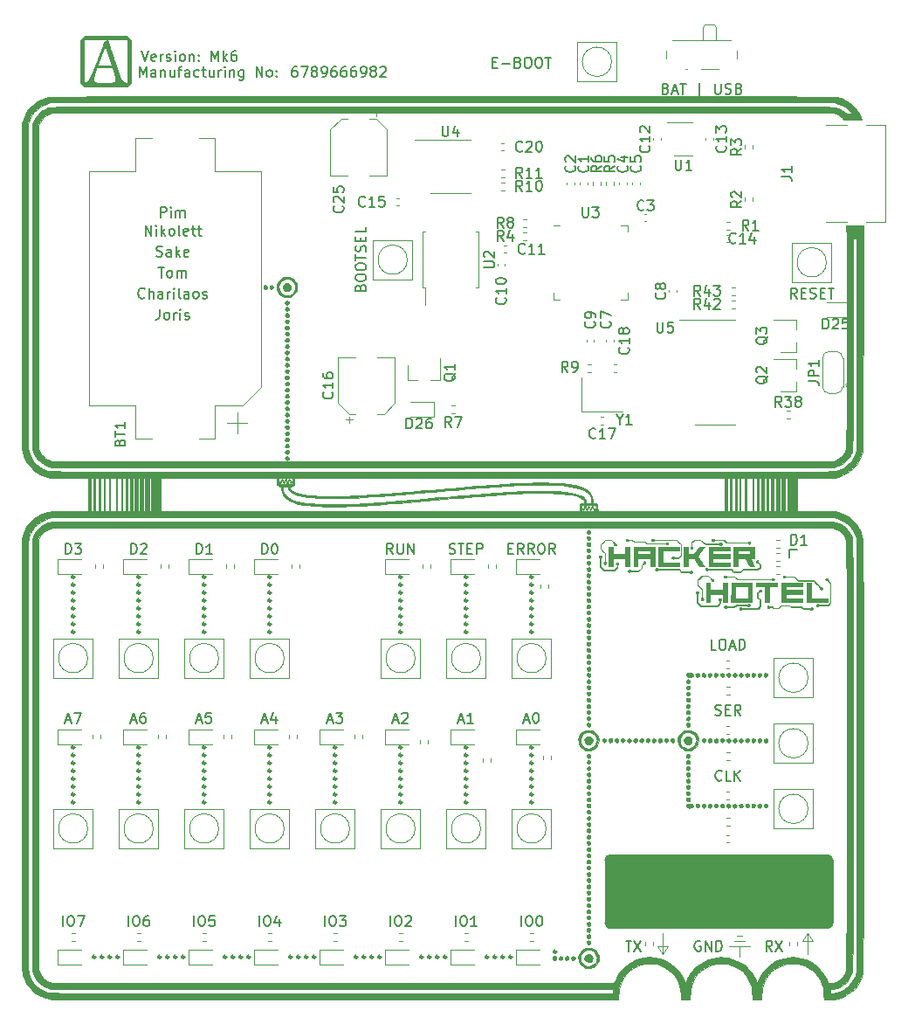
<source format=gbr>
%TF.GenerationSoftware,KiCad,Pcbnew,6.0.9-8da3e8f707~116~ubuntu22.04.1*%
%TF.CreationDate,2022-12-01T21:45:54+01:00*%
%TF.ProjectId,anesidoraMk1,616e6573-6964-46f7-9261-4d6b312e6b69,rev?*%
%TF.SameCoordinates,PX5ddd8a8PY82ce540*%
%TF.FileFunction,Legend,Top*%
%TF.FilePolarity,Positive*%
%FSLAX46Y46*%
G04 Gerber Fmt 4.6, Leading zero omitted, Abs format (unit mm)*
G04 Created by KiCad (PCBNEW 6.0.9-8da3e8f707~116~ubuntu22.04.1) date 2022-12-01 21:45:54*
%MOMM*%
%LPD*%
G01*
G04 APERTURE LIST*
%ADD10C,0.120000*%
%ADD11C,0.250000*%
%ADD12C,0.100000*%
%ADD13C,0.150000*%
%ADD14C,0.010000*%
G04 APERTURE END LIST*
D10*
X65913000Y8890000D02*
X65405000Y8128000D01*
X80010000Y9398000D02*
X79502000Y10160000D01*
D11*
X48514000Y7874000D02*
G75*
G03*
X48514000Y7874000I-127000J0D01*
G01*
X11938000Y7874000D02*
G75*
G03*
X11938000Y7874000I-127000J0D01*
G01*
X12700000Y7874000D02*
G75*
G03*
X12700000Y7874000I-127000J0D01*
G01*
X10414000Y7874000D02*
G75*
G03*
X10414000Y7874000I-127000J0D01*
G01*
X11176000Y7874000D02*
G75*
G03*
X11176000Y7874000I-127000J0D01*
G01*
X8382000Y28194000D02*
G75*
G03*
X8382000Y28194000I-127000J0D01*
G01*
X52832000Y43942000D02*
G75*
G03*
X52832000Y43942000I-127000J0D01*
G01*
X52832000Y41656000D02*
G75*
G03*
X52832000Y41656000I-127000J0D01*
G01*
X52832000Y43180000D02*
G75*
G03*
X52832000Y43180000I-127000J0D01*
G01*
X52832000Y44704000D02*
G75*
G03*
X52832000Y44704000I-127000J0D01*
G01*
X52832000Y40132000D02*
G75*
G03*
X52832000Y40132000I-127000J0D01*
G01*
X52832000Y42418000D02*
G75*
G03*
X52832000Y42418000I-127000J0D01*
G01*
X52832000Y40894000D02*
G75*
G03*
X52832000Y40894000I-127000J0D01*
G01*
X52832000Y39370000D02*
G75*
G03*
X52832000Y39370000I-127000J0D01*
G01*
D10*
X81407000Y17780000D02*
X60325000Y17780000D01*
X59817000Y17272000D02*
X59817000Y11176000D01*
X60325000Y10668000D02*
X81407000Y10668000D01*
X81915000Y11176000D02*
X81915000Y17272000D01*
D11*
X8382000Y43942000D02*
G75*
G03*
X8382000Y43942000I-127000J0D01*
G01*
X35814000Y7874000D02*
G75*
G03*
X35814000Y7874000I-127000J0D01*
G01*
X42926000Y7874000D02*
G75*
G03*
X42926000Y7874000I-127000J0D01*
G01*
X50800000Y7874000D02*
G75*
G03*
X50800000Y7874000I-127000J0D01*
G01*
X8382000Y43180000D02*
G75*
G03*
X8382000Y43180000I-127000J0D01*
G01*
X8382000Y23622000D02*
G75*
G03*
X8382000Y23622000I-127000J0D01*
G01*
X21082000Y22860000D02*
G75*
G03*
X21082000Y22860000I-127000J0D01*
G01*
D10*
X81915000Y17272000D02*
G75*
G03*
X81407000Y17780000I-508000J0D01*
G01*
X65405000Y8128000D02*
X65405000Y10160000D01*
D12*
G36*
X81330800Y17780000D02*
G01*
X81559400Y17729200D01*
X81711800Y17678400D01*
X81864200Y17424400D01*
X81915000Y17195800D01*
X81915000Y11252200D01*
X81889600Y11023600D01*
X81788000Y10871200D01*
X81661000Y10744200D01*
X81457800Y10693400D01*
X81229200Y10668000D01*
X60350400Y10668000D01*
X60147200Y10718800D01*
X59994800Y10769600D01*
X59918600Y10896600D01*
X59842400Y11074400D01*
X59817000Y12065000D01*
X59817000Y17246600D01*
X59867800Y17475200D01*
X60020200Y17653000D01*
X60223400Y17754600D01*
X60375800Y17780000D01*
X70434200Y17805400D01*
X81330800Y17780000D01*
G37*
X81330800Y17780000D02*
X81559400Y17729200D01*
X81711800Y17678400D01*
X81864200Y17424400D01*
X81915000Y17195800D01*
X81915000Y11252200D01*
X81889600Y11023600D01*
X81788000Y10871200D01*
X81661000Y10744200D01*
X81457800Y10693400D01*
X81229200Y10668000D01*
X60350400Y10668000D01*
X60147200Y10718800D01*
X59994800Y10769600D01*
X59918600Y10896600D01*
X59842400Y11074400D01*
X59817000Y12065000D01*
X59817000Y17246600D01*
X59867800Y17475200D01*
X60020200Y17653000D01*
X60223400Y17754600D01*
X60375800Y17780000D01*
X70434200Y17805400D01*
X81330800Y17780000D01*
D11*
X40132000Y40894000D02*
G75*
G03*
X40132000Y40894000I-127000J0D01*
G01*
X30226000Y7874000D02*
G75*
G03*
X30226000Y7874000I-127000J0D01*
G01*
X14732000Y42418000D02*
G75*
G03*
X14732000Y42418000I-127000J0D01*
G01*
X21082000Y24384000D02*
G75*
G03*
X21082000Y24384000I-127000J0D01*
G01*
D10*
X65405000Y8128000D02*
X64897000Y8890000D01*
D11*
X27432000Y27432000D02*
G75*
G03*
X27432000Y27432000I-127000J0D01*
G01*
X46482000Y42418000D02*
G75*
G03*
X46482000Y42418000I-127000J0D01*
G01*
X8382000Y25908000D02*
G75*
G03*
X8382000Y25908000I-127000J0D01*
G01*
X21082000Y41656000D02*
G75*
G03*
X21082000Y41656000I-127000J0D01*
G01*
X40132000Y25908000D02*
G75*
G03*
X40132000Y25908000I-127000J0D01*
G01*
X14732000Y40132000D02*
G75*
G03*
X14732000Y40132000I-127000J0D01*
G01*
X33782000Y24384000D02*
G75*
G03*
X33782000Y24384000I-127000J0D01*
G01*
D10*
X78994000Y9398000D02*
X80010000Y9398000D01*
D11*
X17526000Y7874000D02*
G75*
G03*
X17526000Y7874000I-127000J0D01*
G01*
X46482000Y24384000D02*
G75*
G03*
X46482000Y24384000I-127000J0D01*
G01*
X14732000Y27432000D02*
G75*
G03*
X14732000Y27432000I-127000J0D01*
G01*
X21082000Y23622000D02*
G75*
G03*
X21082000Y23622000I-127000J0D01*
G01*
X40132000Y44704000D02*
G75*
G03*
X40132000Y44704000I-127000J0D01*
G01*
X21082000Y25908000D02*
G75*
G03*
X21082000Y25908000I-127000J0D01*
G01*
X14732000Y39370000D02*
G75*
G03*
X14732000Y39370000I-127000J0D01*
G01*
X8382000Y41656000D02*
G75*
G03*
X8382000Y41656000I-127000J0D01*
G01*
X46482000Y40132000D02*
G75*
G03*
X46482000Y40132000I-127000J0D01*
G01*
X46482000Y27432000D02*
G75*
G03*
X46482000Y27432000I-127000J0D01*
G01*
X31750000Y7874000D02*
G75*
G03*
X31750000Y7874000I-127000J0D01*
G01*
D10*
X60325000Y17780000D02*
G75*
G03*
X59817000Y17272000I0J-508000D01*
G01*
D11*
X40132000Y28194000D02*
G75*
G03*
X40132000Y28194000I-127000J0D01*
G01*
X52832000Y26670000D02*
G75*
G03*
X52832000Y26670000I-127000J0D01*
G01*
X8382000Y40894000D02*
G75*
G03*
X8382000Y40894000I-127000J0D01*
G01*
X43688000Y7874000D02*
G75*
G03*
X43688000Y7874000I-127000J0D01*
G01*
X40132000Y40132000D02*
G75*
G03*
X40132000Y40132000I-127000J0D01*
G01*
X46482000Y43942000D02*
G75*
G03*
X46482000Y43942000I-127000J0D01*
G01*
X27432000Y28194000D02*
G75*
G03*
X27432000Y28194000I-127000J0D01*
G01*
X33782000Y23622000D02*
G75*
G03*
X33782000Y23622000I-127000J0D01*
G01*
X40132000Y25146000D02*
G75*
G03*
X40132000Y25146000I-127000J0D01*
G01*
D12*
G36*
X84861400Y78130400D02*
G01*
X83235800Y78130400D01*
X83235800Y78765400D01*
X84861400Y78765400D01*
X84861400Y78130400D01*
G37*
X84861400Y78130400D02*
X83235800Y78130400D01*
X83235800Y78765400D01*
X84861400Y78765400D01*
X84861400Y78130400D01*
D11*
X21082000Y44704000D02*
G75*
G03*
X21082000Y44704000I-127000J0D01*
G01*
X46482000Y43180000D02*
G75*
G03*
X46482000Y43180000I-127000J0D01*
G01*
X33782000Y25908000D02*
G75*
G03*
X33782000Y25908000I-127000J0D01*
G01*
X46482000Y28194000D02*
G75*
G03*
X46482000Y28194000I-127000J0D01*
G01*
X14732000Y22860000D02*
G75*
G03*
X14732000Y22860000I-127000J0D01*
G01*
D10*
X79502000Y10160000D02*
X79502000Y8128000D01*
X79502000Y10160000D02*
X78994000Y9398000D01*
D11*
X14732000Y43942000D02*
G75*
G03*
X14732000Y43942000I-127000J0D01*
G01*
X21082000Y26670000D02*
G75*
G03*
X21082000Y26670000I-127000J0D01*
G01*
X46482000Y39370000D02*
G75*
G03*
X46482000Y39370000I-127000J0D01*
G01*
D10*
X71882000Y8890000D02*
X73914000Y8890000D01*
D11*
X46482000Y41656000D02*
G75*
G03*
X46482000Y41656000I-127000J0D01*
G01*
X52832000Y25146000D02*
G75*
G03*
X52832000Y25146000I-127000J0D01*
G01*
X23876000Y7874000D02*
G75*
G03*
X23876000Y7874000I-127000J0D01*
G01*
X8382000Y39370000D02*
G75*
G03*
X8382000Y39370000I-127000J0D01*
G01*
X33782000Y26670000D02*
G75*
G03*
X33782000Y26670000I-127000J0D01*
G01*
X21082000Y39370000D02*
G75*
G03*
X21082000Y39370000I-127000J0D01*
G01*
X46482000Y26670000D02*
G75*
G03*
X46482000Y26670000I-127000J0D01*
G01*
X21082000Y27432000D02*
G75*
G03*
X21082000Y27432000I-127000J0D01*
G01*
X14732000Y25146000D02*
G75*
G03*
X14732000Y25146000I-127000J0D01*
G01*
X33782000Y28194000D02*
G75*
G03*
X33782000Y28194000I-127000J0D01*
G01*
D10*
X59817000Y11176000D02*
G75*
G03*
X60325000Y10668000I508000J0D01*
G01*
D11*
X27432000Y25908000D02*
G75*
G03*
X27432000Y25908000I-127000J0D01*
G01*
X52832000Y22860000D02*
G75*
G03*
X52832000Y22860000I-127000J0D01*
G01*
X40132000Y24384000D02*
G75*
G03*
X40132000Y24384000I-127000J0D01*
G01*
X16764000Y7874000D02*
G75*
G03*
X16764000Y7874000I-127000J0D01*
G01*
X8382000Y40132000D02*
G75*
G03*
X8382000Y40132000I-127000J0D01*
G01*
D10*
X72898000Y7874000D02*
X72898000Y8890000D01*
D11*
X52832000Y25908000D02*
G75*
G03*
X52832000Y25908000I-127000J0D01*
G01*
X44450000Y7874000D02*
G75*
G03*
X44450000Y7874000I-127000J0D01*
G01*
D10*
X64897000Y8890000D02*
X65913000Y8890000D01*
D11*
X14732000Y23622000D02*
G75*
G03*
X14732000Y23622000I-127000J0D01*
G01*
X40132000Y22860000D02*
G75*
G03*
X40132000Y22860000I-127000J0D01*
G01*
X40132000Y23622000D02*
G75*
G03*
X40132000Y23622000I-127000J0D01*
G01*
X21082000Y25146000D02*
G75*
G03*
X21082000Y25146000I-127000J0D01*
G01*
D10*
X81407000Y10668000D02*
G75*
G03*
X81915000Y11176000I0J508000D01*
G01*
D11*
X14732000Y24384000D02*
G75*
G03*
X14732000Y24384000I-127000J0D01*
G01*
X46482000Y25146000D02*
G75*
G03*
X46482000Y25146000I-127000J0D01*
G01*
X18288000Y7874000D02*
G75*
G03*
X18288000Y7874000I-127000J0D01*
G01*
X40132000Y41656000D02*
G75*
G03*
X40132000Y41656000I-127000J0D01*
G01*
X27432000Y23622000D02*
G75*
G03*
X27432000Y23622000I-127000J0D01*
G01*
X27432000Y43180000D02*
G75*
G03*
X27432000Y43180000I-127000J0D01*
G01*
X8382000Y44704000D02*
G75*
G03*
X8382000Y44704000I-127000J0D01*
G01*
X46482000Y25908000D02*
G75*
G03*
X46482000Y25908000I-127000J0D01*
G01*
X33782000Y25146000D02*
G75*
G03*
X33782000Y25146000I-127000J0D01*
G01*
X38100000Y7874000D02*
G75*
G03*
X38100000Y7874000I-127000J0D01*
G01*
X14732000Y28194000D02*
G75*
G03*
X14732000Y28194000I-127000J0D01*
G01*
X24638000Y7874000D02*
G75*
G03*
X24638000Y7874000I-127000J0D01*
G01*
X27432000Y39370000D02*
G75*
G03*
X27432000Y39370000I-127000J0D01*
G01*
X8382000Y24384000D02*
G75*
G03*
X8382000Y24384000I-127000J0D01*
G01*
X52832000Y24384000D02*
G75*
G03*
X52832000Y24384000I-127000J0D01*
G01*
X27432000Y40132000D02*
G75*
G03*
X27432000Y40132000I-127000J0D01*
G01*
X33782000Y27432000D02*
G75*
G03*
X33782000Y27432000I-127000J0D01*
G01*
X30988000Y7874000D02*
G75*
G03*
X30988000Y7874000I-127000J0D01*
G01*
X19050000Y7874000D02*
G75*
G03*
X19050000Y7874000I-127000J0D01*
G01*
X27432000Y44704000D02*
G75*
G03*
X27432000Y44704000I-127000J0D01*
G01*
X40132000Y27432000D02*
G75*
G03*
X40132000Y27432000I-127000J0D01*
G01*
X14732000Y40894000D02*
G75*
G03*
X14732000Y40894000I-127000J0D01*
G01*
X29464000Y7874000D02*
G75*
G03*
X29464000Y7874000I-127000J0D01*
G01*
X14732000Y43180000D02*
G75*
G03*
X14732000Y43180000I-127000J0D01*
G01*
X27432000Y22860000D02*
G75*
G03*
X27432000Y22860000I-127000J0D01*
G01*
X50038000Y7874000D02*
G75*
G03*
X50038000Y7874000I-127000J0D01*
G01*
X8382000Y42418000D02*
G75*
G03*
X8382000Y42418000I-127000J0D01*
G01*
X27432000Y43942000D02*
G75*
G03*
X27432000Y43942000I-127000J0D01*
G01*
X52832000Y28194000D02*
G75*
G03*
X52832000Y28194000I-127000J0D01*
G01*
X52832000Y27432000D02*
G75*
G03*
X52832000Y27432000I-127000J0D01*
G01*
X40132000Y26670000D02*
G75*
G03*
X40132000Y26670000I-127000J0D01*
G01*
X40132000Y43180000D02*
G75*
G03*
X40132000Y43180000I-127000J0D01*
G01*
X55118000Y8382000D02*
G75*
G03*
X55118000Y8382000I-127000J0D01*
G01*
X23114000Y7874000D02*
G75*
G03*
X23114000Y7874000I-127000J0D01*
G01*
X8382000Y27432000D02*
G75*
G03*
X8382000Y27432000I-127000J0D01*
G01*
X46482000Y40894000D02*
G75*
G03*
X46482000Y40894000I-127000J0D01*
G01*
X27432000Y42418000D02*
G75*
G03*
X27432000Y42418000I-127000J0D01*
G01*
X27432000Y40894000D02*
G75*
G03*
X27432000Y40894000I-127000J0D01*
G01*
X14732000Y41656000D02*
G75*
G03*
X14732000Y41656000I-127000J0D01*
G01*
X40132000Y39370000D02*
G75*
G03*
X40132000Y39370000I-127000J0D01*
G01*
X21082000Y43942000D02*
G75*
G03*
X21082000Y43942000I-127000J0D01*
G01*
X27432000Y26670000D02*
G75*
G03*
X27432000Y26670000I-127000J0D01*
G01*
D10*
X72644000Y9906000D02*
X73152000Y9906000D01*
D11*
X8382000Y25146000D02*
G75*
G03*
X8382000Y25146000I-127000J0D01*
G01*
X21082000Y40894000D02*
G75*
G03*
X21082000Y40894000I-127000J0D01*
G01*
D10*
X72390000Y9398000D02*
X73406000Y9398000D01*
D11*
X14732000Y44704000D02*
G75*
G03*
X14732000Y44704000I-127000J0D01*
G01*
X40132000Y43942000D02*
G75*
G03*
X40132000Y43942000I-127000J0D01*
G01*
X46482000Y44704000D02*
G75*
G03*
X46482000Y44704000I-127000J0D01*
G01*
X49276000Y7874000D02*
G75*
G03*
X49276000Y7874000I-127000J0D01*
G01*
X8382000Y22860000D02*
G75*
G03*
X8382000Y22860000I-127000J0D01*
G01*
X40132000Y42418000D02*
G75*
G03*
X40132000Y42418000I-127000J0D01*
G01*
X33782000Y22860000D02*
G75*
G03*
X33782000Y22860000I-127000J0D01*
G01*
X21082000Y43180000D02*
G75*
G03*
X21082000Y43180000I-127000J0D01*
G01*
X37338000Y7874000D02*
G75*
G03*
X37338000Y7874000I-127000J0D01*
G01*
X27432000Y24384000D02*
G75*
G03*
X27432000Y24384000I-127000J0D01*
G01*
X52832000Y23622000D02*
G75*
G03*
X52832000Y23622000I-127000J0D01*
G01*
X27432000Y25146000D02*
G75*
G03*
X27432000Y25146000I-127000J0D01*
G01*
X27432000Y41656000D02*
G75*
G03*
X27432000Y41656000I-127000J0D01*
G01*
X14732000Y26670000D02*
G75*
G03*
X14732000Y26670000I-127000J0D01*
G01*
X21082000Y28194000D02*
G75*
G03*
X21082000Y28194000I-127000J0D01*
G01*
X21082000Y42418000D02*
G75*
G03*
X21082000Y42418000I-127000J0D01*
G01*
X8382000Y26670000D02*
G75*
G03*
X8382000Y26670000I-127000J0D01*
G01*
X46482000Y23622000D02*
G75*
G03*
X46482000Y23622000I-127000J0D01*
G01*
X25400000Y7874000D02*
G75*
G03*
X25400000Y7874000I-127000J0D01*
G01*
X14732000Y25908000D02*
G75*
G03*
X14732000Y25908000I-127000J0D01*
G01*
X46482000Y22860000D02*
G75*
G03*
X46482000Y22860000I-127000J0D01*
G01*
X36576000Y7874000D02*
G75*
G03*
X36576000Y7874000I-127000J0D01*
G01*
X21082000Y40132000D02*
G75*
G03*
X21082000Y40132000I-127000J0D01*
G01*
X42164000Y7874000D02*
G75*
G03*
X42164000Y7874000I-127000J0D01*
G01*
D13*
X14693142Y93146620D02*
X14693142Y94146620D01*
X15026476Y93432334D01*
X15359809Y94146620D01*
X15359809Y93146620D01*
X16264571Y93146620D02*
X16264571Y93670429D01*
X16216952Y93765667D01*
X16121714Y93813286D01*
X15931238Y93813286D01*
X15836000Y93765667D01*
X16264571Y93194239D02*
X16169333Y93146620D01*
X15931238Y93146620D01*
X15836000Y93194239D01*
X15788380Y93289477D01*
X15788380Y93384715D01*
X15836000Y93479953D01*
X15931238Y93527572D01*
X16169333Y93527572D01*
X16264571Y93575191D01*
X16740761Y93813286D02*
X16740761Y93146620D01*
X16740761Y93718048D02*
X16788380Y93765667D01*
X16883619Y93813286D01*
X17026476Y93813286D01*
X17121714Y93765667D01*
X17169333Y93670429D01*
X17169333Y93146620D01*
X18074095Y93813286D02*
X18074095Y93146620D01*
X17645523Y93813286D02*
X17645523Y93289477D01*
X17693142Y93194239D01*
X17788380Y93146620D01*
X17931238Y93146620D01*
X18026476Y93194239D01*
X18074095Y93241858D01*
X18407428Y93813286D02*
X18788380Y93813286D01*
X18550285Y93146620D02*
X18550285Y94003762D01*
X18597904Y94099000D01*
X18693142Y94146620D01*
X18788380Y94146620D01*
X19550285Y93146620D02*
X19550285Y93670429D01*
X19502666Y93765667D01*
X19407428Y93813286D01*
X19216952Y93813286D01*
X19121714Y93765667D01*
X19550285Y93194239D02*
X19455047Y93146620D01*
X19216952Y93146620D01*
X19121714Y93194239D01*
X19074095Y93289477D01*
X19074095Y93384715D01*
X19121714Y93479953D01*
X19216952Y93527572D01*
X19455047Y93527572D01*
X19550285Y93575191D01*
X20455047Y93194239D02*
X20359809Y93146620D01*
X20169333Y93146620D01*
X20074095Y93194239D01*
X20026476Y93241858D01*
X19978857Y93337096D01*
X19978857Y93622810D01*
X20026476Y93718048D01*
X20074095Y93765667D01*
X20169333Y93813286D01*
X20359809Y93813286D01*
X20455047Y93765667D01*
X20740761Y93813286D02*
X21121714Y93813286D01*
X20883619Y94146620D02*
X20883619Y93289477D01*
X20931238Y93194239D01*
X21026476Y93146620D01*
X21121714Y93146620D01*
X21883619Y93813286D02*
X21883619Y93146620D01*
X21455047Y93813286D02*
X21455047Y93289477D01*
X21502666Y93194239D01*
X21597904Y93146620D01*
X21740761Y93146620D01*
X21836000Y93194239D01*
X21883619Y93241858D01*
X22359809Y93146620D02*
X22359809Y93813286D01*
X22359809Y93622810D02*
X22407428Y93718048D01*
X22455047Y93765667D01*
X22550285Y93813286D01*
X22645523Y93813286D01*
X22978857Y93146620D02*
X22978857Y93813286D01*
X22978857Y94146620D02*
X22931238Y94099000D01*
X22978857Y94051381D01*
X23026476Y94099000D01*
X22978857Y94146620D01*
X22978857Y94051381D01*
X23455047Y93813286D02*
X23455047Y93146620D01*
X23455047Y93718048D02*
X23502666Y93765667D01*
X23597904Y93813286D01*
X23740761Y93813286D01*
X23836000Y93765667D01*
X23883619Y93670429D01*
X23883619Y93146620D01*
X24788380Y93813286D02*
X24788380Y93003762D01*
X24740761Y92908524D01*
X24693142Y92860905D01*
X24597904Y92813286D01*
X24455047Y92813286D01*
X24359809Y92860905D01*
X24788380Y93194239D02*
X24693142Y93146620D01*
X24502666Y93146620D01*
X24407428Y93194239D01*
X24359809Y93241858D01*
X24312190Y93337096D01*
X24312190Y93622810D01*
X24359809Y93718048D01*
X24407428Y93765667D01*
X24502666Y93813286D01*
X24693142Y93813286D01*
X24788380Y93765667D01*
X26026476Y93146620D02*
X26026476Y94146620D01*
X26597904Y93146620D01*
X26597904Y94146620D01*
X27216952Y93146620D02*
X27121714Y93194239D01*
X27074095Y93241858D01*
X27026476Y93337096D01*
X27026476Y93622810D01*
X27074095Y93718048D01*
X27121714Y93765667D01*
X27216952Y93813286D01*
X27359809Y93813286D01*
X27455047Y93765667D01*
X27502666Y93718048D01*
X27550285Y93622810D01*
X27550285Y93337096D01*
X27502666Y93241858D01*
X27455047Y93194239D01*
X27359809Y93146620D01*
X27216952Y93146620D01*
X27978857Y93241858D02*
X28026476Y93194239D01*
X27978857Y93146620D01*
X27931238Y93194239D01*
X27978857Y93241858D01*
X27978857Y93146620D01*
X27978857Y93765667D02*
X28026476Y93718048D01*
X27978857Y93670429D01*
X27931238Y93718048D01*
X27978857Y93765667D01*
X27978857Y93670429D01*
X78430619Y71683620D02*
X78097285Y72159810D01*
X77859190Y71683620D02*
X77859190Y72683620D01*
X78240142Y72683620D01*
X78335380Y72636000D01*
X78383000Y72588381D01*
X78430619Y72493143D01*
X78430619Y72350286D01*
X78383000Y72255048D01*
X78335380Y72207429D01*
X78240142Y72159810D01*
X77859190Y72159810D01*
X78859190Y72207429D02*
X79192523Y72207429D01*
X79335380Y71683620D02*
X78859190Y71683620D01*
X78859190Y72683620D01*
X79335380Y72683620D01*
X79716333Y71731239D02*
X79859190Y71683620D01*
X80097285Y71683620D01*
X80192523Y71731239D01*
X80240142Y71778858D01*
X80287761Y71874096D01*
X80287761Y71969334D01*
X80240142Y72064572D01*
X80192523Y72112191D01*
X80097285Y72159810D01*
X79906809Y72207429D01*
X79811571Y72255048D01*
X79763952Y72302667D01*
X79716333Y72397905D01*
X79716333Y72493143D01*
X79763952Y72588381D01*
X79811571Y72636000D01*
X79906809Y72683620D01*
X80144904Y72683620D01*
X80287761Y72636000D01*
X80716333Y72207429D02*
X81049666Y72207429D01*
X81192523Y71683620D02*
X80716333Y71683620D01*
X80716333Y72683620D01*
X81192523Y72683620D01*
X81478238Y72683620D02*
X82049666Y72683620D01*
X81763952Y71683620D02*
X81763952Y72683620D01*
X65738809Y92019429D02*
X65881666Y91971810D01*
X65929285Y91924191D01*
X65976904Y91828953D01*
X65976904Y91686096D01*
X65929285Y91590858D01*
X65881666Y91543239D01*
X65786428Y91495620D01*
X65405476Y91495620D01*
X65405476Y92495620D01*
X65738809Y92495620D01*
X65834047Y92448000D01*
X65881666Y92400381D01*
X65929285Y92305143D01*
X65929285Y92209905D01*
X65881666Y92114667D01*
X65834047Y92067048D01*
X65738809Y92019429D01*
X65405476Y92019429D01*
X66357857Y91781334D02*
X66834047Y91781334D01*
X66262619Y91495620D02*
X66595952Y92495620D01*
X66929285Y91495620D01*
X67119761Y92495620D02*
X67691190Y92495620D01*
X67405476Y91495620D02*
X67405476Y92495620D01*
X69024523Y91162286D02*
X69024523Y92590858D01*
X70500714Y92495620D02*
X70500714Y91686096D01*
X70548333Y91590858D01*
X70595952Y91543239D01*
X70691190Y91495620D01*
X70881666Y91495620D01*
X70976904Y91543239D01*
X71024523Y91590858D01*
X71072142Y91686096D01*
X71072142Y92495620D01*
X71500714Y91543239D02*
X71643571Y91495620D01*
X71881666Y91495620D01*
X71976904Y91543239D01*
X72024523Y91590858D01*
X72072142Y91686096D01*
X72072142Y91781334D01*
X72024523Y91876572D01*
X71976904Y91924191D01*
X71881666Y91971810D01*
X71691190Y92019429D01*
X71595952Y92067048D01*
X71548333Y92114667D01*
X71500714Y92209905D01*
X71500714Y92305143D01*
X71548333Y92400381D01*
X71595952Y92448000D01*
X71691190Y92495620D01*
X71929285Y92495620D01*
X72072142Y92448000D01*
X72834047Y92019429D02*
X72976904Y91971810D01*
X73024523Y91924191D01*
X73072142Y91828953D01*
X73072142Y91686096D01*
X73024523Y91590858D01*
X72976904Y91543239D01*
X72881666Y91495620D01*
X72500714Y91495620D01*
X72500714Y92495620D01*
X72834047Y92495620D01*
X72929285Y92448000D01*
X72976904Y92400381D01*
X73024523Y92305143D01*
X73024523Y92209905D01*
X72976904Y92114667D01*
X72929285Y92067048D01*
X72834047Y92019429D01*
X72500714Y92019429D01*
X51705000Y10850620D02*
X51705000Y11850620D01*
X52371666Y11850620D02*
X52562142Y11850620D01*
X52657380Y11803000D01*
X52752619Y11707762D01*
X52800238Y11517286D01*
X52800238Y11183953D01*
X52752619Y10993477D01*
X52657380Y10898239D01*
X52562142Y10850620D01*
X52371666Y10850620D01*
X52276428Y10898239D01*
X52181190Y10993477D01*
X52133571Y11183953D01*
X52133571Y11517286D01*
X52181190Y11707762D01*
X52276428Y11803000D01*
X52371666Y11850620D01*
X53419285Y11850620D02*
X53514523Y11850620D01*
X53609761Y11803000D01*
X53657380Y11755381D01*
X53705000Y11660143D01*
X53752619Y11469667D01*
X53752619Y11231572D01*
X53705000Y11041096D01*
X53657380Y10945858D01*
X53609761Y10898239D01*
X53514523Y10850620D01*
X53419285Y10850620D01*
X53324047Y10898239D01*
X53276428Y10945858D01*
X53228809Y11041096D01*
X53181190Y11231572D01*
X53181190Y11469667D01*
X53228809Y11660143D01*
X53276428Y11755381D01*
X53324047Y11803000D01*
X53419285Y11850620D01*
X45355000Y10850620D02*
X45355000Y11850620D01*
X46021666Y11850620D02*
X46212142Y11850620D01*
X46307380Y11803000D01*
X46402619Y11707762D01*
X46450238Y11517286D01*
X46450238Y11183953D01*
X46402619Y10993477D01*
X46307380Y10898239D01*
X46212142Y10850620D01*
X46021666Y10850620D01*
X45926428Y10898239D01*
X45831190Y10993477D01*
X45783571Y11183953D01*
X45783571Y11517286D01*
X45831190Y11707762D01*
X45926428Y11803000D01*
X46021666Y11850620D01*
X47402619Y10850620D02*
X46831190Y10850620D01*
X47116904Y10850620D02*
X47116904Y11850620D01*
X47021666Y11707762D01*
X46926428Y11612524D01*
X46831190Y11564905D01*
X39005000Y10850620D02*
X39005000Y11850620D01*
X39671666Y11850620D02*
X39862142Y11850620D01*
X39957380Y11803000D01*
X40052619Y11707762D01*
X40100238Y11517286D01*
X40100238Y11183953D01*
X40052619Y10993477D01*
X39957380Y10898239D01*
X39862142Y10850620D01*
X39671666Y10850620D01*
X39576428Y10898239D01*
X39481190Y10993477D01*
X39433571Y11183953D01*
X39433571Y11517286D01*
X39481190Y11707762D01*
X39576428Y11803000D01*
X39671666Y11850620D01*
X40481190Y11755381D02*
X40528809Y11803000D01*
X40624047Y11850620D01*
X40862142Y11850620D01*
X40957380Y11803000D01*
X41005000Y11755381D01*
X41052619Y11660143D01*
X41052619Y11564905D01*
X41005000Y11422048D01*
X40433571Y10850620D01*
X41052619Y10850620D01*
X32655000Y10850620D02*
X32655000Y11850620D01*
X33321666Y11850620D02*
X33512142Y11850620D01*
X33607380Y11803000D01*
X33702619Y11707762D01*
X33750238Y11517286D01*
X33750238Y11183953D01*
X33702619Y10993477D01*
X33607380Y10898239D01*
X33512142Y10850620D01*
X33321666Y10850620D01*
X33226428Y10898239D01*
X33131190Y10993477D01*
X33083571Y11183953D01*
X33083571Y11517286D01*
X33131190Y11707762D01*
X33226428Y11803000D01*
X33321666Y11850620D01*
X34083571Y11850620D02*
X34702619Y11850620D01*
X34369285Y11469667D01*
X34512142Y11469667D01*
X34607380Y11422048D01*
X34655000Y11374429D01*
X34702619Y11279191D01*
X34702619Y11041096D01*
X34655000Y10945858D01*
X34607380Y10898239D01*
X34512142Y10850620D01*
X34226428Y10850620D01*
X34131190Y10898239D01*
X34083571Y10945858D01*
X26305000Y10850620D02*
X26305000Y11850620D01*
X26971666Y11850620D02*
X27162142Y11850620D01*
X27257380Y11803000D01*
X27352619Y11707762D01*
X27400238Y11517286D01*
X27400238Y11183953D01*
X27352619Y10993477D01*
X27257380Y10898239D01*
X27162142Y10850620D01*
X26971666Y10850620D01*
X26876428Y10898239D01*
X26781190Y10993477D01*
X26733571Y11183953D01*
X26733571Y11517286D01*
X26781190Y11707762D01*
X26876428Y11803000D01*
X26971666Y11850620D01*
X28257380Y11517286D02*
X28257380Y10850620D01*
X28019285Y11898239D02*
X27781190Y11183953D01*
X28400238Y11183953D01*
X19955000Y10850620D02*
X19955000Y11850620D01*
X20621666Y11850620D02*
X20812142Y11850620D01*
X20907380Y11803000D01*
X21002619Y11707762D01*
X21050238Y11517286D01*
X21050238Y11183953D01*
X21002619Y10993477D01*
X20907380Y10898239D01*
X20812142Y10850620D01*
X20621666Y10850620D01*
X20526428Y10898239D01*
X20431190Y10993477D01*
X20383571Y11183953D01*
X20383571Y11517286D01*
X20431190Y11707762D01*
X20526428Y11803000D01*
X20621666Y11850620D01*
X21955000Y11850620D02*
X21478809Y11850620D01*
X21431190Y11374429D01*
X21478809Y11422048D01*
X21574047Y11469667D01*
X21812142Y11469667D01*
X21907380Y11422048D01*
X21955000Y11374429D01*
X22002619Y11279191D01*
X22002619Y11041096D01*
X21955000Y10945858D01*
X21907380Y10898239D01*
X21812142Y10850620D01*
X21574047Y10850620D01*
X21478809Y10898239D01*
X21431190Y10945858D01*
X13605000Y10850620D02*
X13605000Y11850620D01*
X14271666Y11850620D02*
X14462142Y11850620D01*
X14557380Y11803000D01*
X14652619Y11707762D01*
X14700238Y11517286D01*
X14700238Y11183953D01*
X14652619Y10993477D01*
X14557380Y10898239D01*
X14462142Y10850620D01*
X14271666Y10850620D01*
X14176428Y10898239D01*
X14081190Y10993477D01*
X14033571Y11183953D01*
X14033571Y11517286D01*
X14081190Y11707762D01*
X14176428Y11803000D01*
X14271666Y11850620D01*
X15557380Y11850620D02*
X15366904Y11850620D01*
X15271666Y11803000D01*
X15224047Y11755381D01*
X15128809Y11612524D01*
X15081190Y11422048D01*
X15081190Y11041096D01*
X15128809Y10945858D01*
X15176428Y10898239D01*
X15271666Y10850620D01*
X15462142Y10850620D01*
X15557380Y10898239D01*
X15605000Y10945858D01*
X15652619Y11041096D01*
X15652619Y11279191D01*
X15605000Y11374429D01*
X15557380Y11422048D01*
X15462142Y11469667D01*
X15271666Y11469667D01*
X15176428Y11422048D01*
X15128809Y11374429D01*
X15081190Y11279191D01*
X7255000Y10850620D02*
X7255000Y11850620D01*
X7921666Y11850620D02*
X8112142Y11850620D01*
X8207380Y11803000D01*
X8302619Y11707762D01*
X8350238Y11517286D01*
X8350238Y11183953D01*
X8302619Y10993477D01*
X8207380Y10898239D01*
X8112142Y10850620D01*
X7921666Y10850620D01*
X7826428Y10898239D01*
X7731190Y10993477D01*
X7683571Y11183953D01*
X7683571Y11517286D01*
X7731190Y11707762D01*
X7826428Y11803000D01*
X7921666Y11850620D01*
X8683571Y11850620D02*
X9350238Y11850620D01*
X8921666Y10850620D01*
X76033333Y8437620D02*
X75700000Y8913810D01*
X75461904Y8437620D02*
X75461904Y9437620D01*
X75842857Y9437620D01*
X75938095Y9390000D01*
X75985714Y9342381D01*
X76033333Y9247143D01*
X76033333Y9104286D01*
X75985714Y9009048D01*
X75938095Y8961429D01*
X75842857Y8913810D01*
X75461904Y8913810D01*
X76366666Y9437620D02*
X77033333Y8437620D01*
X77033333Y9437620D02*
X76366666Y8437620D01*
X70612142Y37647620D02*
X70135952Y37647620D01*
X70135952Y38647620D01*
X71135952Y38647620D02*
X71326428Y38647620D01*
X71421666Y38600000D01*
X71516904Y38504762D01*
X71564523Y38314286D01*
X71564523Y37980953D01*
X71516904Y37790477D01*
X71421666Y37695239D01*
X71326428Y37647620D01*
X71135952Y37647620D01*
X71040714Y37695239D01*
X70945476Y37790477D01*
X70897857Y37980953D01*
X70897857Y38314286D01*
X70945476Y38504762D01*
X71040714Y38600000D01*
X71135952Y38647620D01*
X71945476Y37933334D02*
X72421666Y37933334D01*
X71850238Y37647620D02*
X72183571Y38647620D01*
X72516904Y37647620D01*
X72850238Y37647620D02*
X72850238Y38647620D01*
X73088333Y38647620D01*
X73231190Y38600000D01*
X73326428Y38504762D01*
X73374047Y38409524D01*
X73421666Y38219048D01*
X73421666Y38076191D01*
X73374047Y37885715D01*
X73326428Y37790477D01*
X73231190Y37695239D01*
X73088333Y37647620D01*
X72850238Y37647620D01*
X50466904Y47442429D02*
X50800238Y47442429D01*
X50943095Y46918620D02*
X50466904Y46918620D01*
X50466904Y47918620D01*
X50943095Y47918620D01*
X51943095Y46918620D02*
X51609761Y47394810D01*
X51371666Y46918620D02*
X51371666Y47918620D01*
X51752619Y47918620D01*
X51847857Y47871000D01*
X51895476Y47823381D01*
X51943095Y47728143D01*
X51943095Y47585286D01*
X51895476Y47490048D01*
X51847857Y47442429D01*
X51752619Y47394810D01*
X51371666Y47394810D01*
X52943095Y46918620D02*
X52609761Y47394810D01*
X52371666Y46918620D02*
X52371666Y47918620D01*
X52752619Y47918620D01*
X52847857Y47871000D01*
X52895476Y47823381D01*
X52943095Y47728143D01*
X52943095Y47585286D01*
X52895476Y47490048D01*
X52847857Y47442429D01*
X52752619Y47394810D01*
X52371666Y47394810D01*
X53562142Y47918620D02*
X53752619Y47918620D01*
X53847857Y47871000D01*
X53943095Y47775762D01*
X53990714Y47585286D01*
X53990714Y47251953D01*
X53943095Y47061477D01*
X53847857Y46966239D01*
X53752619Y46918620D01*
X53562142Y46918620D01*
X53466904Y46966239D01*
X53371666Y47061477D01*
X53324047Y47251953D01*
X53324047Y47585286D01*
X53371666Y47775762D01*
X53466904Y47871000D01*
X53562142Y47918620D01*
X54990714Y46918620D02*
X54657380Y47394810D01*
X54419285Y46918620D02*
X54419285Y47918620D01*
X54800238Y47918620D01*
X54895476Y47871000D01*
X54943095Y47823381D01*
X54990714Y47728143D01*
X54990714Y47585286D01*
X54943095Y47490048D01*
X54895476Y47442429D01*
X54800238Y47394810D01*
X54419285Y47394810D01*
X7540714Y30821334D02*
X8016904Y30821334D01*
X7445476Y30535620D02*
X7778809Y31535620D01*
X8112142Y30535620D01*
X8350238Y31535620D02*
X9016904Y31535620D01*
X8588333Y30535620D01*
X16502238Y74715620D02*
X17073666Y74715620D01*
X16787952Y73715620D02*
X16787952Y74715620D01*
X17549857Y73715620D02*
X17454619Y73763239D01*
X17407000Y73810858D01*
X17359380Y73906096D01*
X17359380Y74191810D01*
X17407000Y74287048D01*
X17454619Y74334667D01*
X17549857Y74382286D01*
X17692714Y74382286D01*
X17787952Y74334667D01*
X17835571Y74287048D01*
X17883190Y74191810D01*
X17883190Y73906096D01*
X17835571Y73810858D01*
X17787952Y73763239D01*
X17692714Y73715620D01*
X17549857Y73715620D01*
X18311761Y73715620D02*
X18311761Y74382286D01*
X18311761Y74287048D02*
X18359380Y74334667D01*
X18454619Y74382286D01*
X18597476Y74382286D01*
X18692714Y74334667D01*
X18740333Y74239429D01*
X18740333Y73715620D01*
X18740333Y74239429D02*
X18787952Y74334667D01*
X18883190Y74382286D01*
X19026047Y74382286D01*
X19121285Y74334667D01*
X19168904Y74239429D01*
X19168904Y73715620D01*
X32940714Y30821334D02*
X33416904Y30821334D01*
X32845476Y30535620D02*
X33178809Y31535620D01*
X33512142Y30535620D01*
X33750238Y31535620D02*
X34369285Y31535620D01*
X34035952Y31154667D01*
X34178809Y31154667D01*
X34274047Y31107048D01*
X34321666Y31059429D01*
X34369285Y30964191D01*
X34369285Y30726096D01*
X34321666Y30630858D01*
X34274047Y30583239D01*
X34178809Y30535620D01*
X33893095Y30535620D01*
X33797857Y30583239D01*
X33750238Y30630858D01*
X20216904Y46918620D02*
X20216904Y47918620D01*
X20455000Y47918620D01*
X20597857Y47871000D01*
X20693095Y47775762D01*
X20740714Y47680524D01*
X20788333Y47490048D01*
X20788333Y47347191D01*
X20740714Y47156715D01*
X20693095Y47061477D01*
X20597857Y46966239D01*
X20455000Y46918620D01*
X20216904Y46918620D01*
X21740714Y46918620D02*
X21169285Y46918620D01*
X21455000Y46918620D02*
X21455000Y47918620D01*
X21359761Y47775762D01*
X21264523Y47680524D01*
X21169285Y47632905D01*
X13866904Y46918620D02*
X13866904Y47918620D01*
X14105000Y47918620D01*
X14247857Y47871000D01*
X14343095Y47775762D01*
X14390714Y47680524D01*
X14438333Y47490048D01*
X14438333Y47347191D01*
X14390714Y47156715D01*
X14343095Y47061477D01*
X14247857Y46966239D01*
X14105000Y46918620D01*
X13866904Y46918620D01*
X14819285Y47823381D02*
X14866904Y47871000D01*
X14962142Y47918620D01*
X15200238Y47918620D01*
X15295476Y47871000D01*
X15343095Y47823381D01*
X15390714Y47728143D01*
X15390714Y47632905D01*
X15343095Y47490048D01*
X14771666Y46918620D01*
X15390714Y46918620D01*
X51990714Y30821334D02*
X52466904Y30821334D01*
X51895476Y30535620D02*
X52228809Y31535620D01*
X52562142Y30535620D01*
X53085952Y31535620D02*
X53181190Y31535620D01*
X53276428Y31488000D01*
X53324047Y31440381D01*
X53371666Y31345143D01*
X53419285Y31154667D01*
X53419285Y30916572D01*
X53371666Y30726096D01*
X53324047Y30630858D01*
X53276428Y30583239D01*
X53181190Y30535620D01*
X53085952Y30535620D01*
X52990714Y30583239D01*
X52943095Y30630858D01*
X52895476Y30726096D01*
X52847857Y30916572D01*
X52847857Y31154667D01*
X52895476Y31345143D01*
X52943095Y31440381D01*
X52990714Y31488000D01*
X53085952Y31535620D01*
X44735952Y46966239D02*
X44878809Y46918620D01*
X45116904Y46918620D01*
X45212142Y46966239D01*
X45259761Y47013858D01*
X45307380Y47109096D01*
X45307380Y47204334D01*
X45259761Y47299572D01*
X45212142Y47347191D01*
X45116904Y47394810D01*
X44926428Y47442429D01*
X44831190Y47490048D01*
X44783571Y47537667D01*
X44735952Y47632905D01*
X44735952Y47728143D01*
X44783571Y47823381D01*
X44831190Y47871000D01*
X44926428Y47918620D01*
X45164523Y47918620D01*
X45307380Y47871000D01*
X45593095Y47918620D02*
X46164523Y47918620D01*
X45878809Y46918620D02*
X45878809Y47918620D01*
X46497857Y47442429D02*
X46831190Y47442429D01*
X46974047Y46918620D02*
X46497857Y46918620D01*
X46497857Y47918620D01*
X46974047Y47918620D01*
X47402619Y46918620D02*
X47402619Y47918620D01*
X47783571Y47918620D01*
X47878809Y47871000D01*
X47926428Y47823381D01*
X47974047Y47728143D01*
X47974047Y47585286D01*
X47926428Y47490048D01*
X47878809Y47442429D01*
X47783571Y47394810D01*
X47402619Y47394810D01*
X14867523Y95670620D02*
X15200857Y94670620D01*
X15534190Y95670620D01*
X16248476Y94718239D02*
X16153238Y94670620D01*
X15962761Y94670620D01*
X15867523Y94718239D01*
X15819904Y94813477D01*
X15819904Y95194429D01*
X15867523Y95289667D01*
X15962761Y95337286D01*
X16153238Y95337286D01*
X16248476Y95289667D01*
X16296095Y95194429D01*
X16296095Y95099191D01*
X15819904Y95003953D01*
X16724666Y94670620D02*
X16724666Y95337286D01*
X16724666Y95146810D02*
X16772285Y95242048D01*
X16819904Y95289667D01*
X16915142Y95337286D01*
X17010380Y95337286D01*
X17296095Y94718239D02*
X17391333Y94670620D01*
X17581809Y94670620D01*
X17677047Y94718239D01*
X17724666Y94813477D01*
X17724666Y94861096D01*
X17677047Y94956334D01*
X17581809Y95003953D01*
X17438952Y95003953D01*
X17343714Y95051572D01*
X17296095Y95146810D01*
X17296095Y95194429D01*
X17343714Y95289667D01*
X17438952Y95337286D01*
X17581809Y95337286D01*
X17677047Y95289667D01*
X18153238Y94670620D02*
X18153238Y95337286D01*
X18153238Y95670620D02*
X18105619Y95623000D01*
X18153238Y95575381D01*
X18200857Y95623000D01*
X18153238Y95670620D01*
X18153238Y95575381D01*
X18772285Y94670620D02*
X18677047Y94718239D01*
X18629428Y94765858D01*
X18581809Y94861096D01*
X18581809Y95146810D01*
X18629428Y95242048D01*
X18677047Y95289667D01*
X18772285Y95337286D01*
X18915142Y95337286D01*
X19010380Y95289667D01*
X19058000Y95242048D01*
X19105619Y95146810D01*
X19105619Y94861096D01*
X19058000Y94765858D01*
X19010380Y94718239D01*
X18915142Y94670620D01*
X18772285Y94670620D01*
X19534190Y95337286D02*
X19534190Y94670620D01*
X19534190Y95242048D02*
X19581809Y95289667D01*
X19677047Y95337286D01*
X19819904Y95337286D01*
X19915142Y95289667D01*
X19962761Y95194429D01*
X19962761Y94670620D01*
X20438952Y94765858D02*
X20486571Y94718239D01*
X20438952Y94670620D01*
X20391333Y94718239D01*
X20438952Y94765858D01*
X20438952Y94670620D01*
X20438952Y95289667D02*
X20486571Y95242048D01*
X20438952Y95194429D01*
X20391333Y95242048D01*
X20438952Y95289667D01*
X20438952Y95194429D01*
X21677047Y94670620D02*
X21677047Y95670620D01*
X22010380Y94956334D01*
X22343714Y95670620D01*
X22343714Y94670620D01*
X22819904Y94670620D02*
X22819904Y95670620D01*
X22915142Y95051572D02*
X23200857Y94670620D01*
X23200857Y95337286D02*
X22819904Y94956334D01*
X24058000Y95670620D02*
X23867523Y95670620D01*
X23772285Y95623000D01*
X23724666Y95575381D01*
X23629428Y95432524D01*
X23581809Y95242048D01*
X23581809Y94861096D01*
X23629428Y94765858D01*
X23677047Y94718239D01*
X23772285Y94670620D01*
X23962761Y94670620D01*
X24058000Y94718239D01*
X24105619Y94765858D01*
X24153238Y94861096D01*
X24153238Y95099191D01*
X24105619Y95194429D01*
X24058000Y95242048D01*
X23962761Y95289667D01*
X23772285Y95289667D01*
X23677047Y95242048D01*
X23629428Y95194429D01*
X23581809Y95099191D01*
X77874904Y47807620D02*
X77874904Y48807620D01*
X78113000Y48807620D01*
X78255857Y48760000D01*
X78351095Y48664762D01*
X78398714Y48569524D01*
X78446333Y48379048D01*
X78446333Y48236191D01*
X78398714Y48045715D01*
X78351095Y47950477D01*
X78255857Y47855239D01*
X78113000Y47807620D01*
X77874904Y47807620D01*
X79398714Y47807620D02*
X78827285Y47807620D01*
X79113000Y47807620D02*
X79113000Y48807620D01*
X79017761Y48664762D01*
X78922523Y48569524D01*
X78827285Y48521905D01*
X69088095Y9390000D02*
X68992857Y9437620D01*
X68850000Y9437620D01*
X68707142Y9390000D01*
X68611904Y9294762D01*
X68564285Y9199524D01*
X68516666Y9009048D01*
X68516666Y8866191D01*
X68564285Y8675715D01*
X68611904Y8580477D01*
X68707142Y8485239D01*
X68850000Y8437620D01*
X68945238Y8437620D01*
X69088095Y8485239D01*
X69135714Y8532858D01*
X69135714Y8866191D01*
X68945238Y8866191D01*
X69564285Y8437620D02*
X69564285Y9437620D01*
X70135714Y8437620D01*
X70135714Y9437620D01*
X70611904Y8437620D02*
X70611904Y9437620D01*
X70850000Y9437620D01*
X70992857Y9390000D01*
X71088095Y9294762D01*
X71135714Y9199524D01*
X71183333Y9009048D01*
X71183333Y8866191D01*
X71135714Y8675715D01*
X71088095Y8580477D01*
X70992857Y8485239D01*
X70850000Y8437620D01*
X70611904Y8437620D01*
X70516904Y31345239D02*
X70659761Y31297620D01*
X70897857Y31297620D01*
X70993095Y31345239D01*
X71040714Y31392858D01*
X71088333Y31488096D01*
X71088333Y31583334D01*
X71040714Y31678572D01*
X70993095Y31726191D01*
X70897857Y31773810D01*
X70707380Y31821429D01*
X70612142Y31869048D01*
X70564523Y31916667D01*
X70516904Y32011905D01*
X70516904Y32107143D01*
X70564523Y32202381D01*
X70612142Y32250000D01*
X70707380Y32297620D01*
X70945476Y32297620D01*
X71088333Y32250000D01*
X71516904Y31821429D02*
X71850238Y31821429D01*
X71993095Y31297620D02*
X71516904Y31297620D01*
X71516904Y32297620D01*
X71993095Y32297620D01*
X72993095Y31297620D02*
X72659761Y31773810D01*
X72421666Y31297620D02*
X72421666Y32297620D01*
X72802619Y32297620D01*
X72897857Y32250000D01*
X72945476Y32202381D01*
X72993095Y32107143D01*
X72993095Y31964286D01*
X72945476Y31869048D01*
X72897857Y31821429D01*
X72802619Y31773810D01*
X72421666Y31773810D01*
X7516904Y46918620D02*
X7516904Y47918620D01*
X7755000Y47918620D01*
X7897857Y47871000D01*
X7993095Y47775762D01*
X8040714Y47680524D01*
X8088333Y47490048D01*
X8088333Y47347191D01*
X8040714Y47156715D01*
X7993095Y47061477D01*
X7897857Y46966239D01*
X7755000Y46918620D01*
X7516904Y46918620D01*
X8421666Y47918620D02*
X9040714Y47918620D01*
X8707380Y47537667D01*
X8850238Y47537667D01*
X8945476Y47490048D01*
X8993095Y47442429D01*
X9040714Y47347191D01*
X9040714Y47109096D01*
X8993095Y47013858D01*
X8945476Y46966239D01*
X8850238Y46918620D01*
X8564523Y46918620D01*
X8469285Y46966239D01*
X8421666Y47013858D01*
X26590714Y30821334D02*
X27066904Y30821334D01*
X26495476Y30535620D02*
X26828809Y31535620D01*
X27162142Y30535620D01*
X27924047Y31202286D02*
X27924047Y30535620D01*
X27685952Y31583239D02*
X27447857Y30868953D01*
X28066904Y30868953D01*
X20240714Y30821334D02*
X20716904Y30821334D01*
X20145476Y30535620D02*
X20478809Y31535620D01*
X20812142Y30535620D01*
X21621666Y31535620D02*
X21145476Y31535620D01*
X21097857Y31059429D01*
X21145476Y31107048D01*
X21240714Y31154667D01*
X21478809Y31154667D01*
X21574047Y31107048D01*
X21621666Y31059429D01*
X21669285Y30964191D01*
X21669285Y30726096D01*
X21621666Y30630858D01*
X21574047Y30583239D01*
X21478809Y30535620D01*
X21240714Y30535620D01*
X21145476Y30583239D01*
X21097857Y30630858D01*
X45640714Y30821334D02*
X46116904Y30821334D01*
X45545476Y30535620D02*
X45878809Y31535620D01*
X46212142Y30535620D01*
X47069285Y30535620D02*
X46497857Y30535620D01*
X46783571Y30535620D02*
X46783571Y31535620D01*
X46688333Y31392762D01*
X46593095Y31297524D01*
X46497857Y31249905D01*
X15192714Y71778858D02*
X15145095Y71731239D01*
X15002238Y71683620D01*
X14907000Y71683620D01*
X14764142Y71731239D01*
X14668904Y71826477D01*
X14621285Y71921715D01*
X14573666Y72112191D01*
X14573666Y72255048D01*
X14621285Y72445524D01*
X14668904Y72540762D01*
X14764142Y72636000D01*
X14907000Y72683620D01*
X15002238Y72683620D01*
X15145095Y72636000D01*
X15192714Y72588381D01*
X15621285Y71683620D02*
X15621285Y72683620D01*
X16049857Y71683620D02*
X16049857Y72207429D01*
X16002238Y72302667D01*
X15907000Y72350286D01*
X15764142Y72350286D01*
X15668904Y72302667D01*
X15621285Y72255048D01*
X16954619Y71683620D02*
X16954619Y72207429D01*
X16907000Y72302667D01*
X16811761Y72350286D01*
X16621285Y72350286D01*
X16526047Y72302667D01*
X16954619Y71731239D02*
X16859380Y71683620D01*
X16621285Y71683620D01*
X16526047Y71731239D01*
X16478428Y71826477D01*
X16478428Y71921715D01*
X16526047Y72016953D01*
X16621285Y72064572D01*
X16859380Y72064572D01*
X16954619Y72112191D01*
X17430809Y71683620D02*
X17430809Y72350286D01*
X17430809Y72159810D02*
X17478428Y72255048D01*
X17526047Y72302667D01*
X17621285Y72350286D01*
X17716523Y72350286D01*
X18049857Y71683620D02*
X18049857Y72350286D01*
X18049857Y72683620D02*
X18002238Y72636000D01*
X18049857Y72588381D01*
X18097476Y72636000D01*
X18049857Y72683620D01*
X18049857Y72588381D01*
X18668904Y71683620D02*
X18573666Y71731239D01*
X18526047Y71826477D01*
X18526047Y72683620D01*
X19478428Y71683620D02*
X19478428Y72207429D01*
X19430809Y72302667D01*
X19335571Y72350286D01*
X19145095Y72350286D01*
X19049857Y72302667D01*
X19478428Y71731239D02*
X19383190Y71683620D01*
X19145095Y71683620D01*
X19049857Y71731239D01*
X19002238Y71826477D01*
X19002238Y71921715D01*
X19049857Y72016953D01*
X19145095Y72064572D01*
X19383190Y72064572D01*
X19478428Y72112191D01*
X20097476Y71683620D02*
X20002238Y71731239D01*
X19954619Y71778858D01*
X19907000Y71874096D01*
X19907000Y72159810D01*
X19954619Y72255048D01*
X20002238Y72302667D01*
X20097476Y72350286D01*
X20240333Y72350286D01*
X20335571Y72302667D01*
X20383190Y72255048D01*
X20430809Y72159810D01*
X20430809Y71874096D01*
X20383190Y71778858D01*
X20335571Y71731239D01*
X20240333Y71683620D01*
X20097476Y71683620D01*
X20811761Y71731239D02*
X20907000Y71683620D01*
X21097476Y71683620D01*
X21192714Y71731239D01*
X21240333Y71826477D01*
X21240333Y71874096D01*
X21192714Y71969334D01*
X21097476Y72016953D01*
X20954619Y72016953D01*
X20859380Y72064572D01*
X20811761Y72159810D01*
X20811761Y72207429D01*
X20859380Y72302667D01*
X20954619Y72350286D01*
X21097476Y72350286D01*
X21192714Y72302667D01*
X16740333Y79557620D02*
X16740333Y80557620D01*
X17121285Y80557620D01*
X17216523Y80510000D01*
X17264142Y80462381D01*
X17311761Y80367143D01*
X17311761Y80224286D01*
X17264142Y80129048D01*
X17216523Y80081429D01*
X17121285Y80033810D01*
X16740333Y80033810D01*
X17740333Y79557620D02*
X17740333Y80224286D01*
X17740333Y80557620D02*
X17692714Y80510000D01*
X17740333Y80462381D01*
X17787952Y80510000D01*
X17740333Y80557620D01*
X17740333Y80462381D01*
X18216523Y79557620D02*
X18216523Y80224286D01*
X18216523Y80129048D02*
X18264142Y80176667D01*
X18359380Y80224286D01*
X18502238Y80224286D01*
X18597476Y80176667D01*
X18645095Y80081429D01*
X18645095Y79557620D01*
X18645095Y80081429D02*
X18692714Y80176667D01*
X18787952Y80224286D01*
X18930809Y80224286D01*
X19026047Y80176667D01*
X19073666Y80081429D01*
X19073666Y79557620D01*
X16335571Y75795239D02*
X16478428Y75747620D01*
X16716523Y75747620D01*
X16811761Y75795239D01*
X16859380Y75842858D01*
X16907000Y75938096D01*
X16907000Y76033334D01*
X16859380Y76128572D01*
X16811761Y76176191D01*
X16716523Y76223810D01*
X16526047Y76271429D01*
X16430809Y76319048D01*
X16383190Y76366667D01*
X16335571Y76461905D01*
X16335571Y76557143D01*
X16383190Y76652381D01*
X16430809Y76700000D01*
X16526047Y76747620D01*
X16764142Y76747620D01*
X16907000Y76700000D01*
X17764142Y75747620D02*
X17764142Y76271429D01*
X17716523Y76366667D01*
X17621285Y76414286D01*
X17430809Y76414286D01*
X17335571Y76366667D01*
X17764142Y75795239D02*
X17668904Y75747620D01*
X17430809Y75747620D01*
X17335571Y75795239D01*
X17287952Y75890477D01*
X17287952Y75985715D01*
X17335571Y76080953D01*
X17430809Y76128572D01*
X17668904Y76128572D01*
X17764142Y76176191D01*
X18240333Y75747620D02*
X18240333Y76747620D01*
X18335571Y76128572D02*
X18621285Y75747620D01*
X18621285Y76414286D02*
X18240333Y76033334D01*
X19430809Y75795239D02*
X19335571Y75747620D01*
X19145095Y75747620D01*
X19049857Y75795239D01*
X19002238Y75890477D01*
X19002238Y76271429D01*
X19049857Y76366667D01*
X19145095Y76414286D01*
X19335571Y76414286D01*
X19430809Y76366667D01*
X19478428Y76271429D01*
X19478428Y76176191D01*
X19002238Y76080953D01*
X29940761Y94146620D02*
X29750285Y94146620D01*
X29655047Y94099000D01*
X29607428Y94051381D01*
X29512190Y93908524D01*
X29464571Y93718048D01*
X29464571Y93337096D01*
X29512190Y93241858D01*
X29559809Y93194239D01*
X29655047Y93146620D01*
X29845523Y93146620D01*
X29940761Y93194239D01*
X29988380Y93241858D01*
X30036000Y93337096D01*
X30036000Y93575191D01*
X29988380Y93670429D01*
X29940761Y93718048D01*
X29845523Y93765667D01*
X29655047Y93765667D01*
X29559809Y93718048D01*
X29512190Y93670429D01*
X29464571Y93575191D01*
X30369333Y94146620D02*
X31036000Y94146620D01*
X30607428Y93146620D01*
X31559809Y93718048D02*
X31464571Y93765667D01*
X31416952Y93813286D01*
X31369333Y93908524D01*
X31369333Y93956143D01*
X31416952Y94051381D01*
X31464571Y94099000D01*
X31559809Y94146620D01*
X31750285Y94146620D01*
X31845523Y94099000D01*
X31893142Y94051381D01*
X31940761Y93956143D01*
X31940761Y93908524D01*
X31893142Y93813286D01*
X31845523Y93765667D01*
X31750285Y93718048D01*
X31559809Y93718048D01*
X31464571Y93670429D01*
X31416952Y93622810D01*
X31369333Y93527572D01*
X31369333Y93337096D01*
X31416952Y93241858D01*
X31464571Y93194239D01*
X31559809Y93146620D01*
X31750285Y93146620D01*
X31845523Y93194239D01*
X31893142Y93241858D01*
X31940761Y93337096D01*
X31940761Y93527572D01*
X31893142Y93622810D01*
X31845523Y93670429D01*
X31750285Y93718048D01*
X32416952Y93146620D02*
X32607428Y93146620D01*
X32702666Y93194239D01*
X32750285Y93241858D01*
X32845523Y93384715D01*
X32893142Y93575191D01*
X32893142Y93956143D01*
X32845523Y94051381D01*
X32797904Y94099000D01*
X32702666Y94146620D01*
X32512190Y94146620D01*
X32416952Y94099000D01*
X32369333Y94051381D01*
X32321714Y93956143D01*
X32321714Y93718048D01*
X32369333Y93622810D01*
X32416952Y93575191D01*
X32512190Y93527572D01*
X32702666Y93527572D01*
X32797904Y93575191D01*
X32845523Y93622810D01*
X32893142Y93718048D01*
X33750285Y94146620D02*
X33559809Y94146620D01*
X33464571Y94099000D01*
X33416952Y94051381D01*
X33321714Y93908524D01*
X33274095Y93718048D01*
X33274095Y93337096D01*
X33321714Y93241858D01*
X33369333Y93194239D01*
X33464571Y93146620D01*
X33655047Y93146620D01*
X33750285Y93194239D01*
X33797904Y93241858D01*
X33845523Y93337096D01*
X33845523Y93575191D01*
X33797904Y93670429D01*
X33750285Y93718048D01*
X33655047Y93765667D01*
X33464571Y93765667D01*
X33369333Y93718048D01*
X33321714Y93670429D01*
X33274095Y93575191D01*
X34702666Y94146620D02*
X34512190Y94146620D01*
X34416952Y94099000D01*
X34369333Y94051381D01*
X34274095Y93908524D01*
X34226476Y93718048D01*
X34226476Y93337096D01*
X34274095Y93241858D01*
X34321714Y93194239D01*
X34416952Y93146620D01*
X34607428Y93146620D01*
X34702666Y93194239D01*
X34750285Y93241858D01*
X34797904Y93337096D01*
X34797904Y93575191D01*
X34750285Y93670429D01*
X34702666Y93718048D01*
X34607428Y93765667D01*
X34416952Y93765667D01*
X34321714Y93718048D01*
X34274095Y93670429D01*
X34226476Y93575191D01*
X35655047Y94146620D02*
X35464571Y94146620D01*
X35369333Y94099000D01*
X35321714Y94051381D01*
X35226476Y93908524D01*
X35178857Y93718048D01*
X35178857Y93337096D01*
X35226476Y93241858D01*
X35274095Y93194239D01*
X35369333Y93146620D01*
X35559809Y93146620D01*
X35655047Y93194239D01*
X35702666Y93241858D01*
X35750285Y93337096D01*
X35750285Y93575191D01*
X35702666Y93670429D01*
X35655047Y93718048D01*
X35559809Y93765667D01*
X35369333Y93765667D01*
X35274095Y93718048D01*
X35226476Y93670429D01*
X35178857Y93575191D01*
X36226476Y93146620D02*
X36416952Y93146620D01*
X36512190Y93194239D01*
X36559809Y93241858D01*
X36655047Y93384715D01*
X36702666Y93575191D01*
X36702666Y93956143D01*
X36655047Y94051381D01*
X36607428Y94099000D01*
X36512190Y94146620D01*
X36321714Y94146620D01*
X36226476Y94099000D01*
X36178857Y94051381D01*
X36131238Y93956143D01*
X36131238Y93718048D01*
X36178857Y93622810D01*
X36226476Y93575191D01*
X36321714Y93527572D01*
X36512190Y93527572D01*
X36607428Y93575191D01*
X36655047Y93622810D01*
X36702666Y93718048D01*
X37274095Y93718048D02*
X37178857Y93765667D01*
X37131238Y93813286D01*
X37083619Y93908524D01*
X37083619Y93956143D01*
X37131238Y94051381D01*
X37178857Y94099000D01*
X37274095Y94146620D01*
X37464571Y94146620D01*
X37559809Y94099000D01*
X37607428Y94051381D01*
X37655047Y93956143D01*
X37655047Y93908524D01*
X37607428Y93813286D01*
X37559809Y93765667D01*
X37464571Y93718048D01*
X37274095Y93718048D01*
X37178857Y93670429D01*
X37131238Y93622810D01*
X37083619Y93527572D01*
X37083619Y93337096D01*
X37131238Y93241858D01*
X37178857Y93194239D01*
X37274095Y93146620D01*
X37464571Y93146620D01*
X37559809Y93194239D01*
X37607428Y93241858D01*
X37655047Y93337096D01*
X37655047Y93527572D01*
X37607428Y93622810D01*
X37559809Y93670429D01*
X37464571Y93718048D01*
X38036000Y94051381D02*
X38083619Y94099000D01*
X38178857Y94146620D01*
X38416952Y94146620D01*
X38512190Y94099000D01*
X38559809Y94051381D01*
X38607428Y93956143D01*
X38607428Y93860905D01*
X38559809Y93718048D01*
X37988380Y93146620D01*
X38607428Y93146620D01*
X26566904Y46918620D02*
X26566904Y47918620D01*
X26805000Y47918620D01*
X26947857Y47871000D01*
X27043095Y47775762D01*
X27090714Y47680524D01*
X27138333Y47490048D01*
X27138333Y47347191D01*
X27090714Y47156715D01*
X27043095Y47061477D01*
X26947857Y46966239D01*
X26805000Y46918620D01*
X26566904Y46918620D01*
X27757380Y47918620D02*
X27852619Y47918620D01*
X27947857Y47871000D01*
X27995476Y47823381D01*
X28043095Y47728143D01*
X28090714Y47537667D01*
X28090714Y47299572D01*
X28043095Y47109096D01*
X27995476Y47013858D01*
X27947857Y46966239D01*
X27852619Y46918620D01*
X27757380Y46918620D01*
X27662142Y46966239D01*
X27614523Y47013858D01*
X27566904Y47109096D01*
X27519285Y47299572D01*
X27519285Y47537667D01*
X27566904Y47728143D01*
X27614523Y47823381D01*
X27662142Y47871000D01*
X27757380Y47918620D01*
X61849095Y9437620D02*
X62420523Y9437620D01*
X62134809Y8437620D02*
X62134809Y9437620D01*
X62658619Y9437620D02*
X63325285Y8437620D01*
X63325285Y9437620D02*
X62658619Y8437620D01*
X15264142Y77779620D02*
X15264142Y78779620D01*
X15835571Y77779620D01*
X15835571Y78779620D01*
X16311761Y77779620D02*
X16311761Y78446286D01*
X16311761Y78779620D02*
X16264142Y78732000D01*
X16311761Y78684381D01*
X16359380Y78732000D01*
X16311761Y78779620D01*
X16311761Y78684381D01*
X16787952Y77779620D02*
X16787952Y78779620D01*
X16883190Y78160572D02*
X17168904Y77779620D01*
X17168904Y78446286D02*
X16787952Y78065334D01*
X17740333Y77779620D02*
X17645095Y77827239D01*
X17597476Y77874858D01*
X17549857Y77970096D01*
X17549857Y78255810D01*
X17597476Y78351048D01*
X17645095Y78398667D01*
X17740333Y78446286D01*
X17883190Y78446286D01*
X17978428Y78398667D01*
X18026047Y78351048D01*
X18073666Y78255810D01*
X18073666Y77970096D01*
X18026047Y77874858D01*
X17978428Y77827239D01*
X17883190Y77779620D01*
X17740333Y77779620D01*
X18645095Y77779620D02*
X18549857Y77827239D01*
X18502238Y77922477D01*
X18502238Y78779620D01*
X19407000Y77827239D02*
X19311761Y77779620D01*
X19121285Y77779620D01*
X19026047Y77827239D01*
X18978428Y77922477D01*
X18978428Y78303429D01*
X19026047Y78398667D01*
X19121285Y78446286D01*
X19311761Y78446286D01*
X19407000Y78398667D01*
X19454619Y78303429D01*
X19454619Y78208191D01*
X18978428Y78112953D01*
X19740333Y78446286D02*
X20121285Y78446286D01*
X19883190Y78779620D02*
X19883190Y77922477D01*
X19930809Y77827239D01*
X20026047Y77779620D01*
X20121285Y77779620D01*
X20311761Y78446286D02*
X20692714Y78446286D01*
X20454619Y78779620D02*
X20454619Y77922477D01*
X20502238Y77827239D01*
X20597476Y77779620D01*
X20692714Y77779620D01*
X39266904Y46918620D02*
X38933571Y47394810D01*
X38695476Y46918620D02*
X38695476Y47918620D01*
X39076428Y47918620D01*
X39171666Y47871000D01*
X39219285Y47823381D01*
X39266904Y47728143D01*
X39266904Y47585286D01*
X39219285Y47490048D01*
X39171666Y47442429D01*
X39076428Y47394810D01*
X38695476Y47394810D01*
X39695476Y47918620D02*
X39695476Y47109096D01*
X39743095Y47013858D01*
X39790714Y46966239D01*
X39885952Y46918620D01*
X40076428Y46918620D01*
X40171666Y46966239D01*
X40219285Y47013858D01*
X40266904Y47109096D01*
X40266904Y47918620D01*
X40743095Y46918620D02*
X40743095Y47918620D01*
X41314523Y46918620D01*
X41314523Y47918620D01*
X71159761Y25042858D02*
X71112142Y24995239D01*
X70969285Y24947620D01*
X70874047Y24947620D01*
X70731190Y24995239D01*
X70635952Y25090477D01*
X70588333Y25185715D01*
X70540714Y25376191D01*
X70540714Y25519048D01*
X70588333Y25709524D01*
X70635952Y25804762D01*
X70731190Y25900000D01*
X70874047Y25947620D01*
X70969285Y25947620D01*
X71112142Y25900000D01*
X71159761Y25852381D01*
X72064523Y24947620D02*
X71588333Y24947620D01*
X71588333Y25947620D01*
X72397857Y24947620D02*
X72397857Y25947620D01*
X72969285Y24947620D02*
X72540714Y25519048D01*
X72969285Y25947620D02*
X72397857Y25376191D01*
X36123571Y72747524D02*
X36171190Y72890381D01*
X36218809Y72938000D01*
X36314047Y72985620D01*
X36456904Y72985620D01*
X36552142Y72938000D01*
X36599761Y72890381D01*
X36647380Y72795143D01*
X36647380Y72414191D01*
X35647380Y72414191D01*
X35647380Y72747524D01*
X35695000Y72842762D01*
X35742619Y72890381D01*
X35837857Y72938000D01*
X35933095Y72938000D01*
X36028333Y72890381D01*
X36075952Y72842762D01*
X36123571Y72747524D01*
X36123571Y72414191D01*
X35647380Y73604667D02*
X35647380Y73795143D01*
X35695000Y73890381D01*
X35790238Y73985620D01*
X35980714Y74033239D01*
X36314047Y74033239D01*
X36504523Y73985620D01*
X36599761Y73890381D01*
X36647380Y73795143D01*
X36647380Y73604667D01*
X36599761Y73509429D01*
X36504523Y73414191D01*
X36314047Y73366572D01*
X35980714Y73366572D01*
X35790238Y73414191D01*
X35695000Y73509429D01*
X35647380Y73604667D01*
X35647380Y74652286D02*
X35647380Y74842762D01*
X35695000Y74938000D01*
X35790238Y75033239D01*
X35980714Y75080858D01*
X36314047Y75080858D01*
X36504523Y75033239D01*
X36599761Y74938000D01*
X36647380Y74842762D01*
X36647380Y74652286D01*
X36599761Y74557048D01*
X36504523Y74461810D01*
X36314047Y74414191D01*
X35980714Y74414191D01*
X35790238Y74461810D01*
X35695000Y74557048D01*
X35647380Y74652286D01*
X35647380Y75366572D02*
X35647380Y75938000D01*
X36647380Y75652286D02*
X35647380Y75652286D01*
X36599761Y76223715D02*
X36647380Y76366572D01*
X36647380Y76604667D01*
X36599761Y76699905D01*
X36552142Y76747524D01*
X36456904Y76795143D01*
X36361666Y76795143D01*
X36266428Y76747524D01*
X36218809Y76699905D01*
X36171190Y76604667D01*
X36123571Y76414191D01*
X36075952Y76318953D01*
X36028333Y76271334D01*
X35933095Y76223715D01*
X35837857Y76223715D01*
X35742619Y76271334D01*
X35695000Y76318953D01*
X35647380Y76414191D01*
X35647380Y76652286D01*
X35695000Y76795143D01*
X36123571Y77223715D02*
X36123571Y77557048D01*
X36647380Y77699905D02*
X36647380Y77223715D01*
X35647380Y77223715D01*
X35647380Y77699905D01*
X36647380Y78604667D02*
X36647380Y78128477D01*
X35647380Y78128477D01*
X48927095Y94559429D02*
X49260428Y94559429D01*
X49403285Y94035620D02*
X48927095Y94035620D01*
X48927095Y95035620D01*
X49403285Y95035620D01*
X49831857Y94416572D02*
X50593761Y94416572D01*
X51403285Y94559429D02*
X51546142Y94511810D01*
X51593761Y94464191D01*
X51641380Y94368953D01*
X51641380Y94226096D01*
X51593761Y94130858D01*
X51546142Y94083239D01*
X51450904Y94035620D01*
X51069952Y94035620D01*
X51069952Y95035620D01*
X51403285Y95035620D01*
X51498523Y94988000D01*
X51546142Y94940381D01*
X51593761Y94845143D01*
X51593761Y94749905D01*
X51546142Y94654667D01*
X51498523Y94607048D01*
X51403285Y94559429D01*
X51069952Y94559429D01*
X52260428Y95035620D02*
X52450904Y95035620D01*
X52546142Y94988000D01*
X52641380Y94892762D01*
X52689000Y94702286D01*
X52689000Y94368953D01*
X52641380Y94178477D01*
X52546142Y94083239D01*
X52450904Y94035620D01*
X52260428Y94035620D01*
X52165190Y94083239D01*
X52069952Y94178477D01*
X52022333Y94368953D01*
X52022333Y94702286D01*
X52069952Y94892762D01*
X52165190Y94988000D01*
X52260428Y95035620D01*
X53308047Y95035620D02*
X53498523Y95035620D01*
X53593761Y94988000D01*
X53689000Y94892762D01*
X53736619Y94702286D01*
X53736619Y94368953D01*
X53689000Y94178477D01*
X53593761Y94083239D01*
X53498523Y94035620D01*
X53308047Y94035620D01*
X53212809Y94083239D01*
X53117571Y94178477D01*
X53069952Y94368953D01*
X53069952Y94702286D01*
X53117571Y94892762D01*
X53212809Y94988000D01*
X53308047Y95035620D01*
X54022333Y95035620D02*
X54593761Y95035620D01*
X54308047Y94035620D02*
X54308047Y95035620D01*
X13890714Y30821334D02*
X14366904Y30821334D01*
X13795476Y30535620D02*
X14128809Y31535620D01*
X14462142Y30535620D01*
X15224047Y31535620D02*
X15033571Y31535620D01*
X14938333Y31488000D01*
X14890714Y31440381D01*
X14795476Y31297524D01*
X14747857Y31107048D01*
X14747857Y30726096D01*
X14795476Y30630858D01*
X14843095Y30583239D01*
X14938333Y30535620D01*
X15128809Y30535620D01*
X15224047Y30583239D01*
X15271666Y30630858D01*
X15319285Y30726096D01*
X15319285Y30964191D01*
X15271666Y31059429D01*
X15224047Y31107048D01*
X15128809Y31154667D01*
X14938333Y31154667D01*
X14843095Y31107048D01*
X14795476Y31059429D01*
X14747857Y30964191D01*
X39290714Y30821334D02*
X39766904Y30821334D01*
X39195476Y30535620D02*
X39528809Y31535620D01*
X39862142Y30535620D01*
X40147857Y31440381D02*
X40195476Y31488000D01*
X40290714Y31535620D01*
X40528809Y31535620D01*
X40624047Y31488000D01*
X40671666Y31440381D01*
X40719285Y31345143D01*
X40719285Y31249905D01*
X40671666Y31107048D01*
X40100238Y30535620D01*
X40719285Y30535620D01*
X16645095Y70651620D02*
X16645095Y69937334D01*
X16597476Y69794477D01*
X16502238Y69699239D01*
X16359380Y69651620D01*
X16264142Y69651620D01*
X17264142Y69651620D02*
X17168904Y69699239D01*
X17121285Y69746858D01*
X17073666Y69842096D01*
X17073666Y70127810D01*
X17121285Y70223048D01*
X17168904Y70270667D01*
X17264142Y70318286D01*
X17407000Y70318286D01*
X17502238Y70270667D01*
X17549857Y70223048D01*
X17597476Y70127810D01*
X17597476Y69842096D01*
X17549857Y69746858D01*
X17502238Y69699239D01*
X17407000Y69651620D01*
X17264142Y69651620D01*
X18026047Y69651620D02*
X18026047Y70318286D01*
X18026047Y70127810D02*
X18073666Y70223048D01*
X18121285Y70270667D01*
X18216523Y70318286D01*
X18311761Y70318286D01*
X18645095Y69651620D02*
X18645095Y70318286D01*
X18645095Y70651620D02*
X18597476Y70604000D01*
X18645095Y70556381D01*
X18692714Y70604000D01*
X18645095Y70651620D01*
X18645095Y70556381D01*
X19073666Y69699239D02*
X19168904Y69651620D01*
X19359380Y69651620D01*
X19454619Y69699239D01*
X19502238Y69794477D01*
X19502238Y69842096D01*
X19454619Y69937334D01*
X19359380Y69984953D01*
X19216523Y69984953D01*
X19121285Y70032572D01*
X19073666Y70127810D01*
X19073666Y70175429D01*
X19121285Y70270667D01*
X19216523Y70318286D01*
X19359380Y70318286D01*
X19454619Y70270667D01*
%TO.C,C16*%
X33360142Y62603143D02*
X33407761Y62555524D01*
X33455380Y62412667D01*
X33455380Y62317429D01*
X33407761Y62174572D01*
X33312523Y62079334D01*
X33217285Y62031715D01*
X33026809Y61984096D01*
X32883952Y61984096D01*
X32693476Y62031715D01*
X32598238Y62079334D01*
X32503000Y62174572D01*
X32455380Y62317429D01*
X32455380Y62412667D01*
X32503000Y62555524D01*
X32550619Y62603143D01*
X33455380Y63555524D02*
X33455380Y62984096D01*
X33455380Y63269810D02*
X32455380Y63269810D01*
X32598238Y63174572D01*
X32693476Y63079334D01*
X32741095Y62984096D01*
X32455380Y64412667D02*
X32455380Y64222191D01*
X32503000Y64126953D01*
X32550619Y64079334D01*
X32693476Y63984096D01*
X32883952Y63936477D01*
X33264904Y63936477D01*
X33360142Y63984096D01*
X33407761Y64031715D01*
X33455380Y64126953D01*
X33455380Y64317429D01*
X33407761Y64412667D01*
X33360142Y64460286D01*
X33264904Y64507905D01*
X33026809Y64507905D01*
X32931571Y64460286D01*
X32883952Y64412667D01*
X32836333Y64317429D01*
X32836333Y64126953D01*
X32883952Y64031715D01*
X32931571Y63984096D01*
X33026809Y63936477D01*
%TO.C,Q1*%
X45338619Y64420762D02*
X45291000Y64325524D01*
X45195761Y64230286D01*
X45052904Y64087429D01*
X45005285Y63992191D01*
X45005285Y63896953D01*
X45243380Y63944572D02*
X45195761Y63849334D01*
X45100523Y63754096D01*
X44910047Y63706477D01*
X44576714Y63706477D01*
X44386238Y63754096D01*
X44291000Y63849334D01*
X44243380Y63944572D01*
X44243380Y64135048D01*
X44291000Y64230286D01*
X44386238Y64325524D01*
X44576714Y64373143D01*
X44910047Y64373143D01*
X45100523Y64325524D01*
X45195761Y64230286D01*
X45243380Y64135048D01*
X45243380Y63944572D01*
X45243380Y65325524D02*
X45243380Y64754096D01*
X45243380Y65039810D02*
X44243380Y65039810D01*
X44386238Y64944572D01*
X44481476Y64849334D01*
X44529095Y64754096D01*
%TO.C,Q2*%
X75604619Y64166762D02*
X75557000Y64071524D01*
X75461761Y63976286D01*
X75318904Y63833429D01*
X75271285Y63738191D01*
X75271285Y63642953D01*
X75509380Y63690572D02*
X75461761Y63595334D01*
X75366523Y63500096D01*
X75176047Y63452477D01*
X74842714Y63452477D01*
X74652238Y63500096D01*
X74557000Y63595334D01*
X74509380Y63690572D01*
X74509380Y63881048D01*
X74557000Y63976286D01*
X74652238Y64071524D01*
X74842714Y64119143D01*
X75176047Y64119143D01*
X75366523Y64071524D01*
X75461761Y63976286D01*
X75509380Y63881048D01*
X75509380Y63690572D01*
X74604619Y64500096D02*
X74557000Y64547715D01*
X74509380Y64642953D01*
X74509380Y64881048D01*
X74557000Y64976286D01*
X74604619Y65023905D01*
X74699857Y65071524D01*
X74795095Y65071524D01*
X74937952Y65023905D01*
X75509380Y64452477D01*
X75509380Y65071524D01*
%TO.C,R7*%
X44918333Y59237620D02*
X44585000Y59713810D01*
X44346904Y59237620D02*
X44346904Y60237620D01*
X44727857Y60237620D01*
X44823095Y60190000D01*
X44870714Y60142381D01*
X44918333Y60047143D01*
X44918333Y59904286D01*
X44870714Y59809048D01*
X44823095Y59761429D01*
X44727857Y59713810D01*
X44346904Y59713810D01*
X45251666Y60237620D02*
X45918333Y60237620D01*
X45489761Y59237620D01*
%TO.C,R38*%
X76954142Y61169620D02*
X76620809Y61645810D01*
X76382714Y61169620D02*
X76382714Y62169620D01*
X76763666Y62169620D01*
X76858904Y62122000D01*
X76906523Y62074381D01*
X76954142Y61979143D01*
X76954142Y61836286D01*
X76906523Y61741048D01*
X76858904Y61693429D01*
X76763666Y61645810D01*
X76382714Y61645810D01*
X77287476Y62169620D02*
X77906523Y62169620D01*
X77573190Y61788667D01*
X77716047Y61788667D01*
X77811285Y61741048D01*
X77858904Y61693429D01*
X77906523Y61598191D01*
X77906523Y61360096D01*
X77858904Y61264858D01*
X77811285Y61217239D01*
X77716047Y61169620D01*
X77430333Y61169620D01*
X77335095Y61217239D01*
X77287476Y61264858D01*
X78477952Y61741048D02*
X78382714Y61788667D01*
X78335095Y61836286D01*
X78287476Y61931524D01*
X78287476Y61979143D01*
X78335095Y62074381D01*
X78382714Y62122000D01*
X78477952Y62169620D01*
X78668428Y62169620D01*
X78763666Y62122000D01*
X78811285Y62074381D01*
X78858904Y61979143D01*
X78858904Y61931524D01*
X78811285Y61836286D01*
X78763666Y61788667D01*
X78668428Y61741048D01*
X78477952Y61741048D01*
X78382714Y61693429D01*
X78335095Y61645810D01*
X78287476Y61550572D01*
X78287476Y61360096D01*
X78335095Y61264858D01*
X78382714Y61217239D01*
X78477952Y61169620D01*
X78668428Y61169620D01*
X78763666Y61217239D01*
X78811285Y61264858D01*
X78858904Y61360096D01*
X78858904Y61550572D01*
X78811285Y61645810D01*
X78763666Y61693429D01*
X78668428Y61741048D01*
%TO.C,J1*%
X76958380Y83484667D02*
X77672666Y83484667D01*
X77815523Y83437048D01*
X77910761Y83341810D01*
X77958380Y83198953D01*
X77958380Y83103715D01*
X77958380Y84484667D02*
X77958380Y83913239D01*
X77958380Y84198953D02*
X76958380Y84198953D01*
X77101238Y84103715D01*
X77196476Y84008477D01*
X77244095Y83913239D01*
%TO.C,BT1*%
X12789571Y57733286D02*
X12837190Y57876143D01*
X12884809Y57923762D01*
X12980047Y57971381D01*
X13122904Y57971381D01*
X13218142Y57923762D01*
X13265761Y57876143D01*
X13313380Y57780905D01*
X13313380Y57399953D01*
X12313380Y57399953D01*
X12313380Y57733286D01*
X12361000Y57828524D01*
X12408619Y57876143D01*
X12503857Y57923762D01*
X12599095Y57923762D01*
X12694333Y57876143D01*
X12741952Y57828524D01*
X12789571Y57733286D01*
X12789571Y57399953D01*
X12313380Y58257096D02*
X12313380Y58828524D01*
X13313380Y58542810D02*
X12313380Y58542810D01*
X13313380Y59685667D02*
X13313380Y59114239D01*
X13313380Y59399953D02*
X12313380Y59399953D01*
X12456238Y59304715D01*
X12551476Y59209477D01*
X12599095Y59114239D01*
%TO.C,R43*%
X69080142Y71937620D02*
X68746809Y72413810D01*
X68508714Y71937620D02*
X68508714Y72937620D01*
X68889666Y72937620D01*
X68984904Y72890000D01*
X69032523Y72842381D01*
X69080142Y72747143D01*
X69080142Y72604286D01*
X69032523Y72509048D01*
X68984904Y72461429D01*
X68889666Y72413810D01*
X68508714Y72413810D01*
X69937285Y72604286D02*
X69937285Y71937620D01*
X69699190Y72985239D02*
X69461095Y72270953D01*
X70080142Y72270953D01*
X70365857Y72937620D02*
X70984904Y72937620D01*
X70651571Y72556667D01*
X70794428Y72556667D01*
X70889666Y72509048D01*
X70937285Y72461429D01*
X70984904Y72366191D01*
X70984904Y72128096D01*
X70937285Y72032858D01*
X70889666Y71985239D01*
X70794428Y71937620D01*
X70508714Y71937620D01*
X70413476Y71985239D01*
X70365857Y72032858D01*
%TO.C,R42*%
X69080142Y70667620D02*
X68746809Y71143810D01*
X68508714Y70667620D02*
X68508714Y71667620D01*
X68889666Y71667620D01*
X68984904Y71620000D01*
X69032523Y71572381D01*
X69080142Y71477143D01*
X69080142Y71334286D01*
X69032523Y71239048D01*
X68984904Y71191429D01*
X68889666Y71143810D01*
X68508714Y71143810D01*
X69937285Y71334286D02*
X69937285Y70667620D01*
X69699190Y71715239D02*
X69461095Y71000953D01*
X70080142Y71000953D01*
X70413476Y71572381D02*
X70461095Y71620000D01*
X70556333Y71667620D01*
X70794428Y71667620D01*
X70889666Y71620000D01*
X70937285Y71572381D01*
X70984904Y71477143D01*
X70984904Y71381905D01*
X70937285Y71239048D01*
X70365857Y70667620D01*
X70984904Y70667620D01*
%TO.C,JP1*%
X79567380Y63682667D02*
X80281666Y63682667D01*
X80424523Y63635048D01*
X80519761Y63539810D01*
X80567380Y63396953D01*
X80567380Y63301715D01*
X80567380Y64158858D02*
X79567380Y64158858D01*
X79567380Y64539810D01*
X79615000Y64635048D01*
X79662619Y64682667D01*
X79757857Y64730286D01*
X79900714Y64730286D01*
X79995952Y64682667D01*
X80043571Y64635048D01*
X80091190Y64539810D01*
X80091190Y64158858D01*
X80567380Y65682667D02*
X80567380Y65111239D01*
X80567380Y65396953D02*
X79567380Y65396953D01*
X79710238Y65301715D01*
X79805476Y65206477D01*
X79853095Y65111239D01*
%TO.C,R2*%
X73069380Y81113334D02*
X72593190Y80780000D01*
X73069380Y80541905D02*
X72069380Y80541905D01*
X72069380Y80922858D01*
X72117000Y81018096D01*
X72164619Y81065715D01*
X72259857Y81113334D01*
X72402714Y81113334D01*
X72497952Y81065715D01*
X72545571Y81018096D01*
X72593190Y80922858D01*
X72593190Y80541905D01*
X72164619Y81494286D02*
X72117000Y81541905D01*
X72069380Y81637143D01*
X72069380Y81875239D01*
X72117000Y81970477D01*
X72164619Y82018096D01*
X72259857Y82065715D01*
X72355095Y82065715D01*
X72497952Y82018096D01*
X73069380Y81446667D01*
X73069380Y82065715D01*
%TO.C,R3*%
X73069380Y86193334D02*
X72593190Y85860000D01*
X73069380Y85621905D02*
X72069380Y85621905D01*
X72069380Y86002858D01*
X72117000Y86098096D01*
X72164619Y86145715D01*
X72259857Y86193334D01*
X72402714Y86193334D01*
X72497952Y86145715D01*
X72545571Y86098096D01*
X72593190Y86002858D01*
X72593190Y85621905D01*
X72069380Y86526667D02*
X72069380Y87145715D01*
X72450333Y86812381D01*
X72450333Y86955239D01*
X72497952Y87050477D01*
X72545571Y87098096D01*
X72640809Y87145715D01*
X72878904Y87145715D01*
X72974142Y87098096D01*
X73021761Y87050477D01*
X73069380Y86955239D01*
X73069380Y86669524D01*
X73021761Y86574286D01*
X72974142Y86526667D01*
%TO.C,U1*%
X66675095Y85129620D02*
X66675095Y84320096D01*
X66722714Y84224858D01*
X66770333Y84177239D01*
X66865571Y84129620D01*
X67056047Y84129620D01*
X67151285Y84177239D01*
X67198904Y84224858D01*
X67246523Y84320096D01*
X67246523Y85129620D01*
X68246523Y84129620D02*
X67675095Y84129620D01*
X67960809Y84129620D02*
X67960809Y85129620D01*
X67865571Y84986762D01*
X67770333Y84891524D01*
X67675095Y84843905D01*
%TO.C,C12*%
X64094142Y86479143D02*
X64141761Y86431524D01*
X64189380Y86288667D01*
X64189380Y86193429D01*
X64141761Y86050572D01*
X64046523Y85955334D01*
X63951285Y85907715D01*
X63760809Y85860096D01*
X63617952Y85860096D01*
X63427476Y85907715D01*
X63332238Y85955334D01*
X63237000Y86050572D01*
X63189380Y86193429D01*
X63189380Y86288667D01*
X63237000Y86431524D01*
X63284619Y86479143D01*
X64189380Y87431524D02*
X64189380Y86860096D01*
X64189380Y87145810D02*
X63189380Y87145810D01*
X63332238Y87050572D01*
X63427476Y86955334D01*
X63475095Y86860096D01*
X63284619Y87812477D02*
X63237000Y87860096D01*
X63189380Y87955334D01*
X63189380Y88193429D01*
X63237000Y88288667D01*
X63284619Y88336286D01*
X63379857Y88383905D01*
X63475095Y88383905D01*
X63617952Y88336286D01*
X64189380Y87764858D01*
X64189380Y88383905D01*
%TO.C,R1*%
X73747333Y78287620D02*
X73414000Y78763810D01*
X73175904Y78287620D02*
X73175904Y79287620D01*
X73556857Y79287620D01*
X73652095Y79240000D01*
X73699714Y79192381D01*
X73747333Y79097143D01*
X73747333Y78954286D01*
X73699714Y78859048D01*
X73652095Y78811429D01*
X73556857Y78763810D01*
X73175904Y78763810D01*
X74699714Y78287620D02*
X74128285Y78287620D01*
X74414000Y78287620D02*
X74414000Y79287620D01*
X74318761Y79144762D01*
X74223523Y79049524D01*
X74128285Y79001905D01*
%TO.C,C25*%
X34393142Y80637143D02*
X34440761Y80589524D01*
X34488380Y80446667D01*
X34488380Y80351429D01*
X34440761Y80208572D01*
X34345523Y80113334D01*
X34250285Y80065715D01*
X34059809Y80018096D01*
X33916952Y80018096D01*
X33726476Y80065715D01*
X33631238Y80113334D01*
X33536000Y80208572D01*
X33488380Y80351429D01*
X33488380Y80446667D01*
X33536000Y80589524D01*
X33583619Y80637143D01*
X33583619Y81018096D02*
X33536000Y81065715D01*
X33488380Y81160953D01*
X33488380Y81399048D01*
X33536000Y81494286D01*
X33583619Y81541905D01*
X33678857Y81589524D01*
X33774095Y81589524D01*
X33916952Y81541905D01*
X34488380Y80970477D01*
X34488380Y81589524D01*
X33488380Y82494286D02*
X33488380Y82018096D01*
X33964571Y81970477D01*
X33916952Y82018096D01*
X33869333Y82113334D01*
X33869333Y82351429D01*
X33916952Y82446667D01*
X33964571Y82494286D01*
X34059809Y82541905D01*
X34297904Y82541905D01*
X34393142Y82494286D01*
X34440761Y82446667D01*
X34488380Y82351429D01*
X34488380Y82113334D01*
X34440761Y82018096D01*
X34393142Y81970477D01*
%TO.C,C14*%
X72509142Y77112858D02*
X72461523Y77065239D01*
X72318666Y77017620D01*
X72223428Y77017620D01*
X72080571Y77065239D01*
X71985333Y77160477D01*
X71937714Y77255715D01*
X71890095Y77446191D01*
X71890095Y77589048D01*
X71937714Y77779524D01*
X71985333Y77874762D01*
X72080571Y77970000D01*
X72223428Y78017620D01*
X72318666Y78017620D01*
X72461523Y77970000D01*
X72509142Y77922381D01*
X73461523Y77017620D02*
X72890095Y77017620D01*
X73175809Y77017620D02*
X73175809Y78017620D01*
X73080571Y77874762D01*
X72985333Y77779524D01*
X72890095Y77731905D01*
X74318666Y77684286D02*
X74318666Y77017620D01*
X74080571Y78065239D02*
X73842476Y77350953D01*
X74461523Y77350953D01*
%TO.C,C15*%
X36568142Y80668858D02*
X36520523Y80621239D01*
X36377666Y80573620D01*
X36282428Y80573620D01*
X36139571Y80621239D01*
X36044333Y80716477D01*
X35996714Y80811715D01*
X35949095Y81002191D01*
X35949095Y81145048D01*
X35996714Y81335524D01*
X36044333Y81430762D01*
X36139571Y81526000D01*
X36282428Y81573620D01*
X36377666Y81573620D01*
X36520523Y81526000D01*
X36568142Y81478381D01*
X37520523Y80573620D02*
X36949095Y80573620D01*
X37234809Y80573620D02*
X37234809Y81573620D01*
X37139571Y81430762D01*
X37044333Y81335524D01*
X36949095Y81287905D01*
X38425285Y81573620D02*
X37949095Y81573620D01*
X37901476Y81097429D01*
X37949095Y81145048D01*
X38044333Y81192667D01*
X38282428Y81192667D01*
X38377666Y81145048D01*
X38425285Y81097429D01*
X38472904Y81002191D01*
X38472904Y80764096D01*
X38425285Y80668858D01*
X38377666Y80621239D01*
X38282428Y80573620D01*
X38044333Y80573620D01*
X37949095Y80621239D01*
X37901476Y80668858D01*
%TO.C,Q3*%
X75604619Y67976762D02*
X75557000Y67881524D01*
X75461761Y67786286D01*
X75318904Y67643429D01*
X75271285Y67548191D01*
X75271285Y67452953D01*
X75509380Y67500572D02*
X75461761Y67405334D01*
X75366523Y67310096D01*
X75176047Y67262477D01*
X74842714Y67262477D01*
X74652238Y67310096D01*
X74557000Y67405334D01*
X74509380Y67500572D01*
X74509380Y67691048D01*
X74557000Y67786286D01*
X74652238Y67881524D01*
X74842714Y67929143D01*
X75176047Y67929143D01*
X75366523Y67881524D01*
X75461761Y67786286D01*
X75509380Y67691048D01*
X75509380Y67500572D01*
X74509380Y68262477D02*
X74509380Y68881524D01*
X74890333Y68548191D01*
X74890333Y68691048D01*
X74937952Y68786286D01*
X74985571Y68833905D01*
X75080809Y68881524D01*
X75318904Y68881524D01*
X75414142Y68833905D01*
X75461761Y68786286D01*
X75509380Y68691048D01*
X75509380Y68405334D01*
X75461761Y68310096D01*
X75414142Y68262477D01*
%TO.C,R4*%
X49998333Y77271620D02*
X49665000Y77747810D01*
X49426904Y77271620D02*
X49426904Y78271620D01*
X49807857Y78271620D01*
X49903095Y78224000D01*
X49950714Y78176381D01*
X49998333Y78081143D01*
X49998333Y77938286D01*
X49950714Y77843048D01*
X49903095Y77795429D01*
X49807857Y77747810D01*
X49426904Y77747810D01*
X50855476Y77938286D02*
X50855476Y77271620D01*
X50617380Y78319239D02*
X50379285Y77604953D01*
X50998333Y77604953D01*
%TO.C,R5*%
X60777380Y84542334D02*
X60301190Y84209000D01*
X60777380Y83970905D02*
X59777380Y83970905D01*
X59777380Y84351858D01*
X59825000Y84447096D01*
X59872619Y84494715D01*
X59967857Y84542334D01*
X60110714Y84542334D01*
X60205952Y84494715D01*
X60253571Y84447096D01*
X60301190Y84351858D01*
X60301190Y83970905D01*
X59777380Y85447096D02*
X59777380Y84970905D01*
X60253571Y84923286D01*
X60205952Y84970905D01*
X60158333Y85066143D01*
X60158333Y85304239D01*
X60205952Y85399477D01*
X60253571Y85447096D01*
X60348809Y85494715D01*
X60586904Y85494715D01*
X60682142Y85447096D01*
X60729761Y85399477D01*
X60777380Y85304239D01*
X60777380Y85066143D01*
X60729761Y84970905D01*
X60682142Y84923286D01*
%TO.C,R6*%
X59507380Y84542334D02*
X59031190Y84209000D01*
X59507380Y83970905D02*
X58507380Y83970905D01*
X58507380Y84351858D01*
X58555000Y84447096D01*
X58602619Y84494715D01*
X58697857Y84542334D01*
X58840714Y84542334D01*
X58935952Y84494715D01*
X58983571Y84447096D01*
X59031190Y84351858D01*
X59031190Y83970905D01*
X58507380Y85399477D02*
X58507380Y85209000D01*
X58555000Y85113762D01*
X58602619Y85066143D01*
X58745476Y84970905D01*
X58935952Y84923286D01*
X59316904Y84923286D01*
X59412142Y84970905D01*
X59459761Y85018524D01*
X59507380Y85113762D01*
X59507380Y85304239D01*
X59459761Y85399477D01*
X59412142Y85447096D01*
X59316904Y85494715D01*
X59078809Y85494715D01*
X58983571Y85447096D01*
X58935952Y85399477D01*
X58888333Y85304239D01*
X58888333Y85113762D01*
X58935952Y85018524D01*
X58983571Y84970905D01*
X59078809Y84923286D01*
%TO.C,R8*%
X49998333Y78541620D02*
X49665000Y79017810D01*
X49426904Y78541620D02*
X49426904Y79541620D01*
X49807857Y79541620D01*
X49903095Y79494000D01*
X49950714Y79446381D01*
X49998333Y79351143D01*
X49998333Y79208286D01*
X49950714Y79113048D01*
X49903095Y79065429D01*
X49807857Y79017810D01*
X49426904Y79017810D01*
X50569761Y79113048D02*
X50474523Y79160667D01*
X50426904Y79208286D01*
X50379285Y79303524D01*
X50379285Y79351143D01*
X50426904Y79446381D01*
X50474523Y79494000D01*
X50569761Y79541620D01*
X50760238Y79541620D01*
X50855476Y79494000D01*
X50903095Y79446381D01*
X50950714Y79351143D01*
X50950714Y79303524D01*
X50903095Y79208286D01*
X50855476Y79160667D01*
X50760238Y79113048D01*
X50569761Y79113048D01*
X50474523Y79065429D01*
X50426904Y79017810D01*
X50379285Y78922572D01*
X50379285Y78732096D01*
X50426904Y78636858D01*
X50474523Y78589239D01*
X50569761Y78541620D01*
X50760238Y78541620D01*
X50855476Y78589239D01*
X50903095Y78636858D01*
X50950714Y78732096D01*
X50950714Y78922572D01*
X50903095Y79017810D01*
X50855476Y79065429D01*
X50760238Y79113048D01*
%TO.C,R9*%
X56221333Y64571620D02*
X55888000Y65047810D01*
X55649904Y64571620D02*
X55649904Y65571620D01*
X56030857Y65571620D01*
X56126095Y65524000D01*
X56173714Y65476381D01*
X56221333Y65381143D01*
X56221333Y65238286D01*
X56173714Y65143048D01*
X56126095Y65095429D01*
X56030857Y65047810D01*
X55649904Y65047810D01*
X56697523Y64571620D02*
X56888000Y64571620D01*
X56983238Y64619239D01*
X57030857Y64666858D01*
X57126095Y64809715D01*
X57173714Y65000191D01*
X57173714Y65381143D01*
X57126095Y65476381D01*
X57078476Y65524000D01*
X56983238Y65571620D01*
X56792761Y65571620D01*
X56697523Y65524000D01*
X56649904Y65476381D01*
X56602285Y65381143D01*
X56602285Y65143048D01*
X56649904Y65047810D01*
X56697523Y65000191D01*
X56792761Y64952572D01*
X56983238Y64952572D01*
X57078476Y65000191D01*
X57126095Y65047810D01*
X57173714Y65143048D01*
%TO.C,U2*%
X48093380Y74676096D02*
X48902904Y74676096D01*
X48998142Y74723715D01*
X49045761Y74771334D01*
X49093380Y74866572D01*
X49093380Y75057048D01*
X49045761Y75152286D01*
X48998142Y75199905D01*
X48902904Y75247524D01*
X48093380Y75247524D01*
X48188619Y75676096D02*
X48141000Y75723715D01*
X48093380Y75818953D01*
X48093380Y76057048D01*
X48141000Y76152286D01*
X48188619Y76199905D01*
X48283857Y76247524D01*
X48379095Y76247524D01*
X48521952Y76199905D01*
X49093380Y75628477D01*
X49093380Y76247524D01*
%TO.C,U3*%
X57658095Y80551620D02*
X57658095Y79742096D01*
X57705714Y79646858D01*
X57753333Y79599239D01*
X57848571Y79551620D01*
X58039047Y79551620D01*
X58134285Y79599239D01*
X58181904Y79646858D01*
X58229523Y79742096D01*
X58229523Y80551620D01*
X58610476Y80551620D02*
X59229523Y80551620D01*
X58896190Y80170667D01*
X59039047Y80170667D01*
X59134285Y80123048D01*
X59181904Y80075429D01*
X59229523Y79980191D01*
X59229523Y79742096D01*
X59181904Y79646858D01*
X59134285Y79599239D01*
X59039047Y79551620D01*
X58753333Y79551620D01*
X58658095Y79599239D01*
X58610476Y79646858D01*
%TO.C,Y1*%
X61245809Y59967810D02*
X61245809Y59491620D01*
X60912476Y60491620D02*
X61245809Y59967810D01*
X61579142Y60491620D01*
X62436285Y59491620D02*
X61864857Y59491620D01*
X62150571Y59491620D02*
X62150571Y60491620D01*
X62055333Y60348762D01*
X61960095Y60253524D01*
X61864857Y60205905D01*
%TO.C,C1*%
X58142142Y84542334D02*
X58189761Y84494715D01*
X58237380Y84351858D01*
X58237380Y84256620D01*
X58189761Y84113762D01*
X58094523Y84018524D01*
X57999285Y83970905D01*
X57808809Y83923286D01*
X57665952Y83923286D01*
X57475476Y83970905D01*
X57380238Y84018524D01*
X57285000Y84113762D01*
X57237380Y84256620D01*
X57237380Y84351858D01*
X57285000Y84494715D01*
X57332619Y84542334D01*
X58237380Y85494715D02*
X58237380Y84923286D01*
X58237380Y85209000D02*
X57237380Y85209000D01*
X57380238Y85113762D01*
X57475476Y85018524D01*
X57523095Y84923286D01*
%TO.C,C2*%
X56872142Y84542334D02*
X56919761Y84494715D01*
X56967380Y84351858D01*
X56967380Y84256620D01*
X56919761Y84113762D01*
X56824523Y84018524D01*
X56729285Y83970905D01*
X56538809Y83923286D01*
X56395952Y83923286D01*
X56205476Y83970905D01*
X56110238Y84018524D01*
X56015000Y84113762D01*
X55967380Y84256620D01*
X55967380Y84351858D01*
X56015000Y84494715D01*
X56062619Y84542334D01*
X56062619Y84923286D02*
X56015000Y84970905D01*
X55967380Y85066143D01*
X55967380Y85304239D01*
X56015000Y85399477D01*
X56062619Y85447096D01*
X56157857Y85494715D01*
X56253095Y85494715D01*
X56395952Y85447096D01*
X56967380Y84875667D01*
X56967380Y85494715D01*
%TO.C,C3*%
X63587333Y80304858D02*
X63539714Y80257239D01*
X63396857Y80209620D01*
X63301619Y80209620D01*
X63158761Y80257239D01*
X63063523Y80352477D01*
X63015904Y80447715D01*
X62968285Y80638191D01*
X62968285Y80781048D01*
X63015904Y80971524D01*
X63063523Y81066762D01*
X63158761Y81162000D01*
X63301619Y81209620D01*
X63396857Y81209620D01*
X63539714Y81162000D01*
X63587333Y81114381D01*
X63920666Y81209620D02*
X64539714Y81209620D01*
X64206380Y80828667D01*
X64349238Y80828667D01*
X64444476Y80781048D01*
X64492095Y80733429D01*
X64539714Y80638191D01*
X64539714Y80400096D01*
X64492095Y80304858D01*
X64444476Y80257239D01*
X64349238Y80209620D01*
X64063523Y80209620D01*
X63968285Y80257239D01*
X63920666Y80304858D01*
%TO.C,C4*%
X61952142Y84542334D02*
X61999761Y84494715D01*
X62047380Y84351858D01*
X62047380Y84256620D01*
X61999761Y84113762D01*
X61904523Y84018524D01*
X61809285Y83970905D01*
X61618809Y83923286D01*
X61475952Y83923286D01*
X61285476Y83970905D01*
X61190238Y84018524D01*
X61095000Y84113762D01*
X61047380Y84256620D01*
X61047380Y84351858D01*
X61095000Y84494715D01*
X61142619Y84542334D01*
X61380714Y85399477D02*
X62047380Y85399477D01*
X60999761Y85161381D02*
X61714047Y84923286D01*
X61714047Y85542334D01*
%TO.C,C5*%
X63222142Y84542334D02*
X63269761Y84494715D01*
X63317380Y84351858D01*
X63317380Y84256620D01*
X63269761Y84113762D01*
X63174523Y84018524D01*
X63079285Y83970905D01*
X62888809Y83923286D01*
X62745952Y83923286D01*
X62555476Y83970905D01*
X62460238Y84018524D01*
X62365000Y84113762D01*
X62317380Y84256620D01*
X62317380Y84351858D01*
X62365000Y84494715D01*
X62412619Y84542334D01*
X62317380Y85447096D02*
X62317380Y84970905D01*
X62793571Y84923286D01*
X62745952Y84970905D01*
X62698333Y85066143D01*
X62698333Y85304239D01*
X62745952Y85399477D01*
X62793571Y85447096D01*
X62888809Y85494715D01*
X63126904Y85494715D01*
X63222142Y85447096D01*
X63269761Y85399477D01*
X63317380Y85304239D01*
X63317380Y85066143D01*
X63269761Y84970905D01*
X63222142Y84923286D01*
%TO.C,C7*%
X60301142Y69429334D02*
X60348761Y69381715D01*
X60396380Y69238858D01*
X60396380Y69143620D01*
X60348761Y69000762D01*
X60253523Y68905524D01*
X60158285Y68857905D01*
X59967809Y68810286D01*
X59824952Y68810286D01*
X59634476Y68857905D01*
X59539238Y68905524D01*
X59444000Y69000762D01*
X59396380Y69143620D01*
X59396380Y69238858D01*
X59444000Y69381715D01*
X59491619Y69429334D01*
X59396380Y69762667D02*
X59396380Y70429334D01*
X60396380Y70000762D01*
%TO.C,C8*%
X65618142Y72223334D02*
X65665761Y72175715D01*
X65713380Y72032858D01*
X65713380Y71937620D01*
X65665761Y71794762D01*
X65570523Y71699524D01*
X65475285Y71651905D01*
X65284809Y71604286D01*
X65141952Y71604286D01*
X64951476Y71651905D01*
X64856238Y71699524D01*
X64761000Y71794762D01*
X64713380Y71937620D01*
X64713380Y72032858D01*
X64761000Y72175715D01*
X64808619Y72223334D01*
X65141952Y72794762D02*
X65094333Y72699524D01*
X65046714Y72651905D01*
X64951476Y72604286D01*
X64903857Y72604286D01*
X64808619Y72651905D01*
X64761000Y72699524D01*
X64713380Y72794762D01*
X64713380Y72985239D01*
X64761000Y73080477D01*
X64808619Y73128096D01*
X64903857Y73175715D01*
X64951476Y73175715D01*
X65046714Y73128096D01*
X65094333Y73080477D01*
X65141952Y72985239D01*
X65141952Y72794762D01*
X65189571Y72699524D01*
X65237190Y72651905D01*
X65332428Y72604286D01*
X65522904Y72604286D01*
X65618142Y72651905D01*
X65665761Y72699524D01*
X65713380Y72794762D01*
X65713380Y72985239D01*
X65665761Y73080477D01*
X65618142Y73128096D01*
X65522904Y73175715D01*
X65332428Y73175715D01*
X65237190Y73128096D01*
X65189571Y73080477D01*
X65141952Y72985239D01*
%TO.C,C9*%
X58777142Y69429334D02*
X58824761Y69381715D01*
X58872380Y69238858D01*
X58872380Y69143620D01*
X58824761Y69000762D01*
X58729523Y68905524D01*
X58634285Y68857905D01*
X58443809Y68810286D01*
X58300952Y68810286D01*
X58110476Y68857905D01*
X58015238Y68905524D01*
X57920000Y69000762D01*
X57872380Y69143620D01*
X57872380Y69238858D01*
X57920000Y69381715D01*
X57967619Y69429334D01*
X58872380Y69905524D02*
X58872380Y70096000D01*
X58824761Y70191239D01*
X58777142Y70238858D01*
X58634285Y70334096D01*
X58443809Y70381715D01*
X58062857Y70381715D01*
X57967619Y70334096D01*
X57920000Y70286477D01*
X57872380Y70191239D01*
X57872380Y70000762D01*
X57920000Y69905524D01*
X57967619Y69857905D01*
X58062857Y69810286D01*
X58300952Y69810286D01*
X58396190Y69857905D01*
X58443809Y69905524D01*
X58491428Y70000762D01*
X58491428Y70191239D01*
X58443809Y70286477D01*
X58396190Y70334096D01*
X58300952Y70381715D01*
%TO.C,C10*%
X50141142Y71747143D02*
X50188761Y71699524D01*
X50236380Y71556667D01*
X50236380Y71461429D01*
X50188761Y71318572D01*
X50093523Y71223334D01*
X49998285Y71175715D01*
X49807809Y71128096D01*
X49664952Y71128096D01*
X49474476Y71175715D01*
X49379238Y71223334D01*
X49284000Y71318572D01*
X49236380Y71461429D01*
X49236380Y71556667D01*
X49284000Y71699524D01*
X49331619Y71747143D01*
X50236380Y72699524D02*
X50236380Y72128096D01*
X50236380Y72413810D02*
X49236380Y72413810D01*
X49379238Y72318572D01*
X49474476Y72223334D01*
X49522095Y72128096D01*
X49236380Y73318572D02*
X49236380Y73413810D01*
X49284000Y73509048D01*
X49331619Y73556667D01*
X49426857Y73604286D01*
X49617333Y73651905D01*
X49855428Y73651905D01*
X50045904Y73604286D01*
X50141142Y73556667D01*
X50188761Y73509048D01*
X50236380Y73413810D01*
X50236380Y73318572D01*
X50188761Y73223334D01*
X50141142Y73175715D01*
X50045904Y73128096D01*
X49855428Y73080477D01*
X49617333Y73080477D01*
X49426857Y73128096D01*
X49331619Y73175715D01*
X49284000Y73223334D01*
X49236380Y73318572D01*
%TO.C,C11*%
X52062142Y76096858D02*
X52014523Y76049239D01*
X51871666Y76001620D01*
X51776428Y76001620D01*
X51633571Y76049239D01*
X51538333Y76144477D01*
X51490714Y76239715D01*
X51443095Y76430191D01*
X51443095Y76573048D01*
X51490714Y76763524D01*
X51538333Y76858762D01*
X51633571Y76954000D01*
X51776428Y77001620D01*
X51871666Y77001620D01*
X52014523Y76954000D01*
X52062142Y76906381D01*
X53014523Y76001620D02*
X52443095Y76001620D01*
X52728809Y76001620D02*
X52728809Y77001620D01*
X52633571Y76858762D01*
X52538333Y76763524D01*
X52443095Y76715905D01*
X53966904Y76001620D02*
X53395476Y76001620D01*
X53681190Y76001620D02*
X53681190Y77001620D01*
X53585952Y76858762D01*
X53490714Y76763524D01*
X53395476Y76715905D01*
%TO.C,C17*%
X58920142Y58189858D02*
X58872523Y58142239D01*
X58729666Y58094620D01*
X58634428Y58094620D01*
X58491571Y58142239D01*
X58396333Y58237477D01*
X58348714Y58332715D01*
X58301095Y58523191D01*
X58301095Y58666048D01*
X58348714Y58856524D01*
X58396333Y58951762D01*
X58491571Y59047000D01*
X58634428Y59094620D01*
X58729666Y59094620D01*
X58872523Y59047000D01*
X58920142Y58999381D01*
X59872523Y58094620D02*
X59301095Y58094620D01*
X59586809Y58094620D02*
X59586809Y59094620D01*
X59491571Y58951762D01*
X59396333Y58856524D01*
X59301095Y58808905D01*
X60205857Y59094620D02*
X60872523Y59094620D01*
X60443952Y58094620D01*
%TO.C,C18*%
X62079142Y66921143D02*
X62126761Y66873524D01*
X62174380Y66730667D01*
X62174380Y66635429D01*
X62126761Y66492572D01*
X62031523Y66397334D01*
X61936285Y66349715D01*
X61745809Y66302096D01*
X61602952Y66302096D01*
X61412476Y66349715D01*
X61317238Y66397334D01*
X61222000Y66492572D01*
X61174380Y66635429D01*
X61174380Y66730667D01*
X61222000Y66873524D01*
X61269619Y66921143D01*
X62174380Y67873524D02*
X62174380Y67302096D01*
X62174380Y67587810D02*
X61174380Y67587810D01*
X61317238Y67492572D01*
X61412476Y67397334D01*
X61460095Y67302096D01*
X61602952Y68444953D02*
X61555333Y68349715D01*
X61507714Y68302096D01*
X61412476Y68254477D01*
X61364857Y68254477D01*
X61269619Y68302096D01*
X61222000Y68349715D01*
X61174380Y68444953D01*
X61174380Y68635429D01*
X61222000Y68730667D01*
X61269619Y68778286D01*
X61364857Y68825905D01*
X61412476Y68825905D01*
X61507714Y68778286D01*
X61555333Y68730667D01*
X61602952Y68635429D01*
X61602952Y68444953D01*
X61650571Y68349715D01*
X61698190Y68302096D01*
X61793428Y68254477D01*
X61983904Y68254477D01*
X62079142Y68302096D01*
X62126761Y68349715D01*
X62174380Y68444953D01*
X62174380Y68635429D01*
X62126761Y68730667D01*
X62079142Y68778286D01*
X61983904Y68825905D01*
X61793428Y68825905D01*
X61698190Y68778286D01*
X61650571Y68730667D01*
X61602952Y68635429D01*
%TO.C,C13*%
X71494142Y86479143D02*
X71541761Y86431524D01*
X71589380Y86288667D01*
X71589380Y86193429D01*
X71541761Y86050572D01*
X71446523Y85955334D01*
X71351285Y85907715D01*
X71160809Y85860096D01*
X71017952Y85860096D01*
X70827476Y85907715D01*
X70732238Y85955334D01*
X70637000Y86050572D01*
X70589380Y86193429D01*
X70589380Y86288667D01*
X70637000Y86431524D01*
X70684619Y86479143D01*
X71589380Y87431524D02*
X71589380Y86860096D01*
X71589380Y87145810D02*
X70589380Y87145810D01*
X70732238Y87050572D01*
X70827476Y86955334D01*
X70875095Y86860096D01*
X70589380Y87764858D02*
X70589380Y88383905D01*
X70970333Y88050572D01*
X70970333Y88193429D01*
X71017952Y88288667D01*
X71065571Y88336286D01*
X71160809Y88383905D01*
X71398904Y88383905D01*
X71494142Y88336286D01*
X71541761Y88288667D01*
X71589380Y88193429D01*
X71589380Y87907715D01*
X71541761Y87812477D01*
X71494142Y87764858D01*
%TO.C,U5*%
X64897095Y69381620D02*
X64897095Y68572096D01*
X64944714Y68476858D01*
X64992333Y68429239D01*
X65087571Y68381620D01*
X65278047Y68381620D01*
X65373285Y68429239D01*
X65420904Y68476858D01*
X65468523Y68572096D01*
X65468523Y69381620D01*
X66420904Y69381620D02*
X65944714Y69381620D01*
X65897095Y68905429D01*
X65944714Y68953048D01*
X66039952Y69000667D01*
X66278047Y69000667D01*
X66373285Y68953048D01*
X66420904Y68905429D01*
X66468523Y68810191D01*
X66468523Y68572096D01*
X66420904Y68476858D01*
X66373285Y68429239D01*
X66278047Y68381620D01*
X66039952Y68381620D01*
X65944714Y68429239D01*
X65897095Y68476858D01*
%TO.C,U4*%
X44069095Y88402620D02*
X44069095Y87593096D01*
X44116714Y87497858D01*
X44164333Y87450239D01*
X44259571Y87402620D01*
X44450047Y87402620D01*
X44545285Y87450239D01*
X44592904Y87497858D01*
X44640523Y87593096D01*
X44640523Y88402620D01*
X45545285Y88069286D02*
X45545285Y87402620D01*
X45307190Y88450239D02*
X45069095Y87735953D01*
X45688142Y87735953D01*
%TO.C,R10*%
X51808142Y82097620D02*
X51474809Y82573810D01*
X51236714Y82097620D02*
X51236714Y83097620D01*
X51617666Y83097620D01*
X51712904Y83050000D01*
X51760523Y83002381D01*
X51808142Y82907143D01*
X51808142Y82764286D01*
X51760523Y82669048D01*
X51712904Y82621429D01*
X51617666Y82573810D01*
X51236714Y82573810D01*
X52760523Y82097620D02*
X52189095Y82097620D01*
X52474809Y82097620D02*
X52474809Y83097620D01*
X52379571Y82954762D01*
X52284333Y82859524D01*
X52189095Y82811905D01*
X53379571Y83097620D02*
X53474809Y83097620D01*
X53570047Y83050000D01*
X53617666Y83002381D01*
X53665285Y82907143D01*
X53712904Y82716667D01*
X53712904Y82478572D01*
X53665285Y82288096D01*
X53617666Y82192858D01*
X53570047Y82145239D01*
X53474809Y82097620D01*
X53379571Y82097620D01*
X53284333Y82145239D01*
X53236714Y82192858D01*
X53189095Y82288096D01*
X53141476Y82478572D01*
X53141476Y82716667D01*
X53189095Y82907143D01*
X53236714Y83002381D01*
X53284333Y83050000D01*
X53379571Y83097620D01*
%TO.C,R11*%
X51808142Y83367620D02*
X51474809Y83843810D01*
X51236714Y83367620D02*
X51236714Y84367620D01*
X51617666Y84367620D01*
X51712904Y84320000D01*
X51760523Y84272381D01*
X51808142Y84177143D01*
X51808142Y84034286D01*
X51760523Y83939048D01*
X51712904Y83891429D01*
X51617666Y83843810D01*
X51236714Y83843810D01*
X52760523Y83367620D02*
X52189095Y83367620D01*
X52474809Y83367620D02*
X52474809Y84367620D01*
X52379571Y84224762D01*
X52284333Y84129524D01*
X52189095Y84081905D01*
X53712904Y83367620D02*
X53141476Y83367620D01*
X53427190Y83367620D02*
X53427190Y84367620D01*
X53331952Y84224762D01*
X53236714Y84129524D01*
X53141476Y84081905D01*
%TO.C,C20*%
X51808142Y86002858D02*
X51760523Y85955239D01*
X51617666Y85907620D01*
X51522428Y85907620D01*
X51379571Y85955239D01*
X51284333Y86050477D01*
X51236714Y86145715D01*
X51189095Y86336191D01*
X51189095Y86479048D01*
X51236714Y86669524D01*
X51284333Y86764762D01*
X51379571Y86860000D01*
X51522428Y86907620D01*
X51617666Y86907620D01*
X51760523Y86860000D01*
X51808142Y86812381D01*
X52189095Y86812381D02*
X52236714Y86860000D01*
X52331952Y86907620D01*
X52570047Y86907620D01*
X52665285Y86860000D01*
X52712904Y86812381D01*
X52760523Y86717143D01*
X52760523Y86621905D01*
X52712904Y86479048D01*
X52141476Y85907620D01*
X52760523Y85907620D01*
X53379571Y86907620D02*
X53474809Y86907620D01*
X53570047Y86860000D01*
X53617666Y86812381D01*
X53665285Y86717143D01*
X53712904Y86526667D01*
X53712904Y86288572D01*
X53665285Y86098096D01*
X53617666Y86002858D01*
X53570047Y85955239D01*
X53474809Y85907620D01*
X53379571Y85907620D01*
X53284333Y85955239D01*
X53236714Y86002858D01*
X53189095Y86098096D01*
X53141476Y86288572D01*
X53141476Y86526667D01*
X53189095Y86717143D01*
X53236714Y86812381D01*
X53284333Y86860000D01*
X53379571Y86907620D01*
%TO.C,D25*%
X80954714Y68729620D02*
X80954714Y69729620D01*
X81192809Y69729620D01*
X81335666Y69682000D01*
X81430904Y69586762D01*
X81478523Y69491524D01*
X81526142Y69301048D01*
X81526142Y69158191D01*
X81478523Y68967715D01*
X81430904Y68872477D01*
X81335666Y68777239D01*
X81192809Y68729620D01*
X80954714Y68729620D01*
X81907095Y69634381D02*
X81954714Y69682000D01*
X82049952Y69729620D01*
X82288047Y69729620D01*
X82383285Y69682000D01*
X82430904Y69634381D01*
X82478523Y69539143D01*
X82478523Y69443905D01*
X82430904Y69301048D01*
X81859476Y68729620D01*
X82478523Y68729620D01*
X83383285Y69729620D02*
X82907095Y69729620D01*
X82859476Y69253429D01*
X82907095Y69301048D01*
X83002333Y69348667D01*
X83240428Y69348667D01*
X83335666Y69301048D01*
X83383285Y69253429D01*
X83430904Y69158191D01*
X83430904Y68920096D01*
X83383285Y68824858D01*
X83335666Y68777239D01*
X83240428Y68729620D01*
X83002333Y68729620D01*
X82907095Y68777239D01*
X82859476Y68824858D01*
%TO.C,D26*%
X40568714Y59077620D02*
X40568714Y60077620D01*
X40806809Y60077620D01*
X40949666Y60030000D01*
X41044904Y59934762D01*
X41092523Y59839524D01*
X41140142Y59649048D01*
X41140142Y59506191D01*
X41092523Y59315715D01*
X41044904Y59220477D01*
X40949666Y59125239D01*
X40806809Y59077620D01*
X40568714Y59077620D01*
X41521095Y59982381D02*
X41568714Y60030000D01*
X41663952Y60077620D01*
X41902047Y60077620D01*
X41997285Y60030000D01*
X42044904Y59982381D01*
X42092523Y59887143D01*
X42092523Y59791905D01*
X42044904Y59649048D01*
X41473476Y59077620D01*
X42092523Y59077620D01*
X42949666Y60077620D02*
X42759190Y60077620D01*
X42663952Y60030000D01*
X42616333Y59982381D01*
X42521095Y59839524D01*
X42473476Y59649048D01*
X42473476Y59268096D01*
X42521095Y59172858D01*
X42568714Y59125239D01*
X42663952Y59077620D01*
X42854428Y59077620D01*
X42949666Y59125239D01*
X42997285Y59172858D01*
X43044904Y59268096D01*
X43044904Y59506191D01*
X42997285Y59601429D01*
X42949666Y59649048D01*
X42854428Y59696667D01*
X42663952Y59696667D01*
X42568714Y59649048D01*
X42521095Y59601429D01*
X42473476Y59506191D01*
%TO.C,G\u002A\u002A\u002A*%
G36*
X9143556Y96901474D02*
G01*
X9357113Y97115000D01*
X13502947Y97115000D01*
X13716473Y96901444D01*
X13930000Y96687887D01*
X13930000Y92542053D01*
X13716443Y92328527D01*
X13502886Y92115000D01*
X9357052Y92115000D01*
X8930000Y92542114D01*
X8930000Y94631667D01*
X9359166Y94631667D01*
X9359171Y94501255D01*
X9359184Y94372946D01*
X9359206Y94246991D01*
X9359236Y94123642D01*
X9359273Y94003149D01*
X9359319Y93885765D01*
X9359372Y93771740D01*
X9359432Y93661325D01*
X9359499Y93554772D01*
X9359572Y93452333D01*
X9359652Y93354257D01*
X9359738Y93260797D01*
X9359830Y93172203D01*
X9359927Y93088728D01*
X9360029Y93010621D01*
X9360137Y92938135D01*
X9360249Y92871521D01*
X9360365Y92811030D01*
X9360485Y92756912D01*
X9360610Y92709420D01*
X9360738Y92668805D01*
X9360869Y92635317D01*
X9361003Y92609209D01*
X9361140Y92590731D01*
X9361280Y92580134D01*
X9361393Y92577500D01*
X9365901Y92578943D01*
X9376603Y92582883D01*
X9391948Y92588735D01*
X9410387Y92595916D01*
X9412435Y92596722D01*
X9470523Y92621715D01*
X9529212Y92650902D01*
X9585095Y92682520D01*
X9616779Y92702530D01*
X9668434Y92740258D01*
X9715679Y92782399D01*
X9759170Y92829732D01*
X9799559Y92883036D01*
X9829954Y92931144D01*
X10296812Y92931144D01*
X10300428Y92891809D01*
X10310173Y92850361D01*
X10325286Y92809372D01*
X10343105Y92774570D01*
X10365758Y92743020D01*
X10395687Y92711679D01*
X10431846Y92681253D01*
X10473193Y92652449D01*
X10518685Y92625973D01*
X10567277Y92602531D01*
X10617926Y92582831D01*
X10634166Y92577505D01*
X10648681Y92572854D01*
X10661324Y92568658D01*
X10672568Y92564894D01*
X10682882Y92561539D01*
X10692737Y92558570D01*
X10702604Y92555962D01*
X10712953Y92553693D01*
X10724255Y92551739D01*
X10736980Y92550078D01*
X10751599Y92548685D01*
X10768583Y92547537D01*
X10788402Y92546610D01*
X10811527Y92545883D01*
X10838428Y92545330D01*
X10869576Y92544930D01*
X10905442Y92544658D01*
X10946496Y92544491D01*
X10993209Y92544405D01*
X11046051Y92544378D01*
X11105493Y92544386D01*
X11172005Y92544406D01*
X11246059Y92544414D01*
X11301222Y92544401D01*
X11380996Y92544371D01*
X11452868Y92544356D01*
X11517270Y92544360D01*
X11574633Y92544389D01*
X11625389Y92544449D01*
X11669970Y92544546D01*
X11708807Y92544685D01*
X11742331Y92544872D01*
X11770975Y92545113D01*
X11795169Y92545413D01*
X11815346Y92545777D01*
X11831936Y92546212D01*
X11845373Y92546723D01*
X11856086Y92547316D01*
X11864508Y92547996D01*
X11871070Y92548769D01*
X11876204Y92549640D01*
X11880341Y92550616D01*
X11883913Y92551702D01*
X11884850Y92552019D01*
X11897286Y92555613D01*
X11915745Y92560085D01*
X11938032Y92564941D01*
X11961950Y92569686D01*
X11969877Y92571153D01*
X12004691Y92577588D01*
X12033122Y92583172D01*
X12057020Y92588333D01*
X12078239Y92593502D01*
X12098628Y92599110D01*
X12120039Y92605587D01*
X12125640Y92607351D01*
X12180456Y92627874D01*
X12228515Y92652486D01*
X12269657Y92681042D01*
X12303722Y92713398D01*
X12330552Y92749410D01*
X12349987Y92788934D01*
X12359162Y92818851D01*
X12361810Y92837440D01*
X12362815Y92862636D01*
X12362255Y92892891D01*
X12360209Y92926661D01*
X12356756Y92962397D01*
X12351974Y92998553D01*
X12349108Y93016313D01*
X12340427Y93063095D01*
X12329312Y93116909D01*
X12315985Y93176889D01*
X12300669Y93242168D01*
X12283584Y93311879D01*
X12264953Y93385155D01*
X12244997Y93461129D01*
X12223938Y93538936D01*
X12201998Y93617707D01*
X12179398Y93696577D01*
X12156359Y93774678D01*
X12148208Y93801757D01*
X12138448Y93834019D01*
X12129322Y93864218D01*
X12121148Y93891300D01*
X12114244Y93914212D01*
X12108926Y93931899D01*
X12105513Y93943309D01*
X12104501Y93946741D01*
X12095507Y93967109D01*
X12082072Y93984286D01*
X12067147Y93995196D01*
X12062440Y93997238D01*
X12056761Y93999099D01*
X12049735Y94000788D01*
X12040986Y94002311D01*
X12030140Y94003676D01*
X12016820Y94004890D01*
X12000652Y94005960D01*
X11981260Y94006893D01*
X11958269Y94007697D01*
X11931304Y94008379D01*
X11899989Y94008947D01*
X11863949Y94009407D01*
X11822808Y94009766D01*
X11776192Y94010033D01*
X11723724Y94010214D01*
X11665030Y94010317D01*
X11599735Y94010349D01*
X11527462Y94010316D01*
X11447837Y94010227D01*
X11360485Y94010089D01*
X11302916Y94009983D01*
X10661250Y94008750D01*
X10644299Y93999677D01*
X10621786Y93983260D01*
X10601575Y93959745D01*
X10585034Y93931099D01*
X10580653Y93920418D01*
X10574117Y93902547D01*
X10565677Y93878278D01*
X10555586Y93848400D01*
X10544096Y93813703D01*
X10531457Y93774977D01*
X10517921Y93733010D01*
X10503740Y93688594D01*
X10489167Y93642518D01*
X10474451Y93595572D01*
X10459846Y93548545D01*
X10445603Y93502227D01*
X10431973Y93457408D01*
X10419208Y93414878D01*
X10407560Y93375426D01*
X10403313Y93360834D01*
X10381438Y93284544D01*
X10362002Y93215140D01*
X10345035Y93152746D01*
X10330569Y93097484D01*
X10318633Y93049479D01*
X10309260Y93008854D01*
X10302478Y92975734D01*
X10298320Y92950242D01*
X10296815Y92932502D01*
X10296812Y92931144D01*
X9829954Y92931144D01*
X9837502Y92943091D01*
X9870882Y93005117D01*
X9879445Y93022842D01*
X9890971Y93047701D01*
X9905221Y93079136D01*
X9921955Y93116589D01*
X9940934Y93159501D01*
X9961917Y93207313D01*
X9984666Y93259467D01*
X10008940Y93315403D01*
X10034500Y93374564D01*
X10061107Y93436391D01*
X10088521Y93500326D01*
X10116501Y93565809D01*
X10144810Y93632282D01*
X10173206Y93699186D01*
X10201451Y93765964D01*
X10229304Y93832055D01*
X10256527Y93896903D01*
X10282879Y93959947D01*
X10308122Y94020630D01*
X10332014Y94078393D01*
X10349637Y94121250D01*
X10375048Y94183614D01*
X10403072Y94253092D01*
X10409772Y94269836D01*
X10722057Y94269836D01*
X10725085Y94255860D01*
X10733132Y94245763D01*
X10747067Y94238781D01*
X10767762Y94234152D01*
X10787831Y94231804D01*
X10796365Y94231411D01*
X10812706Y94231040D01*
X10836328Y94230695D01*
X10866703Y94230378D01*
X10903307Y94230090D01*
X10945611Y94229835D01*
X10993091Y94229615D01*
X11045219Y94229431D01*
X11101470Y94229287D01*
X11161316Y94229185D01*
X11224232Y94229127D01*
X11289691Y94229115D01*
X11357167Y94229152D01*
X11377916Y94229174D01*
X11460694Y94229283D01*
X11535502Y94229416D01*
X11602701Y94229577D01*
X11662654Y94229769D01*
X11715723Y94229997D01*
X11762272Y94230264D01*
X11802662Y94230574D01*
X11837256Y94230930D01*
X11866416Y94231337D01*
X11890504Y94231798D01*
X11909884Y94232317D01*
X11924918Y94232898D01*
X11935968Y94233544D01*
X11943396Y94234260D01*
X11947566Y94235049D01*
X11947747Y94235108D01*
X11962683Y94242312D01*
X11971132Y94252409D01*
X11973799Y94266837D01*
X11971902Y94284381D01*
X11970291Y94290241D01*
X11966279Y94303584D01*
X11960012Y94323960D01*
X11951632Y94350916D01*
X11941285Y94384001D01*
X11929113Y94422763D01*
X11915261Y94466749D01*
X11899873Y94515510D01*
X11883093Y94568592D01*
X11865064Y94625544D01*
X11845931Y94685914D01*
X11825838Y94749251D01*
X11804928Y94815103D01*
X11783345Y94883018D01*
X11761234Y94952544D01*
X11738738Y95023230D01*
X11716002Y95094623D01*
X11693169Y95166273D01*
X11670383Y95237728D01*
X11647788Y95308535D01*
X11625529Y95378243D01*
X11603748Y95446401D01*
X11582590Y95512556D01*
X11562200Y95576257D01*
X11542720Y95637052D01*
X11524295Y95694489D01*
X11507069Y95748117D01*
X11491186Y95797484D01*
X11476789Y95842138D01*
X11464023Y95881627D01*
X11453032Y95915501D01*
X11443959Y95943306D01*
X11436948Y95964591D01*
X11432144Y95978905D01*
X11429881Y95985312D01*
X11418104Y96013607D01*
X11407101Y96035130D01*
X11397131Y96049463D01*
X11388452Y96056188D01*
X11385817Y96056667D01*
X11381471Y96053161D01*
X11375201Y96043956D01*
X11368342Y96031021D01*
X11368155Y96030625D01*
X11364978Y96023052D01*
X11359137Y96008226D01*
X11350794Y95986580D01*
X11340108Y95958550D01*
X11327241Y95924569D01*
X11312353Y95885072D01*
X11295605Y95840493D01*
X11277157Y95791265D01*
X11257171Y95737823D01*
X11235808Y95680602D01*
X11213227Y95620034D01*
X11189589Y95556555D01*
X11165056Y95490598D01*
X11139788Y95422598D01*
X11113946Y95352989D01*
X11087690Y95282205D01*
X11061181Y95210680D01*
X11034580Y95138848D01*
X11008048Y95067143D01*
X10981746Y94996000D01*
X10955833Y94925852D01*
X10930471Y94857134D01*
X10905821Y94790280D01*
X10882043Y94725723D01*
X10859298Y94663899D01*
X10837746Y94605241D01*
X10817550Y94550184D01*
X10798868Y94499161D01*
X10781862Y94452607D01*
X10766693Y94410956D01*
X10753521Y94374641D01*
X10742507Y94344098D01*
X10733812Y94319760D01*
X10727596Y94302061D01*
X10724021Y94291436D01*
X10723177Y94288453D01*
X10722057Y94269836D01*
X10409772Y94269836D01*
X10433437Y94328981D01*
X10465871Y94410577D01*
X10500103Y94497177D01*
X10535860Y94588078D01*
X10572870Y94682575D01*
X10610861Y94779965D01*
X10649562Y94879544D01*
X10688700Y94980610D01*
X10728003Y95082459D01*
X10767200Y95184386D01*
X10806018Y95285689D01*
X10844186Y95385663D01*
X10881431Y95483606D01*
X10917482Y95578814D01*
X10952067Y95670583D01*
X10984913Y95758210D01*
X11015749Y95840990D01*
X11044303Y95918222D01*
X11044651Y95919167D01*
X11071140Y95991293D01*
X11094833Y96056198D01*
X11115904Y96114450D01*
X11134526Y96166614D01*
X11150874Y96213257D01*
X11165120Y96254944D01*
X11177439Y96292243D01*
X11188005Y96325719D01*
X11196991Y96355938D01*
X11204570Y96383467D01*
X11210917Y96408872D01*
X11216205Y96432719D01*
X11220609Y96455574D01*
X11224301Y96478004D01*
X11227455Y96500575D01*
X11230245Y96523853D01*
X11230286Y96524214D01*
X11235272Y96568844D01*
X11305213Y96592155D01*
X11331051Y96601071D01*
X11356973Y96610551D01*
X11380752Y96619743D01*
X11400160Y96627796D01*
X11408854Y96631763D01*
X11424443Y96639778D01*
X11441397Y96649259D01*
X11458147Y96659227D01*
X11473123Y96668703D01*
X11484754Y96676710D01*
X11491469Y96682267D01*
X11492500Y96683906D01*
X11488391Y96684075D01*
X11476298Y96684240D01*
X11456568Y96684401D01*
X11429552Y96684557D01*
X11395596Y96684706D01*
X11355051Y96684850D01*
X11308264Y96684986D01*
X11255584Y96685114D01*
X11197360Y96685234D01*
X11133941Y96685345D01*
X11065675Y96685446D01*
X10992910Y96685537D01*
X10915996Y96685617D01*
X10835281Y96685685D01*
X10751114Y96685742D01*
X10663843Y96685785D01*
X10573818Y96685815D01*
X10481386Y96685831D01*
X10425833Y96685834D01*
X11696105Y96685834D01*
X11698955Y96676459D01*
X11706849Y96650822D01*
X11717157Y96617865D01*
X11729689Y96578179D01*
X11744251Y96532360D01*
X11760652Y96481001D01*
X11778700Y96424696D01*
X11798202Y96364039D01*
X11818966Y96299622D01*
X11840801Y96232041D01*
X11863513Y96161889D01*
X11886912Y96089759D01*
X11910804Y96016245D01*
X11934998Y95941942D01*
X11959302Y95867442D01*
X11983523Y95793340D01*
X12007469Y95720229D01*
X12030948Y95648703D01*
X12053769Y95579356D01*
X12063998Y95548334D01*
X12108081Y95414802D01*
X12149784Y95288640D01*
X12189293Y95169292D01*
X12226796Y95056200D01*
X12262480Y94948807D01*
X12296533Y94846555D01*
X12329143Y94748888D01*
X12360497Y94655249D01*
X12390782Y94565079D01*
X12420186Y94477823D01*
X12448896Y94392922D01*
X12477101Y94309821D01*
X12504987Y94227960D01*
X12532742Y94146785D01*
X12560554Y94065736D01*
X12588610Y93984257D01*
X12617097Y93901791D01*
X12646203Y93817781D01*
X12652952Y93798334D01*
X12672348Y93742423D01*
X12691836Y93686167D01*
X12711124Y93630421D01*
X12729915Y93576040D01*
X12747915Y93523882D01*
X12764829Y93474802D01*
X12780362Y93429655D01*
X12794218Y93389297D01*
X12806102Y93354584D01*
X12815721Y93326373D01*
X12820283Y93312917D01*
X12841824Y93250077D01*
X12861604Y93194331D01*
X12879999Y93144717D01*
X12897386Y93100274D01*
X12914141Y93060042D01*
X12930641Y93023060D01*
X12947263Y92988366D01*
X12948540Y92985801D01*
X12974530Y92935692D01*
X12999526Y92891994D01*
X13024674Y92853068D01*
X13051123Y92817271D01*
X13080021Y92782962D01*
X13112515Y92748500D01*
X13119162Y92741827D01*
X13157167Y92706540D01*
X13195575Y92676450D01*
X13236282Y92650369D01*
X13281180Y92627107D01*
X13332162Y92605475D01*
X13342500Y92601524D01*
X13361591Y92594688D01*
X13383935Y92587244D01*
X13407891Y92579676D01*
X13431820Y92572468D01*
X13454080Y92566106D01*
X13473033Y92561073D01*
X13487037Y92557853D01*
X13493541Y92556910D01*
X13494095Y92557154D01*
X13494620Y92558065D01*
X13495117Y92559860D01*
X13495586Y92562753D01*
X13496030Y92566960D01*
X13496447Y92572695D01*
X13496840Y92580175D01*
X13497209Y92589613D01*
X13497555Y92601226D01*
X13497877Y92615229D01*
X13498178Y92631836D01*
X13498458Y92651264D01*
X13498718Y92673726D01*
X13498958Y92699439D01*
X13499179Y92728618D01*
X13499383Y92761477D01*
X13499569Y92798232D01*
X13499738Y92839098D01*
X13499892Y92884291D01*
X13500031Y92934025D01*
X13500155Y92988516D01*
X13500266Y93047979D01*
X13500365Y93112628D01*
X13500451Y93182680D01*
X13500526Y93258350D01*
X13500591Y93339852D01*
X13500646Y93427402D01*
X13500692Y93521215D01*
X13500730Y93621507D01*
X13500761Y93728491D01*
X13500785Y93842385D01*
X13500803Y93963402D01*
X13500816Y94091758D01*
X13500825Y94227669D01*
X13500830Y94371348D01*
X13500832Y94523013D01*
X13500833Y94621250D01*
X13500833Y96685834D01*
X11696105Y96685834D01*
X10425833Y96685834D01*
X9359166Y96685834D01*
X9359166Y94631667D01*
X8930000Y94631667D01*
X8930000Y96687948D01*
X9143556Y96901474D01*
G37*
D10*
%TO.C,C16*%
X39463000Y66006000D02*
X37763000Y66006000D01*
X39463000Y61550437D02*
X39463000Y66006000D01*
X35018000Y59621000D02*
X35018000Y60246000D01*
X33943000Y66006000D02*
X35643000Y66006000D01*
X38398563Y60486000D02*
X37763000Y60486000D01*
X34705500Y59933500D02*
X35330500Y59933500D01*
X35007437Y60486000D02*
X33943000Y61550437D01*
X38398563Y60486000D02*
X39463000Y61550437D01*
X33943000Y61550437D02*
X33943000Y66006000D01*
X35007437Y60486000D02*
X35643000Y60486000D01*
%TO.C,C21*%
X71647164Y23855000D02*
X71862836Y23855000D01*
X71647164Y23135000D02*
X71862836Y23135000D01*
%TO.C,C22*%
X71647164Y30205000D02*
X71862836Y30205000D01*
X71647164Y29485000D02*
X71862836Y29485000D01*
%TO.C,C24*%
X71647164Y19664000D02*
X71862836Y19664000D01*
X71647164Y18944000D02*
X71862836Y18944000D01*
%TO.C,D2*%
X6770000Y28475000D02*
X9055000Y28475000D01*
X9055000Y29945000D02*
X6770000Y29945000D01*
X6770000Y29945000D02*
X6770000Y28475000D01*
%TO.C,D3*%
X15405000Y29945000D02*
X13120000Y29945000D01*
X13120000Y29945000D02*
X13120000Y28475000D01*
X13120000Y28475000D02*
X15405000Y28475000D01*
%TO.C,D4*%
X19470000Y28475000D02*
X21755000Y28475000D01*
X21755000Y29945000D02*
X19470000Y29945000D01*
X19470000Y29945000D02*
X19470000Y28475000D01*
%TO.C,D5*%
X25820000Y28475000D02*
X28105000Y28475000D01*
X25820000Y29945000D02*
X25820000Y28475000D01*
X28105000Y29945000D02*
X25820000Y29945000D01*
%TO.C,D6*%
X32170000Y28475000D02*
X34455000Y28475000D01*
X34455000Y29945000D02*
X32170000Y29945000D01*
X32170000Y29945000D02*
X32170000Y28475000D01*
%TO.C,D7*%
X40805000Y29945000D02*
X38520000Y29945000D01*
X38520000Y28475000D02*
X40805000Y28475000D01*
X38520000Y29945000D02*
X38520000Y28475000D01*
%TO.C,D8*%
X47155000Y29945000D02*
X44870000Y29945000D01*
X44870000Y29945000D02*
X44870000Y28475000D01*
X44870000Y28475000D02*
X47155000Y28475000D01*
%TO.C,D17*%
X6770000Y46455000D02*
X6770000Y44985000D01*
X9055000Y46455000D02*
X6770000Y46455000D01*
X6770000Y44985000D02*
X9055000Y44985000D01*
%TO.C,D18*%
X15405000Y46455000D02*
X13120000Y46455000D01*
X13120000Y44985000D02*
X15405000Y44985000D01*
X13120000Y46455000D02*
X13120000Y44985000D01*
%TO.C,D19*%
X19470000Y44985000D02*
X21755000Y44985000D01*
X19470000Y46455000D02*
X19470000Y44985000D01*
X21755000Y46455000D02*
X19470000Y46455000D01*
%TO.C,D20*%
X28105000Y46455000D02*
X25820000Y46455000D01*
X25820000Y44985000D02*
X28105000Y44985000D01*
X25820000Y46455000D02*
X25820000Y44985000D01*
%TO.C,D21*%
X40805000Y46455000D02*
X38520000Y46455000D01*
X38520000Y46455000D02*
X38520000Y44985000D01*
X38520000Y44985000D02*
X40805000Y44985000D01*
%TO.C,D22*%
X47155000Y46455000D02*
X44870000Y46455000D01*
X44870000Y46455000D02*
X44870000Y44985000D01*
X44870000Y44985000D02*
X47155000Y44985000D01*
%TO.C,Q1*%
X40711000Y63756000D02*
X41641000Y63756000D01*
X40711000Y63756000D02*
X40711000Y65216000D01*
X43871000Y63756000D02*
X42941000Y63756000D01*
X43871000Y63756000D02*
X43871000Y65916000D01*
%TO.C,Q2*%
X78357000Y65842000D02*
X78357000Y64912000D01*
X78357000Y62682000D02*
X78357000Y63612000D01*
X78357000Y62682000D02*
X76897000Y62682000D01*
X78357000Y65842000D02*
X76197000Y65842000D01*
%TO.C,R7*%
X44931359Y61340000D02*
X45238641Y61340000D01*
X44931359Y60580000D02*
X45238641Y60580000D01*
%TO.C,R15*%
X10921000Y29056359D02*
X10921000Y29363641D01*
X10161000Y29056359D02*
X10161000Y29363641D01*
%TO.C,R16*%
X17271000Y29056359D02*
X17271000Y29363641D01*
X16511000Y29056359D02*
X16511000Y29363641D01*
%TO.C,R17*%
X22861000Y29056359D02*
X22861000Y29363641D01*
X23621000Y29056359D02*
X23621000Y29363641D01*
%TO.C,R18*%
X29971000Y29056359D02*
X29971000Y29363641D01*
X29211000Y29056359D02*
X29211000Y29363641D01*
%TO.C,R19*%
X35561000Y29056359D02*
X35561000Y29363641D01*
X36321000Y29056359D02*
X36321000Y29363641D01*
%TO.C,R20*%
X42671000Y28548359D02*
X42671000Y28855641D01*
X41911000Y28548359D02*
X41911000Y28855641D01*
%TO.C,R21*%
X48007000Y26770359D02*
X48007000Y27077641D01*
X48767000Y26770359D02*
X48767000Y27077641D01*
%TO.C,R29*%
X71601359Y26925000D02*
X71908641Y26925000D01*
X71601359Y27685000D02*
X71908641Y27685000D01*
%TO.C,R31*%
X10415000Y45566359D02*
X10415000Y45873641D01*
X11175000Y45566359D02*
X11175000Y45873641D01*
%TO.C,R32*%
X16765000Y45566359D02*
X16765000Y45873641D01*
X17525000Y45566359D02*
X17525000Y45873641D01*
%TO.C,R33*%
X23875000Y45566359D02*
X23875000Y45873641D01*
X23115000Y45566359D02*
X23115000Y45873641D01*
%TO.C,R34*%
X30225000Y45566359D02*
X30225000Y45873641D01*
X29465000Y45566359D02*
X29465000Y45873641D01*
%TO.C,R35*%
X42925000Y45566359D02*
X42925000Y45873641D01*
X42165000Y45566359D02*
X42165000Y45873641D01*
%TO.C,R36*%
X48515000Y45566359D02*
X48515000Y45873641D01*
X49275000Y45566359D02*
X49275000Y45873641D01*
%TO.C,R38*%
X77443359Y60832000D02*
X77750641Y60832000D01*
X77443359Y60072000D02*
X77750641Y60072000D01*
%TO.C,SW1*%
X69315000Y98016000D02*
X69315000Y96726000D01*
X72665000Y94926000D02*
X72665000Y95716000D01*
X70615000Y96726000D02*
X70615000Y98016000D01*
X67815000Y93876000D02*
X67615000Y93876000D01*
X70615000Y98016000D02*
X70415000Y98226000D01*
X65765000Y95716000D02*
X65765000Y94926000D01*
X70815000Y93876000D02*
X69115000Y93876000D01*
X70415000Y98226000D02*
X69515000Y98226000D01*
X72065000Y96726000D02*
X66365000Y96726000D01*
X69315000Y98016000D02*
X69515000Y98226000D01*
%TO.C,SW3*%
X60960000Y92710000D02*
X57150000Y92710000D01*
X57150000Y92710000D02*
X57150000Y96520000D01*
X60960000Y96520000D02*
X60960000Y92710000D01*
X57150000Y96520000D02*
X60960000Y96520000D01*
X60474903Y94615000D02*
G75*
G03*
X60474903Y94615000I-1419903J0D01*
G01*
%TO.C,SW5*%
X10160000Y22225000D02*
X10160000Y18415000D01*
X10160000Y18415000D02*
X6350000Y18415000D01*
X6350000Y22225000D02*
X10160000Y22225000D01*
X6350000Y18415000D02*
X6350000Y22225000D01*
X9674903Y20320000D02*
G75*
G03*
X9674903Y20320000I-1419903J0D01*
G01*
%TO.C,SW7*%
X19050000Y22225000D02*
X22860000Y22225000D01*
X22860000Y18415000D02*
X19050000Y18415000D01*
X19050000Y18415000D02*
X19050000Y22225000D01*
X22860000Y22225000D02*
X22860000Y18415000D01*
X22374903Y20320000D02*
G75*
G03*
X22374903Y20320000I-1419903J0D01*
G01*
%TO.C,SW8*%
X25400000Y18415000D02*
X25400000Y22225000D01*
X29210000Y18415000D02*
X25400000Y18415000D01*
X25400000Y22225000D02*
X29210000Y22225000D01*
X29210000Y22225000D02*
X29210000Y18415000D01*
X28724903Y20320000D02*
G75*
G03*
X28724903Y20320000I-1419903J0D01*
G01*
%TO.C,SW9*%
X35560000Y22225000D02*
X35560000Y18415000D01*
X31750000Y18415000D02*
X31750000Y22225000D01*
X31750000Y22225000D02*
X35560000Y22225000D01*
X35560000Y18415000D02*
X31750000Y18415000D01*
X35074903Y20320000D02*
G75*
G03*
X35074903Y20320000I-1419903J0D01*
G01*
%TO.C,SW10*%
X38100000Y18415000D02*
X38100000Y22225000D01*
X38100000Y22225000D02*
X41910000Y22225000D01*
X41910000Y22225000D02*
X41910000Y18415000D01*
X41910000Y18415000D02*
X38100000Y18415000D01*
X41424903Y20320000D02*
G75*
G03*
X41424903Y20320000I-1419903J0D01*
G01*
%TO.C,SW11*%
X44450000Y22225000D02*
X48260000Y22225000D01*
X44450000Y18415000D02*
X44450000Y22225000D01*
X48260000Y22225000D02*
X48260000Y18415000D01*
X48260000Y18415000D02*
X44450000Y18415000D01*
X47774903Y20320000D02*
G75*
G03*
X47774903Y20320000I-1419903J0D01*
G01*
%TO.C,SW15*%
X10160000Y38735000D02*
X10160000Y34925000D01*
X10160000Y34925000D02*
X6350000Y34925000D01*
X6350000Y38735000D02*
X10160000Y38735000D01*
X6350000Y34925000D02*
X6350000Y38735000D01*
X9674903Y36830000D02*
G75*
G03*
X9674903Y36830000I-1419903J0D01*
G01*
%TO.C,SW16*%
X16510000Y38735000D02*
X16510000Y34925000D01*
X12700000Y38735000D02*
X16510000Y38735000D01*
X16510000Y34925000D02*
X12700000Y34925000D01*
X12700000Y34925000D02*
X12700000Y38735000D01*
X16024903Y36830000D02*
G75*
G03*
X16024903Y36830000I-1419903J0D01*
G01*
%TO.C,SW17*%
X19050000Y38735000D02*
X22860000Y38735000D01*
X22860000Y34925000D02*
X19050000Y34925000D01*
X22860000Y38735000D02*
X22860000Y34925000D01*
X19050000Y34925000D02*
X19050000Y38735000D01*
X22374903Y36830000D02*
G75*
G03*
X22374903Y36830000I-1419903J0D01*
G01*
%TO.C,SW18*%
X29210000Y34925000D02*
X25400000Y34925000D01*
X25400000Y38735000D02*
X29210000Y38735000D01*
X25400000Y34925000D02*
X25400000Y38735000D01*
X29210000Y38735000D02*
X29210000Y34925000D01*
X28724903Y36830000D02*
G75*
G03*
X28724903Y36830000I-1419903J0D01*
G01*
%TO.C,SW19*%
X41910000Y38735000D02*
X41910000Y34925000D01*
X38100000Y34925000D02*
X38100000Y38735000D01*
X38100000Y38735000D02*
X41910000Y38735000D01*
X41910000Y34925000D02*
X38100000Y34925000D01*
X41424903Y36830000D02*
G75*
G03*
X41424903Y36830000I-1419903J0D01*
G01*
%TO.C,SW20*%
X48260000Y38735000D02*
X48260000Y34925000D01*
X44450000Y34925000D02*
X44450000Y38735000D01*
X44450000Y38735000D02*
X48260000Y38735000D01*
X48260000Y34925000D02*
X44450000Y34925000D01*
X47774903Y36830000D02*
G75*
G03*
X47774903Y36830000I-1419903J0D01*
G01*
%TO.C,J1*%
X81251000Y79118000D02*
X83251000Y79118000D01*
X85151000Y79118000D02*
X87051000Y79118000D01*
X81251000Y88518000D02*
X83251000Y88518000D01*
X85151000Y88518000D02*
X87051000Y88518000D01*
X87051000Y79118000D02*
X87051000Y88518000D01*
%TO.C,BT1*%
X24711000Y61294000D02*
X22011000Y61294000D01*
X9811000Y61294000D02*
X9811000Y83994000D01*
X9811000Y83994000D02*
X14311000Y83994000D01*
X23161000Y59644000D02*
X25161000Y59644000D01*
X14311000Y61294000D02*
X14311000Y58094000D01*
X22011000Y61294000D02*
X22011000Y58094000D01*
X24161000Y60644000D02*
X24161000Y58644000D01*
X22011000Y58094000D02*
X20461000Y58094000D01*
X14311000Y58094000D02*
X15861000Y58094000D01*
X22011000Y83994000D02*
X22011000Y87194000D01*
X26511000Y83994000D02*
X22011000Y83994000D01*
X22011000Y87194000D02*
X20461000Y87194000D01*
X26511000Y83994000D02*
X26511000Y63094000D01*
X26511000Y63094000D02*
X24711000Y61294000D01*
X14311000Y83994000D02*
X14311000Y87194000D01*
X14311000Y87194000D02*
X15861000Y87194000D01*
X9811000Y61294000D02*
X14311000Y61294000D01*
%TO.C,R23*%
X71601359Y20575000D02*
X71908641Y20575000D01*
X71601359Y21335000D02*
X71908641Y21335000D01*
%TO.C,R43*%
X72109359Y72770000D02*
X72416641Y72770000D01*
X72109359Y72010000D02*
X72416641Y72010000D01*
%TO.C,R42*%
X72109359Y71500000D02*
X72416641Y71500000D01*
X72109359Y70740000D02*
X72416641Y70740000D01*
%TO.C,SW21*%
X54610000Y38735000D02*
X54610000Y34925000D01*
X50800000Y38735000D02*
X54610000Y38735000D01*
X50800000Y34925000D02*
X50800000Y38735000D01*
X54610000Y34925000D02*
X50800000Y34925000D01*
X54124903Y36830000D02*
G75*
G03*
X54124903Y36830000I-1419903J0D01*
G01*
%TO.C,SW12*%
X54610000Y18415000D02*
X50800000Y18415000D01*
X50800000Y22225000D02*
X54610000Y22225000D01*
X54610000Y22225000D02*
X54610000Y18415000D01*
X50800000Y18415000D02*
X50800000Y22225000D01*
X54124903Y20320000D02*
G75*
G03*
X54124903Y20320000I-1419903J0D01*
G01*
%TO.C,R37*%
X53595000Y43661359D02*
X53595000Y43968641D01*
X54355000Y43661359D02*
X54355000Y43968641D01*
%TO.C,D23*%
X51220000Y44985000D02*
X53505000Y44985000D01*
X53505000Y46455000D02*
X51220000Y46455000D01*
X51220000Y46455000D02*
X51220000Y44985000D01*
%TO.C,D9*%
X51220000Y28475000D02*
X53505000Y28475000D01*
X51220000Y29945000D02*
X51220000Y28475000D01*
X53505000Y29945000D02*
X51220000Y29945000D01*
%TO.C,SW6*%
X12700000Y22225000D02*
X16510000Y22225000D01*
X12700000Y18415000D02*
X12700000Y22225000D01*
X16510000Y22225000D02*
X16510000Y18415000D01*
X16510000Y18415000D02*
X12700000Y18415000D01*
X16024903Y20320000D02*
G75*
G03*
X16024903Y20320000I-1419903J0D01*
G01*
%TO.C,SW13*%
X76200000Y20320000D02*
X76200000Y24130000D01*
X80010000Y24130000D02*
X80010000Y20320000D01*
X76200000Y24130000D02*
X80010000Y24130000D01*
X80010000Y20320000D02*
X76200000Y20320000D01*
X79524903Y22225000D02*
G75*
G03*
X79524903Y22225000I-1419903J0D01*
G01*
%TO.C,SW22*%
X76200000Y33020000D02*
X76200000Y36830000D01*
X76200000Y36830000D02*
X80010000Y36830000D01*
X80010000Y33020000D02*
X76200000Y33020000D01*
X80010000Y36830000D02*
X80010000Y33020000D01*
X79524903Y34925000D02*
G75*
G03*
X79524903Y34925000I-1419903J0D01*
G01*
%TO.C,R41*%
X71601359Y34035000D02*
X71908641Y34035000D01*
X71601359Y33275000D02*
X71908641Y33275000D01*
%TO.C,C23*%
X71647164Y35835000D02*
X71862836Y35835000D01*
X71647164Y36555000D02*
X71862836Y36555000D01*
%TO.C,SW14*%
X76200000Y30480000D02*
X80010000Y30480000D01*
X80010000Y26670000D02*
X76200000Y26670000D01*
X76200000Y26670000D02*
X76200000Y30480000D01*
X80010000Y30480000D02*
X80010000Y26670000D01*
X79524903Y28575000D02*
G75*
G03*
X79524903Y28575000I-1419903J0D01*
G01*
%TO.C,JP1*%
X82915000Y65916000D02*
X82915000Y63116000D01*
X83415000Y63016000D02*
X83415000Y63616000D01*
X80915000Y63116000D02*
X80915000Y65916000D01*
X83115000Y63316000D02*
X83415000Y63616000D01*
X81615000Y66566000D02*
X82215000Y66566000D01*
X83115000Y63316000D02*
X83415000Y63016000D01*
X82215000Y62466000D02*
X81615000Y62466000D01*
X80915000Y63166000D02*
G75*
G03*
X81615000Y62466000I699999J-1D01*
G01*
X82915000Y65866000D02*
G75*
G03*
X82215000Y66566000I-700000J0D01*
G01*
X82215000Y62466000D02*
G75*
G03*
X82915000Y63166000I1J699999D01*
G01*
X81615000Y66566000D02*
G75*
G03*
X80915000Y65866000I0J-700000D01*
G01*
%TO.C,R2*%
X73407000Y81126359D02*
X73407000Y81433641D01*
X74167000Y81126359D02*
X74167000Y81433641D01*
%TO.C,R3*%
X73407000Y86206359D02*
X73407000Y86513641D01*
X74167000Y86206359D02*
X74167000Y86513641D01*
%TO.C,R45*%
X77725000Y8990359D02*
X77725000Y9297641D01*
X78485000Y8990359D02*
X78485000Y9297641D01*
%TO.C,R44*%
X63755000Y8990359D02*
X63755000Y9297641D01*
X64515000Y8990359D02*
X64515000Y9297641D01*
%TO.C,U1*%
X68337000Y88732000D02*
X65887000Y88732000D01*
X66537000Y85512000D02*
X68337000Y85512000D01*
%TO.C,C12*%
X65257000Y87014164D02*
X65257000Y87229836D01*
X64537000Y87014164D02*
X64537000Y87229836D01*
%TO.C,R1*%
X71601359Y79120000D02*
X71908641Y79120000D01*
X71601359Y78360000D02*
X71908641Y78360000D01*
%TO.C,R12*%
X76734641Y48259000D02*
X76427359Y48259000D01*
X76734641Y47499000D02*
X76427359Y47499000D01*
%TO.C,R13*%
X76734641Y44959000D02*
X76427359Y44959000D01*
X76734641Y45719000D02*
X76427359Y45719000D01*
%TO.C,R14*%
X76734641Y46989000D02*
X76427359Y46989000D01*
X76734641Y46229000D02*
X76427359Y46229000D01*
%TO.C,SW2*%
X81788000Y77089000D02*
X81788000Y73279000D01*
X77978000Y73279000D02*
X77978000Y77089000D01*
X81788000Y73279000D02*
X77978000Y73279000D01*
X77978000Y77089000D02*
X81788000Y77089000D01*
X81302903Y75184000D02*
G75*
G03*
X81302903Y75184000I-1419903J0D01*
G01*
%TO.C,C25*%
X37938500Y89672500D02*
X37313500Y89672500D01*
X38701000Y88055563D02*
X38701000Y83600000D01*
X37636563Y89120000D02*
X37001000Y89120000D01*
X37626000Y89985000D02*
X37626000Y89360000D01*
X33181000Y83600000D02*
X34881000Y83600000D01*
X33181000Y88055563D02*
X33181000Y83600000D01*
X34245437Y89120000D02*
X33181000Y88055563D01*
X34245437Y89120000D02*
X34881000Y89120000D01*
X37636563Y89120000D02*
X38701000Y88055563D01*
X38701000Y83600000D02*
X37001000Y83600000D01*
%TO.C,C14*%
X71862836Y77110000D02*
X71647164Y77110000D01*
X71862836Y77830000D02*
X71647164Y77830000D01*
%TO.C,C15*%
X39858836Y80666000D02*
X39643164Y80666000D01*
X39858836Y81386000D02*
X39643164Y81386000D01*
D13*
%TO.C,D1*%
X77724000Y46609000D02*
X77724000Y47371000D01*
X77724000Y47371000D02*
X78486000Y47371000D01*
D10*
%TO.C,Q3*%
X78357000Y66492000D02*
X78357000Y67422000D01*
X78357000Y69652000D02*
X78357000Y68722000D01*
X78357000Y66492000D02*
X76897000Y66492000D01*
X78357000Y69652000D02*
X76197000Y69652000D01*
%TO.C,SW4*%
X41148000Y77343000D02*
X41148000Y73533000D01*
X37338000Y73533000D02*
X37338000Y77343000D01*
X37338000Y77343000D02*
X41148000Y77343000D01*
X41148000Y73533000D02*
X37338000Y73533000D01*
X40662903Y75438000D02*
G75*
G03*
X40662903Y75438000I-1419903J0D01*
G01*
%TO.C,R4*%
X51916359Y77344000D02*
X52223641Y77344000D01*
X51916359Y78104000D02*
X52223641Y78104000D01*
%TO.C,R5*%
X59945000Y82650359D02*
X59945000Y82957641D01*
X60705000Y82650359D02*
X60705000Y82957641D01*
%TO.C,R6*%
X58675000Y82650359D02*
X58675000Y82957641D01*
X59435000Y82650359D02*
X59435000Y82957641D01*
%TO.C,R8*%
X51916359Y78614000D02*
X52223641Y78614000D01*
X51916359Y79374000D02*
X52223641Y79374000D01*
%TO.C,R9*%
X58139359Y64517000D02*
X58446641Y64517000D01*
X58139359Y65277000D02*
X58446641Y65277000D01*
%TO.C,U2*%
X47556000Y78163000D02*
X47296000Y78163000D01*
X42106000Y78163000D02*
X42366000Y78163000D01*
X42106000Y75438000D02*
X42106000Y78163000D01*
X42106000Y72713000D02*
X42366000Y72713000D01*
X47556000Y75438000D02*
X47556000Y78163000D01*
X47556000Y72713000D02*
X47296000Y72713000D01*
X42366000Y72713000D02*
X42366000Y71038000D01*
X42106000Y75438000D02*
X42106000Y72713000D01*
X47556000Y75438000D02*
X47556000Y72713000D01*
%TO.C,U3*%
X62030000Y78794000D02*
X62030000Y78144000D01*
X55460000Y78794000D02*
X54810000Y78794000D01*
X55460000Y71574000D02*
X54810000Y71574000D01*
X61380000Y71574000D02*
X62030000Y71574000D01*
X61380000Y78794000D02*
X62030000Y78794000D01*
X54810000Y71574000D02*
X54810000Y72224000D01*
X62030000Y71574000D02*
X62030000Y72224000D01*
%TO.C,Y1*%
X57563000Y60707000D02*
X61563000Y60707000D01*
X57563000Y64007000D02*
X57563000Y60707000D01*
%TO.C,C1*%
X58145000Y82696164D02*
X58145000Y82911836D01*
X57425000Y82696164D02*
X57425000Y82911836D01*
%TO.C,C2*%
X56155000Y82696164D02*
X56155000Y82911836D01*
X56875000Y82696164D02*
X56875000Y82911836D01*
%TO.C,C3*%
X63646164Y79142000D02*
X63861836Y79142000D01*
X63646164Y79862000D02*
X63861836Y79862000D01*
%TO.C,C4*%
X61955000Y82911836D02*
X61955000Y82696164D01*
X61235000Y82911836D02*
X61235000Y82696164D01*
%TO.C,C5*%
X63225000Y82911836D02*
X63225000Y82696164D01*
X62505000Y82911836D02*
X62505000Y82696164D01*
%TO.C,C7*%
X59965000Y67456164D02*
X59965000Y67671836D01*
X60685000Y67456164D02*
X60685000Y67671836D01*
%TO.C,C8*%
X66061000Y72282164D02*
X66061000Y72497836D01*
X66781000Y72282164D02*
X66781000Y72497836D01*
%TO.C,C9*%
X58060000Y67456164D02*
X58060000Y67671836D01*
X58780000Y67456164D02*
X58780000Y67671836D01*
%TO.C,C10*%
X50144000Y75037836D02*
X50144000Y74822164D01*
X49424000Y75037836D02*
X49424000Y74822164D01*
%TO.C,C11*%
X50057164Y76814000D02*
X50272836Y76814000D01*
X50057164Y76094000D02*
X50272836Y76094000D01*
%TO.C,C17*%
X59455164Y59457000D02*
X59670836Y59457000D01*
X59455164Y60177000D02*
X59670836Y60177000D01*
%TO.C,C18*%
X60940836Y65257000D02*
X60725164Y65257000D01*
X60940836Y64537000D02*
X60725164Y64537000D01*
%TO.C,C13*%
X69617000Y87229836D02*
X69617000Y87014164D01*
X70337000Y87229836D02*
X70337000Y87014164D01*
%TO.C,U5*%
X70485000Y69576000D02*
X72435000Y69576000D01*
X70485000Y59456000D02*
X72435000Y59456000D01*
X70485000Y69576000D02*
X67035000Y69576000D01*
X70485000Y59456000D02*
X68535000Y59456000D01*
%TO.C,U4*%
X44831000Y87015000D02*
X41381000Y87015000D01*
X44831000Y81895000D02*
X42881000Y81895000D01*
X44831000Y81895000D02*
X46781000Y81895000D01*
X44831000Y87015000D02*
X46781000Y87015000D01*
%TO.C,R10*%
X49757359Y82170000D02*
X50064641Y82170000D01*
X49757359Y82930000D02*
X50064641Y82930000D01*
%TO.C,R11*%
X49757359Y84200000D02*
X50064641Y84200000D01*
X49757359Y83440000D02*
X50064641Y83440000D01*
%TO.C,C20*%
X49803164Y86000000D02*
X50018836Y86000000D01*
X49803164Y86720000D02*
X50018836Y86720000D01*
%TO.C,D25*%
X83654000Y71347000D02*
X81369000Y71347000D01*
X83654000Y69877000D02*
X83654000Y71347000D01*
X81369000Y69877000D02*
X83654000Y69877000D01*
%TO.C,D26*%
X43268000Y61695000D02*
X40983000Y61695000D01*
X43268000Y60225000D02*
X43268000Y61695000D01*
X40983000Y60225000D02*
X43268000Y60225000D01*
%TO.C,R24*%
X52551359Y9399000D02*
X52858641Y9399000D01*
X52551359Y10159000D02*
X52858641Y10159000D01*
%TO.C,R25*%
X46201359Y9399000D02*
X46508641Y9399000D01*
X46201359Y10159000D02*
X46508641Y10159000D01*
%TO.C,R26*%
X39851359Y10159000D02*
X40158641Y10159000D01*
X39851359Y9399000D02*
X40158641Y9399000D01*
%TO.C,R27*%
X33501359Y10159000D02*
X33808641Y10159000D01*
X33501359Y9399000D02*
X33808641Y9399000D01*
%TO.C,R28*%
X27151359Y9399000D02*
X27458641Y9399000D01*
X27151359Y10159000D02*
X27458641Y10159000D01*
%TO.C,R30*%
X20801359Y9399000D02*
X21108641Y9399000D01*
X20801359Y10159000D02*
X21108641Y10159000D01*
%TO.C,R39*%
X14451359Y10159000D02*
X14758641Y10159000D01*
X14451359Y9399000D02*
X14758641Y9399000D01*
%TO.C,R40*%
X8101359Y9399000D02*
X8408641Y9399000D01*
X8101359Y10159000D02*
X8408641Y10159000D01*
%TO.C,D10*%
X51220000Y7139000D02*
X53505000Y7139000D01*
X51220000Y8609000D02*
X51220000Y7139000D01*
X53505000Y8609000D02*
X51220000Y8609000D01*
%TO.C,D11*%
X44870000Y8609000D02*
X44870000Y7139000D01*
X44870000Y7139000D02*
X47155000Y7139000D01*
X47155000Y8609000D02*
X44870000Y8609000D01*
%TO.C,D12*%
X40805000Y8609000D02*
X38520000Y8609000D01*
X38520000Y7139000D02*
X40805000Y7139000D01*
X38520000Y8609000D02*
X38520000Y7139000D01*
%TO.C,D13*%
X32170000Y8609000D02*
X32170000Y7139000D01*
X32170000Y7139000D02*
X34455000Y7139000D01*
X34455000Y8609000D02*
X32170000Y8609000D01*
%TO.C,D14*%
X25820000Y8609000D02*
X25820000Y7139000D01*
X25820000Y7139000D02*
X28105000Y7139000D01*
X28105000Y8609000D02*
X25820000Y8609000D01*
%TO.C,D15*%
X21755000Y8609000D02*
X19470000Y8609000D01*
X19470000Y7139000D02*
X21755000Y7139000D01*
X19470000Y8609000D02*
X19470000Y7139000D01*
%TO.C,D16*%
X13120000Y8609000D02*
X13120000Y7139000D01*
X15405000Y8609000D02*
X13120000Y8609000D01*
X13120000Y7139000D02*
X15405000Y7139000D01*
%TO.C,D24*%
X6770000Y8609000D02*
X6770000Y7139000D01*
X9055000Y8609000D02*
X6770000Y8609000D01*
X6770000Y7139000D02*
X9055000Y7139000D01*
%TO.C,R22*%
X54609000Y27024359D02*
X54609000Y27331641D01*
X53849000Y27024359D02*
X53849000Y27331641D01*
%TO.C,G\u002A\u002A\u002A*%
G36*
X28526933Y54174568D02*
G01*
X28570579Y54134293D01*
X28590062Y54076279D01*
X28585603Y54049834D01*
X28541937Y54002032D01*
X28483587Y54003431D01*
X28464612Y54017333D01*
X28444054Y54073346D01*
X28453534Y54140810D01*
X28478415Y54174641D01*
X28526933Y54174568D01*
G37*
D14*
X28526933Y54174568D02*
X28570579Y54134293D01*
X28590062Y54076279D01*
X28585603Y54049834D01*
X28541937Y54002032D01*
X28483587Y54003431D01*
X28464612Y54017333D01*
X28444054Y54073346D01*
X28453534Y54140810D01*
X28478415Y54174641D01*
X28526933Y54174568D01*
G36*
X28705911Y53968107D02*
G01*
X28747986Y53921801D01*
X28755785Y53859616D01*
X28753227Y53851624D01*
X28708751Y53808673D01*
X28647206Y53809557D01*
X28625372Y53824421D01*
X28604002Y53881285D01*
X28618312Y53944646D01*
X28649814Y53974471D01*
X28705911Y53968107D01*
G37*
X28705911Y53968107D02*
X28747986Y53921801D01*
X28755785Y53859616D01*
X28753227Y53851624D01*
X28708751Y53808673D01*
X28647206Y53809557D01*
X28625372Y53824421D01*
X28604002Y53881285D01*
X28618312Y53944646D01*
X28649814Y53974471D01*
X28705911Y53968107D01*
G36*
X58323091Y43810369D02*
G01*
X58396198Y43748632D01*
X58438011Y43672962D01*
X58440899Y43650141D01*
X58414288Y43554206D01*
X58346840Y43485407D01*
X58257138Y43452030D01*
X58163762Y43462362D01*
X58105601Y43500600D01*
X58059322Y43585484D01*
X58061529Y43680686D01*
X58104217Y43766599D01*
X58179382Y43823618D01*
X58242481Y43835898D01*
X58323091Y43810369D01*
G37*
X58323091Y43810369D02*
X58396198Y43748632D01*
X58438011Y43672962D01*
X58440899Y43650141D01*
X58414288Y43554206D01*
X58346840Y43485407D01*
X58257138Y43452030D01*
X58163762Y43462362D01*
X58105601Y43500600D01*
X58059322Y43585484D01*
X58061529Y43680686D01*
X58104217Y43766599D01*
X58179382Y43823618D01*
X58242481Y43835898D01*
X58323091Y43810369D01*
G36*
X58265955Y35376737D02*
G01*
X58354300Y35343024D01*
X58390848Y35308491D01*
X58436493Y35206291D01*
X58419718Y35114372D01*
X58376595Y35058430D01*
X58287768Y35001897D01*
X58192852Y35008023D01*
X58126534Y35044177D01*
X58074597Y35113521D01*
X58053895Y35208791D01*
X58067688Y35300515D01*
X58093659Y35341367D01*
X58169250Y35377271D01*
X58265955Y35376737D01*
G37*
X58265955Y35376737D02*
X58354300Y35343024D01*
X58390848Y35308491D01*
X58436493Y35206291D01*
X58419718Y35114372D01*
X58376595Y35058430D01*
X58287768Y35001897D01*
X58192852Y35008023D01*
X58126534Y35044177D01*
X58074597Y35113521D01*
X58053895Y35208791D01*
X58067688Y35300515D01*
X58093659Y35341367D01*
X58169250Y35377271D01*
X58265955Y35376737D01*
G36*
X29253207Y54144439D02*
G01*
X29263051Y54092354D01*
X29243173Y54029505D01*
X29198410Y53999747D01*
X29151068Y54011622D01*
X29130906Y54041750D01*
X29123720Y54116498D01*
X29154374Y54170296D01*
X29206688Y54182708D01*
X29253207Y54144439D01*
G37*
X29253207Y54144439D02*
X29263051Y54092354D01*
X29243173Y54029505D01*
X29198410Y53999747D01*
X29151068Y54011622D01*
X29130906Y54041750D01*
X29123720Y54116498D01*
X29154374Y54170296D01*
X29206688Y54182708D01*
X29253207Y54144439D01*
G36*
X58315097Y17289550D02*
G01*
X58389160Y17235261D01*
X58421543Y17175855D01*
X58429216Y17071814D01*
X58384308Y16985650D01*
X58298516Y16933327D01*
X58237601Y16924759D01*
X58152627Y16935887D01*
X58094297Y16962717D01*
X58093659Y16963341D01*
X58066617Y17020772D01*
X58055081Y17105573D01*
X58055076Y17107284D01*
X58079992Y17206279D01*
X58143185Y17271817D01*
X58227330Y17300655D01*
X58315097Y17289550D01*
G37*
X58315097Y17289550D02*
X58389160Y17235261D01*
X58421543Y17175855D01*
X58429216Y17071814D01*
X58384308Y16985650D01*
X58298516Y16933327D01*
X58237601Y16924759D01*
X58152627Y16935887D01*
X58094297Y16962717D01*
X58093659Y16963341D01*
X58066617Y17020772D01*
X58055081Y17105573D01*
X58055076Y17107284D01*
X58079992Y17206279D01*
X58143185Y17271817D01*
X58227330Y17300655D01*
X58315097Y17289550D01*
G36*
X58315097Y19700943D02*
G01*
X58389160Y19646654D01*
X58421543Y19587247D01*
X58429216Y19483206D01*
X58384308Y19397042D01*
X58298516Y19344720D01*
X58237601Y19336151D01*
X58152627Y19347280D01*
X58094297Y19374109D01*
X58093659Y19374734D01*
X58066617Y19432164D01*
X58055081Y19516966D01*
X58055076Y19518676D01*
X58079992Y19617671D01*
X58143185Y19683209D01*
X58227330Y19712047D01*
X58315097Y19700943D01*
G37*
X58315097Y19700943D02*
X58389160Y19646654D01*
X58421543Y19587247D01*
X58429216Y19483206D01*
X58384308Y19397042D01*
X58298516Y19344720D01*
X58237601Y19336151D01*
X58152627Y19347280D01*
X58094297Y19374109D01*
X58093659Y19374734D01*
X58066617Y19432164D01*
X58055081Y19516966D01*
X58055076Y19518676D01*
X58079992Y19617671D01*
X58143185Y19683209D01*
X58227330Y19712047D01*
X58315097Y19700943D01*
G36*
X58287676Y13671284D02*
G01*
X58371852Y13627878D01*
X58390848Y13605959D01*
X58436493Y13503759D01*
X58419718Y13411841D01*
X58376595Y13355898D01*
X58285199Y13301171D01*
X58187808Y13300579D01*
X58108287Y13350392D01*
X58063199Y13439960D01*
X58061890Y13541487D01*
X58104642Y13625924D01*
X58105601Y13626893D01*
X58189708Y13671633D01*
X58287676Y13671284D01*
G37*
X58287676Y13671284D02*
X58371852Y13627878D01*
X58390848Y13605959D01*
X58436493Y13503759D01*
X58419718Y13411841D01*
X58376595Y13355898D01*
X58285199Y13301171D01*
X58187808Y13300579D01*
X58108287Y13350392D01*
X58063199Y13439960D01*
X58061890Y13541487D01*
X58104642Y13625924D01*
X58105601Y13626893D01*
X58189708Y13671633D01*
X58287676Y13671284D01*
G36*
X55626466Y7926285D02*
G01*
X55690109Y7851047D01*
X55707988Y7764154D01*
X55681949Y7662816D01*
X55615526Y7596567D01*
X55526257Y7572569D01*
X55431680Y7597984D01*
X55386469Y7632860D01*
X55338298Y7702853D01*
X55322165Y7761468D01*
X55350208Y7844036D01*
X55419249Y7914774D01*
X55506657Y7952557D01*
X55528856Y7954379D01*
X55626466Y7926285D01*
G37*
X55626466Y7926285D02*
X55690109Y7851047D01*
X55707988Y7764154D01*
X55681949Y7662816D01*
X55615526Y7596567D01*
X55526257Y7572569D01*
X55431680Y7597984D01*
X55386469Y7632860D01*
X55338298Y7702853D01*
X55322165Y7761468D01*
X55350208Y7844036D01*
X55419249Y7914774D01*
X55506657Y7952557D01*
X55528856Y7954379D01*
X55626466Y7926285D01*
G36*
X74941870Y29018463D02*
G01*
X74957789Y29004687D01*
X75001700Y28920271D01*
X74998894Y28820883D01*
X74951486Y28733393D01*
X74935280Y28718411D01*
X74851292Y28668508D01*
X74777392Y28673847D01*
X74695385Y28735976D01*
X74692222Y28739120D01*
X74628125Y28821726D01*
X74620873Y28895602D01*
X74668914Y28978946D01*
X74671513Y28982178D01*
X74752780Y29039116D01*
X74851855Y29051915D01*
X74941870Y29018463D01*
G37*
X74941870Y29018463D02*
X74957789Y29004687D01*
X75001700Y28920271D01*
X74998894Y28820883D01*
X74951486Y28733393D01*
X74935280Y28718411D01*
X74851292Y28668508D01*
X74777392Y28673847D01*
X74695385Y28735976D01*
X74692222Y28739120D01*
X74628125Y28821726D01*
X74620873Y28895602D01*
X74668914Y28978946D01*
X74671513Y28982178D01*
X74752780Y29039116D01*
X74851855Y29051915D01*
X74941870Y29018463D01*
G36*
X67933246Y32962424D02*
G01*
X68017422Y32919017D01*
X68036418Y32897099D01*
X68082063Y32794898D01*
X68065288Y32702980D01*
X68022165Y32647038D01*
X67933338Y32590504D01*
X67838422Y32596631D01*
X67772104Y32632785D01*
X67715741Y32707053D01*
X67701807Y32803699D01*
X67732331Y32895070D01*
X67751170Y32918032D01*
X67835278Y32962772D01*
X67933246Y32962424D01*
G37*
X67933246Y32962424D02*
X68017422Y32919017D01*
X68036418Y32897099D01*
X68082063Y32794898D01*
X68065288Y32702980D01*
X68022165Y32647038D01*
X67933338Y32590504D01*
X67838422Y32596631D01*
X67772104Y32632785D01*
X67715741Y32707053D01*
X67701807Y32803699D01*
X67732331Y32895070D01*
X67751170Y32918032D01*
X67835278Y32962772D01*
X67933246Y32962424D01*
G36*
X57279530Y29130693D02*
G01*
X57305162Y29225171D01*
X57384352Y29380604D01*
X57508011Y29535004D01*
X57658440Y29670914D01*
X57817938Y29770877D01*
X57887221Y29799237D01*
X58140862Y29853392D01*
X58386241Y29848430D01*
X58615508Y29787456D01*
X58820816Y29673577D01*
X58994315Y29509900D01*
X59123005Y29310141D01*
X59182591Y29177775D01*
X59214819Y29067410D01*
X59227348Y28947114D01*
X59228621Y28869865D01*
X59199060Y28615737D01*
X59113561Y28388526D01*
X58976903Y28194430D01*
X58793860Y28039649D01*
X58569211Y27930382D01*
X58485029Y27904916D01*
X58333210Y27871372D01*
X58210290Y27862039D01*
X58085960Y27876044D01*
X58014387Y27891388D01*
X57811758Y27967774D01*
X57621987Y28092025D01*
X57459865Y28251048D01*
X57340183Y28431755D01*
X57302466Y28521432D01*
X57262180Y28710258D01*
X57258260Y28820234D01*
X57444647Y28820234D01*
X57482599Y28617969D01*
X57567603Y28432686D01*
X57695156Y28274931D01*
X57860760Y28155249D01*
X58013712Y28095042D01*
X58146421Y28063642D01*
X58249092Y28054536D01*
X58352109Y28068012D01*
X58469131Y28099358D01*
X58668601Y28189786D01*
X58830859Y28325839D01*
X58950312Y28497295D01*
X59021365Y28693932D01*
X59038426Y28905528D01*
X59007930Y29083971D01*
X58917304Y29289982D01*
X58780874Y29456663D01*
X58606816Y29577739D01*
X58403306Y29646938D01*
X58255603Y29661151D01*
X58023637Y29634239D01*
X57822276Y29553053D01*
X57656374Y29420446D01*
X57530784Y29239269D01*
X57527894Y29233522D01*
X57458245Y29028933D01*
X57444647Y28820234D01*
X57258260Y28820234D01*
X57254574Y28923607D01*
X57279530Y29130693D01*
G37*
X57279530Y29130693D02*
X57305162Y29225171D01*
X57384352Y29380604D01*
X57508011Y29535004D01*
X57658440Y29670914D01*
X57817938Y29770877D01*
X57887221Y29799237D01*
X58140862Y29853392D01*
X58386241Y29848430D01*
X58615508Y29787456D01*
X58820816Y29673577D01*
X58994315Y29509900D01*
X59123005Y29310141D01*
X59182591Y29177775D01*
X59214819Y29067410D01*
X59227348Y28947114D01*
X59228621Y28869865D01*
X59199060Y28615737D01*
X59113561Y28388526D01*
X58976903Y28194430D01*
X58793860Y28039649D01*
X58569211Y27930382D01*
X58485029Y27904916D01*
X58333210Y27871372D01*
X58210290Y27862039D01*
X58085960Y27876044D01*
X58014387Y27891388D01*
X57811758Y27967774D01*
X57621987Y28092025D01*
X57459865Y28251048D01*
X57340183Y28431755D01*
X57302466Y28521432D01*
X57262180Y28710258D01*
X57258260Y28820234D01*
X57444647Y28820234D01*
X57482599Y28617969D01*
X57567603Y28432686D01*
X57695156Y28274931D01*
X57860760Y28155249D01*
X58013712Y28095042D01*
X58146421Y28063642D01*
X58249092Y28054536D01*
X58352109Y28068012D01*
X58469131Y28099358D01*
X58668601Y28189786D01*
X58830859Y28325839D01*
X58950312Y28497295D01*
X59021365Y28693932D01*
X59038426Y28905528D01*
X59007930Y29083971D01*
X58917304Y29289982D01*
X58780874Y29456663D01*
X58606816Y29577739D01*
X58403306Y29646938D01*
X58255603Y29661151D01*
X58023637Y29634239D01*
X57822276Y29553053D01*
X57656374Y29420446D01*
X57530784Y29239269D01*
X57527894Y29233522D01*
X57458245Y29028933D01*
X57444647Y28820234D01*
X57258260Y28820234D01*
X57254574Y28923607D01*
X57279530Y29130693D01*
G36*
X58323091Y31753407D02*
G01*
X58396198Y31691670D01*
X58438011Y31616000D01*
X58440899Y31593179D01*
X58414288Y31497244D01*
X58346840Y31428445D01*
X58257138Y31395068D01*
X58163762Y31405400D01*
X58105601Y31443638D01*
X58059322Y31528522D01*
X58061529Y31623724D01*
X58104217Y31709637D01*
X58179382Y31766656D01*
X58242481Y31778936D01*
X58323091Y31753407D01*
G37*
X58323091Y31753407D02*
X58396198Y31691670D01*
X58438011Y31616000D01*
X58440899Y31593179D01*
X58414288Y31497244D01*
X58346840Y31428445D01*
X58257138Y31395068D01*
X58163762Y31405400D01*
X58105601Y31443638D01*
X58059322Y31528522D01*
X58061529Y31623724D01*
X58104217Y31709637D01*
X58179382Y31766656D01*
X58242481Y31778936D01*
X58323091Y31753407D01*
G36*
X60477871Y29017603D02*
G01*
X60482446Y29013955D01*
X60524136Y28942593D01*
X60529508Y28847704D01*
X60500693Y28757303D01*
X60459315Y28710253D01*
X60375766Y28666936D01*
X60305216Y28674907D01*
X60226200Y28736797D01*
X60223868Y28739120D01*
X60159771Y28821726D01*
X60152518Y28895602D01*
X60200559Y28978946D01*
X60203158Y28982178D01*
X60285281Y29039268D01*
X60386278Y29052149D01*
X60477871Y29017603D01*
G37*
X60477871Y29017603D02*
X60482446Y29013955D01*
X60524136Y28942593D01*
X60529508Y28847704D01*
X60500693Y28757303D01*
X60459315Y28710253D01*
X60375766Y28666936D01*
X60305216Y28674907D01*
X60226200Y28736797D01*
X60223868Y28739120D01*
X60159771Y28821726D01*
X60152518Y28895602D01*
X60200559Y28978946D01*
X60203158Y28982178D01*
X60285281Y29039268D01*
X60386278Y29052149D01*
X60477871Y29017603D01*
G36*
X29119139Y68409755D02*
G01*
X29171585Y68339638D01*
X29182671Y68276745D01*
X29159162Y68166288D01*
X29097218Y68093415D01*
X29009716Y68067503D01*
X28925180Y68089245D01*
X28832294Y68160347D01*
X28800662Y68249546D01*
X28814159Y68323283D01*
X28869239Y68404418D01*
X28950244Y68444383D01*
X29039451Y68445416D01*
X29119139Y68409755D01*
G37*
X29119139Y68409755D02*
X29171585Y68339638D01*
X29182671Y68276745D01*
X29159162Y68166288D01*
X29097218Y68093415D01*
X29009716Y68067503D01*
X28925180Y68089245D01*
X28832294Y68160347D01*
X28800662Y68249546D01*
X28814159Y68323283D01*
X28869239Y68404418D01*
X28950244Y68444383D01*
X29039451Y68445416D01*
X29119139Y68409755D01*
G36*
X64614142Y29045792D02*
G01*
X64701632Y28998384D01*
X64716614Y28982178D01*
X64766517Y28898190D01*
X64761179Y28824290D01*
X64699049Y28742283D01*
X64695905Y28739120D01*
X64613299Y28675023D01*
X64539423Y28667770D01*
X64456079Y28715812D01*
X64452847Y28718411D01*
X64395909Y28799678D01*
X64383110Y28898753D01*
X64416563Y28988768D01*
X64430339Y29004687D01*
X64514754Y29048598D01*
X64614142Y29045792D01*
G37*
X64614142Y29045792D02*
X64701632Y28998384D01*
X64716614Y28982178D01*
X64766517Y28898190D01*
X64761179Y28824290D01*
X64699049Y28742283D01*
X64695905Y28739120D01*
X64613299Y28675023D01*
X64539423Y28667770D01*
X64456079Y28715812D01*
X64452847Y28718411D01*
X64395909Y28799678D01*
X64383110Y28898753D01*
X64416563Y28988768D01*
X64430339Y29004687D01*
X64514754Y29048598D01*
X64614142Y29045792D01*
G36*
X65300656Y29017603D02*
G01*
X65305231Y29013955D01*
X65346921Y28942593D01*
X65352292Y28847704D01*
X65323478Y28757303D01*
X65282100Y28710253D01*
X65198551Y28666936D01*
X65128001Y28674907D01*
X65048985Y28736797D01*
X65046653Y28739120D01*
X64982556Y28821726D01*
X64975303Y28895602D01*
X65023344Y28978946D01*
X65025943Y28982178D01*
X65108066Y29039268D01*
X65209063Y29052149D01*
X65300656Y29017603D01*
G37*
X65300656Y29017603D02*
X65305231Y29013955D01*
X65346921Y28942593D01*
X65352292Y28847704D01*
X65323478Y28757303D01*
X65282100Y28710253D01*
X65198551Y28666936D01*
X65128001Y28674907D01*
X65048985Y28736797D01*
X65046653Y28739120D01*
X64982556Y28821726D01*
X64975303Y28895602D01*
X65023344Y28978946D01*
X65025943Y28982178D01*
X65108066Y29039268D01*
X65209063Y29052149D01*
X65300656Y29017603D01*
G36*
X58292287Y22716232D02*
G01*
X58359984Y22667331D01*
X58425691Y22581425D01*
X58431902Y22504798D01*
X58378730Y22422609D01*
X58361981Y22405196D01*
X58282464Y22341886D01*
X58211966Y22332564D01*
X58129019Y22374596D01*
X58126534Y22376329D01*
X58076505Y22442146D01*
X58054322Y22532931D01*
X58062908Y22621018D01*
X58095266Y22672077D01*
X58197546Y22725916D01*
X58292287Y22716232D01*
G37*
X58292287Y22716232D02*
X58359984Y22667331D01*
X58425691Y22581425D01*
X58431902Y22504798D01*
X58378730Y22422609D01*
X58361981Y22405196D01*
X58282464Y22341886D01*
X58211966Y22332564D01*
X58129019Y22374596D01*
X58126534Y22376329D01*
X58076505Y22442146D01*
X58054322Y22532931D01*
X58062908Y22621018D01*
X58095266Y22672077D01*
X58197546Y22725916D01*
X58292287Y22716232D01*
G36*
X74898140Y22716174D02*
G01*
X74967588Y22646954D01*
X75005147Y22559115D01*
X75007165Y22535265D01*
X74981651Y22446263D01*
X74918754Y22369833D01*
X74838939Y22328499D01*
X74817268Y22326278D01*
X74764602Y22347533D01*
X74698252Y22399296D01*
X74692222Y22405196D01*
X74638334Y22472951D01*
X74613493Y22531529D01*
X74613304Y22535265D01*
X74637180Y22595984D01*
X74694236Y22665964D01*
X74762612Y22722808D01*
X74817268Y22744253D01*
X74898140Y22716174D01*
G37*
X74898140Y22716174D02*
X74967588Y22646954D01*
X75005147Y22559115D01*
X75007165Y22535265D01*
X74981651Y22446263D01*
X74918754Y22369833D01*
X74838939Y22328499D01*
X74817268Y22326278D01*
X74764602Y22347533D01*
X74698252Y22399296D01*
X74692222Y22405196D01*
X74638334Y22472951D01*
X74613493Y22531529D01*
X74613304Y22535265D01*
X74637180Y22595984D01*
X74694236Y22665964D01*
X74762612Y22722808D01*
X74817268Y22744253D01*
X74898140Y22716174D01*
G36*
X58287676Y43218879D02*
G01*
X58371852Y43175473D01*
X58390848Y43153554D01*
X58436493Y43051354D01*
X58419718Y42959436D01*
X58376595Y42903493D01*
X58285199Y42848766D01*
X58187808Y42848174D01*
X58108287Y42897987D01*
X58063199Y42987555D01*
X58061890Y43089081D01*
X58104642Y43173519D01*
X58105601Y43174488D01*
X58189708Y43219228D01*
X58287676Y43218879D01*
G37*
X58287676Y43218879D02*
X58371852Y43175473D01*
X58390848Y43153554D01*
X58436493Y43051354D01*
X58419718Y42959436D01*
X58376595Y42903493D01*
X58285199Y42848766D01*
X58187808Y42848174D01*
X58108287Y42897987D01*
X58063199Y42987555D01*
X58061890Y43089081D01*
X58104642Y43173519D01*
X58105601Y43174488D01*
X58189708Y43219228D01*
X58287676Y43218879D01*
G36*
X29092706Y61782835D02*
G01*
X29156985Y61717285D01*
X29184615Y61630721D01*
X29169339Y61541705D01*
X29111213Y61473038D01*
X29009013Y61427393D01*
X28917095Y61444168D01*
X28861152Y61487291D01*
X28806761Y61578188D01*
X28806306Y61672074D01*
X28852580Y61752020D01*
X28938377Y61801099D01*
X28998033Y61808810D01*
X29092706Y61782835D01*
G37*
X29092706Y61782835D02*
X29156985Y61717285D01*
X29184615Y61630721D01*
X29169339Y61541705D01*
X29111213Y61473038D01*
X29009013Y61427393D01*
X28917095Y61444168D01*
X28861152Y61487291D01*
X28806761Y61578188D01*
X28806306Y61672074D01*
X28852580Y61752020D01*
X28938377Y61801099D01*
X28998033Y61808810D01*
X29092706Y61782835D01*
G36*
X66955475Y29210651D02*
G01*
X67055342Y29404982D01*
X67193177Y29572070D01*
X67362547Y29706196D01*
X67557015Y29801637D01*
X67770148Y29852671D01*
X67995511Y29853576D01*
X68226668Y29798630D01*
X68333111Y29753056D01*
X68536851Y29621325D01*
X68692580Y29456357D01*
X68801154Y29266712D01*
X68863428Y29060952D01*
X68880256Y28847638D01*
X68852495Y28635332D01*
X68781000Y28432594D01*
X68666625Y28247985D01*
X68510226Y28090067D01*
X68312659Y27967402D01*
X68148663Y27906627D01*
X67979471Y27869131D01*
X67832282Y27863333D01*
X67673750Y27888194D01*
X67659957Y27891388D01*
X67457328Y27967774D01*
X67267557Y28092025D01*
X67105434Y28251048D01*
X66985752Y28431755D01*
X66948035Y28521432D01*
X66895387Y28763155D01*
X66896446Y28816223D01*
X67094876Y28816223D01*
X67095270Y28809685D01*
X67137069Y28588074D01*
X67232642Y28401542D01*
X67383048Y28248342D01*
X67472327Y28187747D01*
X67645974Y28099342D01*
X67802884Y28059217D01*
X67965076Y28064340D01*
X68114701Y28099358D01*
X68310616Y28188294D01*
X68471792Y28322402D01*
X68592470Y28490942D01*
X68666893Y28683176D01*
X68689302Y28888361D01*
X68653939Y29095758D01*
X68652026Y29101600D01*
X68552302Y29310132D01*
X68409629Y29473501D01*
X68229896Y29587415D01*
X68018989Y29647581D01*
X67891444Y29656205D01*
X67660205Y29627130D01*
X67460766Y29545615D01*
X67298820Y29417714D01*
X67180061Y29249479D01*
X67110182Y29046965D01*
X67094876Y28816223D01*
X66896446Y28816223D01*
X66900012Y28994802D01*
X66955475Y29210651D01*
G37*
X66955475Y29210651D02*
X67055342Y29404982D01*
X67193177Y29572070D01*
X67362547Y29706196D01*
X67557015Y29801637D01*
X67770148Y29852671D01*
X67995511Y29853576D01*
X68226668Y29798630D01*
X68333111Y29753056D01*
X68536851Y29621325D01*
X68692580Y29456357D01*
X68801154Y29266712D01*
X68863428Y29060952D01*
X68880256Y28847638D01*
X68852495Y28635332D01*
X68781000Y28432594D01*
X68666625Y28247985D01*
X68510226Y28090067D01*
X68312659Y27967402D01*
X68148663Y27906627D01*
X67979471Y27869131D01*
X67832282Y27863333D01*
X67673750Y27888194D01*
X67659957Y27891388D01*
X67457328Y27967774D01*
X67267557Y28092025D01*
X67105434Y28251048D01*
X66985752Y28431755D01*
X66948035Y28521432D01*
X66895387Y28763155D01*
X66896446Y28816223D01*
X67094876Y28816223D01*
X67095270Y28809685D01*
X67137069Y28588074D01*
X67232642Y28401542D01*
X67383048Y28248342D01*
X67472327Y28187747D01*
X67645974Y28099342D01*
X67802884Y28059217D01*
X67965076Y28064340D01*
X68114701Y28099358D01*
X68310616Y28188294D01*
X68471792Y28322402D01*
X68592470Y28490942D01*
X68666893Y28683176D01*
X68689302Y28888361D01*
X68653939Y29095758D01*
X68652026Y29101600D01*
X68552302Y29310132D01*
X68409629Y29473501D01*
X68229896Y29587415D01*
X68018989Y29647581D01*
X67891444Y29656205D01*
X67660205Y29627130D01*
X67460766Y29545615D01*
X67298820Y29417714D01*
X67180061Y29249479D01*
X67110182Y29046965D01*
X67094876Y28816223D01*
X66896446Y28816223D01*
X66900012Y28994802D01*
X66955475Y29210651D01*
G36*
X29106611Y62381795D02*
G01*
X29129460Y62360898D01*
X29179309Y62270332D01*
X29178122Y62181367D01*
X29137537Y62105398D01*
X29069194Y62053823D01*
X28984731Y62038038D01*
X28895788Y62069440D01*
X28861152Y62098177D01*
X28804619Y62187004D01*
X28810745Y62281920D01*
X28846899Y62348238D01*
X28921688Y62405617D01*
X29016882Y62417189D01*
X29106611Y62381795D01*
G37*
X29106611Y62381795D02*
X29129460Y62360898D01*
X29179309Y62270332D01*
X29178122Y62181367D01*
X29137537Y62105398D01*
X29069194Y62053823D01*
X28984731Y62038038D01*
X28895788Y62069440D01*
X28861152Y62098177D01*
X28804619Y62187004D01*
X28810745Y62281920D01*
X28846899Y62348238D01*
X28921688Y62405617D01*
X29016882Y62417189D01*
X29106611Y62381795D01*
G36*
X29126334Y70209015D02*
G01*
X29175297Y70123735D01*
X29182671Y70066261D01*
X29156590Y69973780D01*
X29090876Y69909910D01*
X29004325Y69881139D01*
X28915731Y69893951D01*
X28846899Y69950394D01*
X28801254Y70052594D01*
X28818030Y70144513D01*
X28861152Y70200455D01*
X28951971Y70254592D01*
X29046128Y70255039D01*
X29126334Y70209015D01*
G37*
X29126334Y70209015D02*
X29175297Y70123735D01*
X29182671Y70066261D01*
X29156590Y69973780D01*
X29090876Y69909910D01*
X29004325Y69881139D01*
X28915731Y69893951D01*
X28846899Y69950394D01*
X28801254Y70052594D01*
X28818030Y70144513D01*
X28861152Y70200455D01*
X28951971Y70254592D01*
X29046128Y70255039D01*
X29126334Y70209015D01*
G36*
X57935732Y51549738D02*
G01*
X57945214Y51538065D01*
X57971964Y51466242D01*
X57948965Y51411136D01*
X57890877Y51391594D01*
X57842195Y51412918D01*
X57830013Y51470077D01*
X57846294Y51545710D01*
X57886068Y51574940D01*
X57935732Y51549738D01*
G37*
X57935732Y51549738D02*
X57945214Y51538065D01*
X57971964Y51466242D01*
X57948965Y51411136D01*
X57890877Y51391594D01*
X57842195Y51412918D01*
X57830013Y51470077D01*
X57846294Y51545710D01*
X57886068Y51574940D01*
X57935732Y51549738D01*
G36*
X58315097Y14878158D02*
G01*
X58389160Y14823869D01*
X58421543Y14764463D01*
X58429216Y14660422D01*
X58384308Y14574257D01*
X58298516Y14521935D01*
X58237601Y14513367D01*
X58152627Y14524495D01*
X58094297Y14551324D01*
X58093659Y14551949D01*
X58066617Y14609379D01*
X58055081Y14694181D01*
X58055076Y14695891D01*
X58079992Y14794887D01*
X58143185Y14860424D01*
X58227330Y14889262D01*
X58315097Y14878158D01*
G37*
X58315097Y14878158D02*
X58389160Y14823869D01*
X58421543Y14764463D01*
X58429216Y14660422D01*
X58384308Y14574257D01*
X58298516Y14521935D01*
X58237601Y14513367D01*
X58152627Y14524495D01*
X58094297Y14551324D01*
X58093659Y14551949D01*
X58066617Y14609379D01*
X58055081Y14694181D01*
X58055076Y14695891D01*
X58079992Y14794887D01*
X58143185Y14860424D01*
X58227330Y14889262D01*
X58315097Y14878158D01*
G36*
X58294764Y10650432D02*
G01*
X58378815Y10595901D01*
X58382690Y10591292D01*
X58434328Y10495815D01*
X58423029Y10410500D01*
X58356183Y10335953D01*
X58274484Y10282460D01*
X58209212Y10275678D01*
X58134655Y10313750D01*
X58126534Y10319367D01*
X58074119Y10388812D01*
X58054333Y10483188D01*
X58069309Y10574481D01*
X58103403Y10623069D01*
X58193534Y10660560D01*
X58294764Y10650432D01*
G37*
X58294764Y10650432D02*
X58378815Y10595901D01*
X58382690Y10591292D01*
X58434328Y10495815D01*
X58423029Y10410500D01*
X58356183Y10335953D01*
X58274484Y10282460D01*
X58209212Y10275678D01*
X58134655Y10313750D01*
X58126534Y10319367D01*
X58074119Y10388812D01*
X58054333Y10483188D01*
X58069309Y10574481D01*
X58103403Y10623069D01*
X58193534Y10660560D01*
X58294764Y10650432D01*
G36*
X58265955Y40199522D02*
G01*
X58354300Y40165808D01*
X58390848Y40131276D01*
X58435861Y40035960D01*
X58420996Y39952896D01*
X58366485Y39886819D01*
X58281657Y39827871D01*
X58201843Y39826525D01*
X58126534Y39866962D01*
X58074597Y39936306D01*
X58053895Y40031576D01*
X58067688Y40123300D01*
X58093659Y40164151D01*
X58169250Y40200056D01*
X58265955Y40199522D01*
G37*
X58265955Y40199522D02*
X58354300Y40165808D01*
X58390848Y40131276D01*
X58435861Y40035960D01*
X58420996Y39952896D01*
X58366485Y39886819D01*
X58281657Y39827871D01*
X58201843Y39826525D01*
X58126534Y39866962D01*
X58074597Y39936306D01*
X58053895Y40031576D01*
X58067688Y40123300D01*
X58093659Y40164151D01*
X58169250Y40200056D01*
X58265955Y40199522D01*
G36*
X58323091Y9439990D02*
G01*
X58396198Y9378252D01*
X58438011Y9302582D01*
X58440899Y9279761D01*
X58414288Y9183827D01*
X58346840Y9115027D01*
X58257138Y9081650D01*
X58163762Y9091982D01*
X58105601Y9130220D01*
X58059322Y9215104D01*
X58061529Y9310306D01*
X58104217Y9396219D01*
X58179382Y9453238D01*
X58242481Y9465519D01*
X58323091Y9439990D01*
G37*
X58323091Y9439990D02*
X58396198Y9378252D01*
X58438011Y9302582D01*
X58440899Y9279761D01*
X58414288Y9183827D01*
X58346840Y9115027D01*
X58257138Y9081650D01*
X58163762Y9091982D01*
X58105601Y9130220D01*
X58059322Y9215104D01*
X58061529Y9310306D01*
X58104217Y9396219D01*
X58179382Y9453238D01*
X58242481Y9465519D01*
X58323091Y9439990D01*
G36*
X58294847Y17896128D02*
G01*
X58329570Y17875409D01*
X58395859Y17807371D01*
X58429181Y17738716D01*
X58432996Y17667923D01*
X58394567Y17607074D01*
X58363595Y17578363D01*
X58281366Y17519386D01*
X58214368Y17509121D01*
X58138755Y17545215D01*
X58124775Y17554776D01*
X58067433Y17629079D01*
X58055427Y17723524D01*
X58086226Y17815317D01*
X58157299Y17881661D01*
X58161283Y17883625D01*
X58235154Y17909414D01*
X58294847Y17896128D01*
G37*
X58294847Y17896128D02*
X58329570Y17875409D01*
X58395859Y17807371D01*
X58429181Y17738716D01*
X58432996Y17667923D01*
X58394567Y17607074D01*
X58363595Y17578363D01*
X58281366Y17519386D01*
X58214368Y17509121D01*
X58138755Y17545215D01*
X58124775Y17554776D01*
X58067433Y17629079D01*
X58055427Y17723524D01*
X58086226Y17815317D01*
X58157299Y17881661D01*
X58161283Y17883625D01*
X58235154Y17909414D01*
X58294847Y17896128D01*
G36*
X29047629Y56390131D02*
G01*
X29126959Y56341778D01*
X29176077Y56263110D01*
X29182671Y56219783D01*
X29158909Y56107502D01*
X29096784Y56034244D01*
X29010044Y56007531D01*
X28912432Y56034886D01*
X28882280Y56055390D01*
X28813249Y56141454D01*
X28801414Y56234549D01*
X28843423Y56320049D01*
X28935925Y56383330D01*
X28959373Y56391775D01*
X29047629Y56390131D01*
G37*
X29047629Y56390131D02*
X29126959Y56341778D01*
X29176077Y56263110D01*
X29182671Y56219783D01*
X29158909Y56107502D01*
X29096784Y56034244D01*
X29010044Y56007531D01*
X28912432Y56034886D01*
X28882280Y56055390D01*
X28813249Y56141454D01*
X28801414Y56234549D01*
X28843423Y56320049D01*
X28935925Y56383330D01*
X28959373Y56391775D01*
X29047629Y56390131D01*
G36*
X58325977Y16672878D02*
G01*
X58399302Y16607637D01*
X58438985Y16526794D01*
X58440899Y16506784D01*
X58413368Y16417839D01*
X58344131Y16352934D01*
X58253222Y16320578D01*
X58160675Y16329278D01*
X58105601Y16364397D01*
X58059322Y16449281D01*
X58061529Y16544483D01*
X58104217Y16630397D01*
X58179382Y16687415D01*
X58242481Y16699696D01*
X58325977Y16672878D01*
G37*
X58325977Y16672878D02*
X58399302Y16607637D01*
X58438985Y16526794D01*
X58440899Y16506784D01*
X58413368Y16417839D01*
X58344131Y16352934D01*
X58253222Y16320578D01*
X58160675Y16329278D01*
X58105601Y16364397D01*
X58059322Y16449281D01*
X58061529Y16544483D01*
X58104217Y16630397D01*
X58179382Y16687415D01*
X58242481Y16699696D01*
X58325977Y16672878D01*
G36*
X71285630Y29028375D02*
G01*
X71363092Y28962758D01*
X71397745Y28874380D01*
X71398114Y28864206D01*
X71371727Y28777339D01*
X71307013Y28702341D01*
X71225646Y28662133D01*
X71205203Y28660202D01*
X71135210Y28682024D01*
X71076595Y28724506D01*
X71022869Y28813119D01*
X71017001Y28907810D01*
X71053124Y28990687D01*
X71125371Y29043858D01*
X71184662Y29054063D01*
X71285630Y29028375D01*
G37*
X71285630Y29028375D02*
X71363092Y28962758D01*
X71397745Y28874380D01*
X71398114Y28864206D01*
X71371727Y28777339D01*
X71307013Y28702341D01*
X71225646Y28662133D01*
X71205203Y28660202D01*
X71135210Y28682024D01*
X71076595Y28724506D01*
X71022869Y28813119D01*
X71017001Y28907810D01*
X71053124Y28990687D01*
X71125371Y29043858D01*
X71184662Y29054063D01*
X71285630Y29028375D01*
G36*
X56830968Y7925869D02*
G01*
X56898935Y7854801D01*
X56929523Y7762870D01*
X56929760Y7754314D01*
X56902152Y7677877D01*
X56834878Y7609756D01*
X56751265Y7571190D01*
X56725756Y7568556D01*
X56644913Y7591725D01*
X56597148Y7627354D01*
X56548807Y7720322D01*
X56553436Y7816306D01*
X56603075Y7897769D01*
X56689764Y7947175D01*
X56745595Y7954379D01*
X56830968Y7925869D01*
G37*
X56830968Y7925869D02*
X56898935Y7854801D01*
X56929523Y7762870D01*
X56929760Y7754314D01*
X56902152Y7677877D01*
X56834878Y7609756D01*
X56751265Y7571190D01*
X56725756Y7568556D01*
X56644913Y7591725D01*
X56597148Y7627354D01*
X56548807Y7720322D01*
X56553436Y7816306D01*
X56603075Y7897769D01*
X56689764Y7947175D01*
X56745595Y7954379D01*
X56830968Y7925869D01*
G36*
X71862866Y29041318D02*
G01*
X71946916Y28986787D01*
X71950792Y28982178D01*
X72000694Y28898190D01*
X71995356Y28824290D01*
X71933226Y28742283D01*
X71930082Y28739120D01*
X71850565Y28675810D01*
X71780067Y28666488D01*
X71697121Y28708520D01*
X71694635Y28710253D01*
X71642220Y28779698D01*
X71622434Y28874074D01*
X71637410Y28965367D01*
X71671504Y29013955D01*
X71761636Y29051446D01*
X71862866Y29041318D01*
G37*
X71862866Y29041318D02*
X71946916Y28986787D01*
X71950792Y28982178D01*
X72000694Y28898190D01*
X71995356Y28824290D01*
X71933226Y28742283D01*
X71930082Y28739120D01*
X71850565Y28675810D01*
X71780067Y28666488D01*
X71697121Y28708520D01*
X71694635Y28710253D01*
X71642220Y28779698D01*
X71622434Y28874074D01*
X71637410Y28965367D01*
X71671504Y29013955D01*
X71761636Y29051446D01*
X71862866Y29041318D01*
G36*
X58323091Y48633154D02*
G01*
X58396198Y48571417D01*
X58438011Y48495747D01*
X58440899Y48472926D01*
X58414288Y48376991D01*
X58346840Y48308192D01*
X58257138Y48274815D01*
X58163762Y48285147D01*
X58105601Y48323385D01*
X58059322Y48408269D01*
X58061529Y48503471D01*
X58104217Y48589384D01*
X58179382Y48646402D01*
X58242481Y48658683D01*
X58323091Y48633154D01*
G37*
X58323091Y48633154D02*
X58396198Y48571417D01*
X58438011Y48495747D01*
X58440899Y48472926D01*
X58414288Y48376991D01*
X58346840Y48308192D01*
X58257138Y48274815D01*
X58163762Y48285147D01*
X58105601Y48323385D01*
X58059322Y48408269D01*
X58061529Y48503471D01*
X58104217Y48589384D01*
X58179382Y48646402D01*
X58242481Y48658683D01*
X58323091Y48633154D01*
G36*
X67987677Y31139540D02*
G01*
X68055643Y31068471D01*
X68086232Y30976540D01*
X68086469Y30967985D01*
X68058861Y30891548D01*
X67991587Y30823427D01*
X67907974Y30784861D01*
X67882465Y30782227D01*
X67801622Y30805396D01*
X67753857Y30841025D01*
X67705516Y30933993D01*
X67710145Y31029977D01*
X67759784Y31111440D01*
X67846473Y31160846D01*
X67902304Y31168050D01*
X67987677Y31139540D01*
G37*
X67987677Y31139540D02*
X68055643Y31068471D01*
X68086232Y30976540D01*
X68086469Y30967985D01*
X68058861Y30891548D01*
X67991587Y30823427D01*
X67907974Y30784861D01*
X67882465Y30782227D01*
X67801622Y30805396D01*
X67753857Y30841025D01*
X67705516Y30933993D01*
X67710145Y31029977D01*
X67759784Y31111440D01*
X67846473Y31160846D01*
X67902304Y31168050D01*
X67987677Y31139540D01*
G36*
X67951742Y31759580D02*
G01*
X68033158Y31704174D01*
X68071580Y31622924D01*
X68069772Y31533731D01*
X68030502Y31454497D01*
X67956535Y31403124D01*
X67895113Y31393113D01*
X67808735Y31409976D01*
X67751170Y31443638D01*
X67702528Y31529021D01*
X67704430Y31620081D01*
X67746823Y31700980D01*
X67819651Y31755883D01*
X67912861Y31768950D01*
X67951742Y31759580D01*
G37*
X67951742Y31759580D02*
X68033158Y31704174D01*
X68071580Y31622924D01*
X68069772Y31533731D01*
X68030502Y31454497D01*
X67956535Y31403124D01*
X67895113Y31393113D01*
X67808735Y31409976D01*
X67751170Y31443638D01*
X67702528Y31529021D01*
X67704430Y31620081D01*
X67746823Y31700980D01*
X67819651Y31755883D01*
X67912861Y31768950D01*
X67951742Y31759580D01*
G36*
X29119139Y65998362D02*
G01*
X29171585Y65928245D01*
X29182671Y65865353D01*
X29159162Y65754895D01*
X29097218Y65682022D01*
X29009716Y65656111D01*
X28925180Y65677852D01*
X28832294Y65748955D01*
X28800662Y65838154D01*
X28814159Y65911891D01*
X28869239Y65993026D01*
X28950244Y66032990D01*
X29039451Y66034023D01*
X29119139Y65998362D01*
G37*
X29119139Y65998362D02*
X29171585Y65928245D01*
X29182671Y65865353D01*
X29159162Y65754895D01*
X29097218Y65682022D01*
X29009716Y65656111D01*
X28925180Y65677852D01*
X28832294Y65748955D01*
X28800662Y65838154D01*
X28814159Y65911891D01*
X28869239Y65993026D01*
X28950244Y66032990D01*
X29039451Y66034023D01*
X29119139Y65998362D01*
G36*
X58312762Y24525632D02*
G01*
X58387154Y24472395D01*
X58421543Y24410032D01*
X58429922Y24308845D01*
X58388757Y24226980D01*
X58312101Y24174238D01*
X58214005Y24160420D01*
X58111342Y24193663D01*
X58066241Y24255827D01*
X58055076Y24336628D01*
X58079648Y24437389D01*
X58142075Y24504737D01*
X58225424Y24535282D01*
X58312762Y24525632D01*
G37*
X58312762Y24525632D02*
X58387154Y24472395D01*
X58421543Y24410032D01*
X58429922Y24308845D01*
X58388757Y24226980D01*
X58312101Y24174238D01*
X58214005Y24160420D01*
X58111342Y24193663D01*
X58066241Y24255827D01*
X58055076Y24336628D01*
X58079648Y24437389D01*
X58142075Y24504737D01*
X58225424Y24535282D01*
X58312762Y24525632D01*
G36*
X29046818Y63621962D02*
G01*
X29130969Y63573871D01*
X29178210Y63491886D01*
X29182671Y63453960D01*
X29158909Y63341679D01*
X29096784Y63268421D01*
X29010044Y63241708D01*
X28912432Y63269063D01*
X28882280Y63289567D01*
X28814761Y63374803D01*
X28800139Y63469153D01*
X28835135Y63554911D01*
X28916467Y63614371D01*
X28944088Y63623161D01*
X29046818Y63621962D01*
G37*
X29046818Y63621962D02*
X29130969Y63573871D01*
X29178210Y63491886D01*
X29182671Y63453960D01*
X29158909Y63341679D01*
X29096784Y63268421D01*
X29010044Y63241708D01*
X28912432Y63269063D01*
X28882280Y63289567D01*
X28814761Y63374803D01*
X28800139Y63469153D01*
X28835135Y63554911D01*
X28916467Y63614371D01*
X28944088Y63623161D01*
X29046818Y63621962D01*
G36*
X29106611Y59970403D02*
G01*
X29129460Y59949506D01*
X29179309Y59858940D01*
X29178122Y59769974D01*
X29137537Y59694006D01*
X29069194Y59642431D01*
X28984731Y59626646D01*
X28895788Y59658048D01*
X28861152Y59686784D01*
X28804619Y59775612D01*
X28810745Y59870527D01*
X28846899Y59936846D01*
X28921688Y59994225D01*
X29016882Y60005797D01*
X29106611Y59970403D01*
G37*
X29106611Y59970403D02*
X29129460Y59949506D01*
X29179309Y59858940D01*
X29178122Y59769974D01*
X29137537Y59694006D01*
X29069194Y59642431D01*
X28984731Y59626646D01*
X28895788Y59658048D01*
X28861152Y59686784D01*
X28804619Y59775612D01*
X28810745Y59870527D01*
X28846899Y59936846D01*
X28921688Y59994225D01*
X29016882Y60005797D01*
X29106611Y59970403D01*
G36*
X3268455Y28933703D02*
G01*
X3268557Y30391818D01*
X3268739Y31787038D01*
X3269000Y33120067D01*
X3269344Y34391612D01*
X3269770Y35602375D01*
X3270279Y36753061D01*
X3270874Y37844376D01*
X3271555Y38877024D01*
X3272323Y39851708D01*
X3273180Y40769135D01*
X3274127Y41630008D01*
X3275164Y42435031D01*
X3276293Y43184910D01*
X3277516Y43880349D01*
X3278832Y44522053D01*
X3280245Y45110725D01*
X3281754Y45647071D01*
X3283360Y46131795D01*
X3285066Y46565602D01*
X3286872Y46949196D01*
X3288780Y47283282D01*
X3290789Y47568565D01*
X3292903Y47805748D01*
X3295121Y47995536D01*
X3297446Y48138635D01*
X3299877Y48235748D01*
X3302417Y48287581D01*
X3303037Y48293322D01*
X3395613Y48733515D01*
X3545383Y49148801D01*
X3748729Y49535165D01*
X4002032Y49888596D01*
X4301672Y50205081D01*
X4644031Y50480607D01*
X5025488Y50711161D01*
X5442425Y50892731D01*
X5727861Y50981815D01*
X5784800Y50996361D01*
X5841567Y51008749D01*
X5903761Y51019190D01*
X5976983Y51027897D01*
X6066832Y51035082D01*
X6178908Y51040957D01*
X6318811Y51045735D01*
X6492140Y51049626D01*
X6704496Y51052845D01*
X6961477Y51055602D01*
X7268684Y51058109D01*
X7631716Y51060580D01*
X7841849Y51061905D01*
X8955107Y51068821D01*
X57540646Y51068821D01*
X58939254Y51086151D01*
X58948690Y51318753D01*
X58953517Y51436680D01*
X58952005Y51525808D01*
X58936431Y51590159D01*
X58899071Y51633757D01*
X58832205Y51660622D01*
X58728109Y51674778D01*
X58579061Y51680247D01*
X58377338Y51681052D01*
X58253287Y51680962D01*
X58007780Y51679517D01*
X57821989Y51675009D01*
X57691388Y51667181D01*
X57611448Y51655771D01*
X57579228Y51642379D01*
X57558385Y51587950D01*
X57545088Y51479997D01*
X57540646Y51336309D01*
X57540646Y51068821D01*
X8955107Y51068821D01*
X9156962Y51070075D01*
X9987988Y51070075D01*
X10213051Y51070075D01*
X10405962Y51070075D01*
X10695330Y51070075D01*
X10888241Y51070075D01*
X11209760Y51070075D01*
X11306216Y51070075D01*
X11724190Y51070075D01*
X11820646Y51070075D01*
X12431532Y51070075D01*
X12495836Y51070075D01*
X12913811Y51070075D01*
X13010266Y51070075D01*
X13331785Y51070075D01*
X13524697Y51070075D01*
X13814064Y51070075D01*
X14006975Y51070075D01*
X14232038Y51070075D01*
X14521405Y51070075D01*
X14714317Y51070075D01*
X15035836Y51070075D01*
X15228747Y51070075D01*
X15614570Y51070075D01*
X15839633Y51070075D01*
X15839633Y52677670D01*
X16225456Y52677670D01*
X16225641Y52311165D01*
X16226297Y52003907D01*
X16227577Y51750844D01*
X16229630Y51546922D01*
X16232610Y51387084D01*
X16236668Y51266279D01*
X16241955Y51179450D01*
X16248623Y51121544D01*
X16256823Y51087506D01*
X16266708Y51072283D01*
X16273684Y51070075D01*
X16739886Y51070075D01*
X57379886Y51070075D01*
X57379886Y51361556D01*
X57387939Y51559805D01*
X57414914Y51702719D01*
X57465040Y51797567D01*
X57542544Y51851616D01*
X57651652Y51872134D01*
X57677292Y51872850D01*
X57797861Y51873873D01*
X57797861Y52016216D01*
X57791232Y52110460D01*
X57761799Y52176493D01*
X57695240Y52243038D01*
X57677292Y52258046D01*
X57496965Y52374581D01*
X57254358Y52478332D01*
X56950230Y52569187D01*
X56585341Y52647039D01*
X56160454Y52711777D01*
X55676328Y52763292D01*
X55133724Y52801474D01*
X54533403Y52826213D01*
X53876126Y52837401D01*
X53650266Y52838101D01*
X53325532Y52837067D01*
X53000636Y52833887D01*
X52672205Y52828339D01*
X52336868Y52820203D01*
X51991254Y52809259D01*
X51631990Y52795285D01*
X51255705Y52778060D01*
X50859027Y52757365D01*
X50438584Y52732979D01*
X49991005Y52704680D01*
X49512918Y52672248D01*
X49000951Y52635463D01*
X48451732Y52594104D01*
X47861890Y52547950D01*
X47228053Y52496780D01*
X46546849Y52440375D01*
X45814906Y52378512D01*
X45028854Y52310972D01*
X44185319Y52237534D01*
X43345583Y52163687D01*
X42363507Y52077666D01*
X41442421Y51998489D01*
X40579390Y51925997D01*
X39771482Y51860030D01*
X39015765Y51800430D01*
X38309305Y51747037D01*
X37649170Y51699692D01*
X37032428Y51658235D01*
X36456144Y51622508D01*
X35917388Y51592350D01*
X35413225Y51567603D01*
X34940724Y51548106D01*
X34496951Y51533702D01*
X34078974Y51524230D01*
X33683861Y51519532D01*
X33308677Y51519447D01*
X32950491Y51523817D01*
X32606370Y51532483D01*
X32273382Y51545284D01*
X32108494Y51553272D01*
X31535513Y51590303D01*
X31022316Y51639455D01*
X30565371Y51701618D01*
X30161149Y51777684D01*
X29806116Y51868545D01*
X29496741Y51975093D01*
X29229494Y52098218D01*
X29000842Y52238812D01*
X28823433Y52382594D01*
X28670729Y52545525D01*
X28561453Y52717699D01*
X28487493Y52915987D01*
X28440739Y53157260D01*
X28436996Y53186441D01*
X28425697Y53278208D01*
X28603937Y53278208D01*
X28620382Y53061103D01*
X28675039Y52878013D01*
X28775888Y52710074D01*
X28906853Y52562170D01*
X29104245Y52397752D01*
X29350289Y52252370D01*
X29646915Y52125520D01*
X29996055Y52016699D01*
X30399642Y51925405D01*
X30859607Y51851133D01*
X31377882Y51793381D01*
X31956398Y51751645D01*
X32034790Y51747439D01*
X32373340Y51733735D01*
X32762528Y51724558D01*
X33188845Y51719913D01*
X33638785Y51719808D01*
X34098838Y51724250D01*
X34555499Y51733246D01*
X34970013Y51745877D01*
X35277632Y51757548D01*
X35581187Y51770155D01*
X35884495Y51783979D01*
X36191371Y51799303D01*
X36505634Y51816408D01*
X36831099Y51835575D01*
X37171583Y51857086D01*
X37530904Y51881223D01*
X37912877Y51908267D01*
X38321320Y51938499D01*
X38760049Y51972202D01*
X39232881Y52009658D01*
X39743633Y52051146D01*
X40296122Y52096950D01*
X40894163Y52147351D01*
X41541575Y52202629D01*
X42242173Y52263068D01*
X42999775Y52328949D01*
X43683178Y52388714D01*
X44456912Y52456297D01*
X45171452Y52518206D01*
X45831623Y52574815D01*
X46442250Y52626501D01*
X47008156Y52673639D01*
X47534168Y52716605D01*
X48025109Y52755773D01*
X48485804Y52791519D01*
X48921078Y52824220D01*
X49335755Y52854250D01*
X49734660Y52881985D01*
X50122619Y52907800D01*
X50504455Y52932071D01*
X50884993Y52955174D01*
X51190646Y52973005D01*
X51411186Y52983457D01*
X51676731Y52992398D01*
X51979353Y52999828D01*
X52311126Y53005746D01*
X52664124Y53010151D01*
X53030420Y53013044D01*
X53402087Y53014423D01*
X53771200Y53014288D01*
X54129831Y53012638D01*
X54470055Y53009473D01*
X54783944Y53004793D01*
X55063572Y52998596D01*
X55301013Y52990882D01*
X55488341Y52981651D01*
X55595456Y52973308D01*
X56059946Y52920640D01*
X56464693Y52861585D01*
X56814020Y52795258D01*
X57112252Y52720773D01*
X57363714Y52637244D01*
X57485494Y52586288D01*
X57698202Y52471269D01*
X57850475Y52345751D01*
X57945877Y52205512D01*
X57987971Y52046329D01*
X57990773Y51987437D01*
X57990773Y51873873D01*
X58514391Y51873873D01*
X58497152Y52125386D01*
X58460785Y52352162D01*
X58382831Y52557013D01*
X58261054Y52741064D01*
X58093216Y52905440D01*
X57877080Y53051268D01*
X57610406Y53179674D01*
X57290959Y53291782D01*
X56916500Y53388719D01*
X56484792Y53471611D01*
X55993597Y53541583D01*
X55595456Y53585222D01*
X55455864Y53595154D01*
X55259903Y53603652D01*
X55015489Y53610717D01*
X54730542Y53616352D01*
X54412978Y53620559D01*
X54070717Y53623339D01*
X53711675Y53624697D01*
X53343771Y53624633D01*
X52974923Y53623150D01*
X52613049Y53620250D01*
X52266067Y53615937D01*
X51941894Y53610211D01*
X51648448Y53603075D01*
X51393648Y53594532D01*
X51185412Y53584584D01*
X51174570Y53583942D01*
X50769363Y53559297D01*
X50376169Y53534606D01*
X49989573Y53509450D01*
X49604162Y53483406D01*
X49214521Y53456053D01*
X48815238Y53426971D01*
X48400897Y53395738D01*
X47966085Y53361932D01*
X47505389Y53325133D01*
X47013393Y53284920D01*
X46484685Y53240871D01*
X45913851Y53192565D01*
X45295475Y53139581D01*
X44624145Y53081498D01*
X43894447Y53017894D01*
X43860013Y53014883D01*
X43197594Y52957020D01*
X42594514Y52904483D01*
X42046063Y52856878D01*
X41547531Y52813807D01*
X41094208Y52774874D01*
X40681385Y52739683D01*
X40304352Y52707838D01*
X39958398Y52678942D01*
X39638815Y52652599D01*
X39340892Y52628412D01*
X39059919Y52605986D01*
X38791187Y52584924D01*
X38529986Y52564830D01*
X38345962Y52550891D01*
X37336978Y52479435D01*
X36389986Y52421698D01*
X35504148Y52377696D01*
X34678630Y52347443D01*
X33912596Y52330957D01*
X33205210Y52328253D01*
X32555636Y52339346D01*
X31963038Y52364252D01*
X31426582Y52402988D01*
X30945430Y52455569D01*
X30518747Y52522010D01*
X30145698Y52602329D01*
X29825447Y52696539D01*
X29778729Y52713020D01*
X29529066Y52819010D01*
X29340750Y52935095D01*
X29211287Y53063660D01*
X29138183Y53207093D01*
X29118488Y53344822D01*
X29118465Y53371403D01*
X29279127Y53371403D01*
X29310770Y53241470D01*
X29405722Y53122441D01*
X29564019Y53014275D01*
X29609863Y52990698D01*
X29884223Y52879100D01*
X30220553Y52782488D01*
X30618282Y52700908D01*
X31076833Y52634410D01*
X31595635Y52583039D01*
X32174113Y52546844D01*
X32811694Y52525873D01*
X33507803Y52520172D01*
X34261868Y52529789D01*
X34937861Y52549674D01*
X35206243Y52559757D01*
X35469420Y52570400D01*
X35730640Y52581847D01*
X35993152Y52594343D01*
X36260205Y52608133D01*
X36535048Y52623462D01*
X36820929Y52640574D01*
X37121098Y52659715D01*
X37438802Y52681130D01*
X37777292Y52705062D01*
X38139816Y52731758D01*
X38529622Y52761462D01*
X38949960Y52794418D01*
X39404078Y52830872D01*
X39895225Y52871069D01*
X40426651Y52915253D01*
X41001603Y52963669D01*
X41623330Y53016562D01*
X42295083Y53074177D01*
X43020108Y53136759D01*
X43801656Y53204553D01*
X44642974Y53277802D01*
X44921026Y53302057D01*
X45781095Y53376482D01*
X46581179Y53444333D01*
X47325236Y53505832D01*
X48017225Y53561207D01*
X48661103Y53610680D01*
X49260828Y53654478D01*
X49820359Y53692824D01*
X50343654Y53725944D01*
X50834670Y53754062D01*
X51297367Y53777402D01*
X51735703Y53796191D01*
X52153635Y53810651D01*
X52555121Y53821009D01*
X52944120Y53827489D01*
X53324590Y53830315D01*
X53700490Y53829712D01*
X54075776Y53825906D01*
X54132545Y53825068D01*
X54625382Y53815190D01*
X55061783Y53801127D01*
X55449524Y53782139D01*
X55796382Y53757489D01*
X56110131Y53726439D01*
X56398547Y53688248D01*
X56669406Y53642179D01*
X56930484Y53587494D01*
X57121514Y53541158D01*
X57513992Y53421690D01*
X57847193Y53278798D01*
X58122051Y53111629D01*
X58339500Y52919332D01*
X58500476Y52701056D01*
X58605912Y52455949D01*
X58656742Y52183159D01*
X58659751Y52139126D01*
X58674026Y51873873D01*
X58796809Y51873873D01*
X58933802Y51845728D01*
X59009802Y51796327D01*
X59050976Y51757400D01*
X59077863Y51716014D01*
X59094165Y51657477D01*
X59103584Y51567095D01*
X59109822Y51430176D01*
X59111064Y51394428D01*
X59122115Y51070075D01*
X71398114Y51070075D01*
X71398114Y54285265D01*
X71687481Y54285265D01*
X71687481Y51070075D01*
X71912545Y51070075D01*
X71912545Y54285265D01*
X72105456Y54285265D01*
X72105456Y51070075D01*
X72426975Y51070075D01*
X72426975Y54285265D01*
X72619886Y54285265D01*
X72619886Y51070075D01*
X72909254Y51070075D01*
X72909254Y54285265D01*
X73005709Y54285265D01*
X73005709Y51070075D01*
X73423684Y51070075D01*
X73423684Y54285265D01*
X73520140Y54285265D01*
X73520140Y51070075D01*
X74131026Y51070075D01*
X74131026Y54285265D01*
X74227481Y54285265D01*
X74227481Y51070075D01*
X74613304Y51070075D01*
X74613304Y54285265D01*
X74709760Y54285265D01*
X74709760Y51070075D01*
X75031279Y51070075D01*
X75031279Y54285265D01*
X75224190Y54285265D01*
X75224190Y51070075D01*
X75513557Y51070075D01*
X75513557Y54285265D01*
X75706469Y54285265D01*
X75706469Y51070075D01*
X75931532Y51070075D01*
X75931532Y54285265D01*
X76220899Y54285265D01*
X76220899Y51070075D01*
X76445962Y51070075D01*
X76445962Y54285265D01*
X76735330Y54285265D01*
X76735330Y51070075D01*
X76928241Y51070075D01*
X77314064Y51070075D01*
X77539127Y51070075D01*
X77539127Y52677670D01*
X77924950Y52677670D01*
X77925002Y52315133D01*
X77925300Y52011650D01*
X77926053Y51761973D01*
X77927471Y51560854D01*
X77929764Y51403042D01*
X77933142Y51283290D01*
X77937816Y51196347D01*
X77943994Y51136967D01*
X77951887Y51099898D01*
X77961704Y51079894D01*
X77973657Y51071703D01*
X77987954Y51070079D01*
X77989254Y51070075D01*
X78003755Y51071391D01*
X78015894Y51078836D01*
X78025881Y51097660D01*
X78033926Y51133111D01*
X78040239Y51190439D01*
X78045029Y51274892D01*
X78048506Y51391720D01*
X78050882Y51546171D01*
X78052364Y51743494D01*
X78053165Y51988939D01*
X78053492Y52287753D01*
X78053557Y52645187D01*
X78053557Y52677670D01*
X78053505Y53040208D01*
X78053207Y53343691D01*
X78052454Y53593367D01*
X78051036Y53794487D01*
X78048743Y53952299D01*
X78045365Y54072051D01*
X78040692Y54158993D01*
X78034514Y54218374D01*
X78026621Y54255442D01*
X78016803Y54275447D01*
X78004850Y54283637D01*
X77990553Y54285262D01*
X77989254Y54285265D01*
X77974752Y54283950D01*
X77962613Y54276505D01*
X77952626Y54257681D01*
X77944581Y54222230D01*
X77938268Y54164902D01*
X77933478Y54080449D01*
X77930001Y53963621D01*
X77927625Y53809170D01*
X77926143Y53611847D01*
X77925342Y53366402D01*
X77925015Y53067588D01*
X77924950Y52710154D01*
X77924950Y52677670D01*
X77539127Y52677670D01*
X77539127Y54285265D01*
X77314064Y54285265D01*
X77314064Y51070075D01*
X76928241Y51070075D01*
X76928241Y54285265D01*
X76735330Y54285265D01*
X76445962Y54285265D01*
X76220899Y54285265D01*
X75931532Y54285265D01*
X75706469Y54285265D01*
X75513557Y54285265D01*
X75224190Y54285265D01*
X75031279Y54285265D01*
X74709760Y54285265D01*
X74613304Y54285265D01*
X74227481Y54285265D01*
X74131026Y54285265D01*
X73520140Y54285265D01*
X73423684Y54285265D01*
X73005709Y54285265D01*
X72909254Y54285265D01*
X72619886Y54285265D01*
X72426975Y54285265D01*
X72105456Y54285265D01*
X71912545Y54285265D01*
X71687481Y54285265D01*
X71398114Y54285265D01*
X29729254Y54285265D01*
X29729254Y54010378D01*
X29718706Y53807043D01*
X29684284Y53658719D01*
X29621816Y53559202D01*
X29527130Y53502292D01*
X29396055Y53481787D01*
X29373490Y53481468D01*
X29309567Y53474753D01*
X29283725Y53441532D01*
X29279127Y53371403D01*
X29118465Y53371403D01*
X29118367Y53481468D01*
X28603937Y53481468D01*
X28603937Y53278208D01*
X28425697Y53278208D01*
X28400671Y53481468D01*
X28290844Y53481468D01*
X28182976Y53504061D01*
X28087034Y53575450D01*
X28043410Y53622287D01*
X28015917Y53667538D01*
X28000839Y53727093D01*
X27994459Y53816843D01*
X27993061Y53952679D01*
X27993051Y53977349D01*
X27993051Y54018405D01*
X28153811Y54018405D01*
X28157289Y53891617D01*
X28166541Y53789237D01*
X28179788Y53728562D01*
X28184354Y53721000D01*
X28225230Y53711341D01*
X28321157Y53703173D01*
X28462889Y53696896D01*
X28641184Y53692910D01*
X28846796Y53691618D01*
X28861447Y53691638D01*
X29088027Y53692797D01*
X29258274Y53695713D01*
X29380149Y53700953D01*
X29461611Y53709084D01*
X29510622Y53720675D01*
X29535141Y53736292D01*
X29537753Y53739866D01*
X29552101Y53793256D01*
X29562800Y53891336D01*
X29567850Y54014514D01*
X29568002Y54036088D01*
X29568494Y54285265D01*
X28153811Y54285265D01*
X28153811Y54018405D01*
X27993051Y54018405D01*
X27993051Y54285265D01*
X16739886Y54285265D01*
X16739886Y51070075D01*
X16273684Y51070075D01*
X16284679Y51076245D01*
X16293897Y51098122D01*
X16301489Y51140762D01*
X16307606Y51209218D01*
X16312402Y51308546D01*
X16316026Y51443799D01*
X16318631Y51620031D01*
X16320368Y51842298D01*
X16321389Y52115653D01*
X16321846Y52445151D01*
X16321912Y52677670D01*
X16321727Y53044176D01*
X16321070Y53351434D01*
X16319791Y53604496D01*
X16317738Y53808419D01*
X16314758Y53968256D01*
X16310700Y54089062D01*
X16305413Y54175891D01*
X16298745Y54233797D01*
X16290544Y54267835D01*
X16280660Y54283058D01*
X16273684Y54285265D01*
X16262689Y54279096D01*
X16253471Y54257219D01*
X16245879Y54214579D01*
X16239761Y54146123D01*
X16234966Y54046795D01*
X16231342Y53911542D01*
X16228737Y53735309D01*
X16227000Y53513043D01*
X16225979Y53239688D01*
X16225522Y52910190D01*
X16225456Y52677670D01*
X15839633Y52677670D01*
X15839633Y54285265D01*
X15614570Y54285265D01*
X15614570Y51070075D01*
X15228747Y51070075D01*
X15228747Y54285265D01*
X15035836Y54285265D01*
X15035836Y51070075D01*
X14714317Y51070075D01*
X14714317Y54285265D01*
X14521405Y54285265D01*
X14521405Y51070075D01*
X14232038Y51070075D01*
X14232038Y54285265D01*
X14006975Y54285265D01*
X14006975Y51070075D01*
X13814064Y51070075D01*
X13814064Y54285265D01*
X13524697Y54285265D01*
X13524697Y51070075D01*
X13331785Y51070075D01*
X13331785Y54285265D01*
X13010266Y54285265D01*
X13010266Y51070075D01*
X12913811Y51070075D01*
X12913811Y54285265D01*
X12495836Y54285265D01*
X12495836Y51070075D01*
X12431532Y51070075D01*
X12431532Y54285265D01*
X11820646Y54285265D01*
X11820646Y51070075D01*
X11724190Y51070075D01*
X11724190Y54285265D01*
X11306216Y54285265D01*
X11306216Y51070075D01*
X11209760Y51070075D01*
X11209760Y54285265D01*
X10888241Y54285265D01*
X10888241Y51070075D01*
X10695330Y51070075D01*
X10695330Y54285265D01*
X10405962Y54285265D01*
X10405962Y51070075D01*
X10213051Y51070075D01*
X10213051Y54285265D01*
X9987988Y54285265D01*
X9987988Y51070075D01*
X9156962Y51070075D01*
X9698621Y51073440D01*
X9698621Y54281024D01*
X9034530Y54285265D01*
X7857924Y54292779D01*
X6017228Y54304535D01*
X5707963Y54388434D01*
X5269143Y54538575D01*
X4864935Y54739574D01*
X4498717Y54987602D01*
X4173870Y55278829D01*
X3893773Y55609424D01*
X3661807Y55975559D01*
X3481351Y56373404D01*
X3355785Y56799128D01*
X3301999Y57114632D01*
X3298971Y57156987D01*
X3296117Y57233354D01*
X3293434Y57344922D01*
X3290921Y57492880D01*
X3288574Y57678416D01*
X3286393Y57902720D01*
X3284375Y58166980D01*
X3282518Y58472386D01*
X3280820Y58820126D01*
X3279279Y59211390D01*
X3277893Y59647365D01*
X3276660Y60129242D01*
X3275578Y60658208D01*
X3274644Y61235453D01*
X3273858Y61862166D01*
X3273216Y62539535D01*
X3272716Y63268750D01*
X3272358Y64050999D01*
X3272333Y64146119D01*
X3883285Y64146119D01*
X3883388Y63441944D01*
X3883597Y62785366D01*
X3883916Y62174715D01*
X3884350Y61608319D01*
X3884903Y61084507D01*
X3885579Y60601610D01*
X3886383Y60157956D01*
X3887319Y59751875D01*
X3888391Y59381696D01*
X3889604Y59045749D01*
X3890961Y58742362D01*
X3892467Y58469865D01*
X3894127Y58226587D01*
X3895944Y58010858D01*
X3897923Y57821007D01*
X3900068Y57655364D01*
X3902384Y57512256D01*
X3904874Y57390015D01*
X3907543Y57286969D01*
X3910396Y57201447D01*
X3913436Y57131779D01*
X3916668Y57076294D01*
X3920096Y57033322D01*
X3923725Y57001191D01*
X3927231Y56979832D01*
X4035430Y56599750D01*
X4200394Y56242925D01*
X4416966Y55915287D01*
X4679986Y55622765D01*
X4984295Y55371288D01*
X5324734Y55166786D01*
X5611699Y55043820D01*
X5753303Y54997325D01*
X5897231Y54956942D01*
X6012575Y54931335D01*
X6013598Y54931163D01*
X6052343Y54930028D01*
X6154131Y54928899D01*
X6317701Y54927776D01*
X6541790Y54926662D01*
X6825139Y54925557D01*
X7166486Y54924461D01*
X7564570Y54923377D01*
X8018129Y54922305D01*
X8525903Y54921246D01*
X9086631Y54920201D01*
X9699050Y54919171D01*
X10361901Y54918157D01*
X11073922Y54917160D01*
X11833851Y54916182D01*
X12640428Y54915223D01*
X13492392Y54914284D01*
X14388480Y54913366D01*
X15327433Y54912470D01*
X16307989Y54911598D01*
X17328887Y54910750D01*
X18388865Y54909927D01*
X19486663Y54909131D01*
X20621019Y54908361D01*
X21790673Y54907621D01*
X22994362Y54906909D01*
X24230827Y54906228D01*
X25498805Y54905578D01*
X26797035Y54904961D01*
X28124258Y54904377D01*
X29479210Y54903828D01*
X30860631Y54903314D01*
X32267261Y54902836D01*
X33697837Y54902396D01*
X35151099Y54901995D01*
X36625785Y54901633D01*
X38120635Y54901311D01*
X39634387Y54901031D01*
X41165780Y54900794D01*
X42713552Y54900600D01*
X44069000Y54900468D01*
X45977127Y54900315D01*
X47821980Y54900184D01*
X49604592Y54900076D01*
X51325992Y54899992D01*
X52987212Y54899934D01*
X54589283Y54899902D01*
X56133235Y54899898D01*
X57620099Y54899922D01*
X59050907Y54899977D01*
X60426688Y54900063D01*
X61748475Y54900181D01*
X63017297Y54900332D01*
X64234186Y54900518D01*
X65400173Y54900740D01*
X66516288Y54900998D01*
X67583562Y54901294D01*
X68603027Y54901630D01*
X69575712Y54902005D01*
X70502650Y54902422D01*
X71384870Y54902882D01*
X72223404Y54903385D01*
X73019282Y54903933D01*
X73773536Y54904526D01*
X74487196Y54905167D01*
X75161294Y54905856D01*
X75796859Y54906594D01*
X76394923Y54907383D01*
X76956518Y54908223D01*
X77482672Y54909116D01*
X77974419Y54910063D01*
X78432787Y54911065D01*
X78858809Y54912123D01*
X79253515Y54913239D01*
X79617936Y54914413D01*
X79953103Y54915646D01*
X80260047Y54916940D01*
X80539799Y54918296D01*
X80793389Y54919715D01*
X81021848Y54921198D01*
X81226208Y54922746D01*
X81407498Y54924361D01*
X81566751Y54926043D01*
X81704997Y54927794D01*
X81823266Y54929614D01*
X81922590Y54931506D01*
X82003999Y54933470D01*
X82068525Y54935507D01*
X82117198Y54937618D01*
X82151050Y54939805D01*
X82171110Y54942068D01*
X82173594Y54942538D01*
X82556338Y55055291D01*
X82916135Y55223750D01*
X83246407Y55442486D01*
X83540574Y55706074D01*
X83792060Y56009087D01*
X83994286Y56346097D01*
X84065955Y56503728D01*
X84083978Y56545706D01*
X84100848Y56582790D01*
X84116602Y56617118D01*
X84131278Y56650825D01*
X84144915Y56686046D01*
X84157551Y56724917D01*
X84169223Y56769574D01*
X84179969Y56822152D01*
X84189828Y56884788D01*
X84198837Y56959616D01*
X84207034Y57048773D01*
X84214458Y57154394D01*
X84221146Y57278615D01*
X84227136Y57423572D01*
X84232466Y57591400D01*
X84237175Y57784234D01*
X84241299Y58004212D01*
X84244878Y58253467D01*
X84247949Y58534137D01*
X84250550Y58848356D01*
X84252719Y59198260D01*
X84254495Y59585986D01*
X84255914Y60013668D01*
X84257015Y60483442D01*
X84257836Y60997444D01*
X84258415Y61557811D01*
X84258790Y62166676D01*
X84258999Y62826176D01*
X84259079Y63538448D01*
X84259070Y64305625D01*
X84259008Y65129845D01*
X84258932Y66013242D01*
X84258880Y66957953D01*
X84258874Y67353657D01*
X84258874Y77498936D01*
X83873840Y77498936D01*
X83865408Y67330898D01*
X83864598Y66370006D01*
X83863805Y65471299D01*
X83863016Y64632658D01*
X83862219Y63851964D01*
X83861398Y63127099D01*
X83860542Y62455944D01*
X83859637Y61836379D01*
X83858670Y61266287D01*
X83857627Y60743548D01*
X83856495Y60266043D01*
X83855261Y59831654D01*
X83853911Y59438262D01*
X83852432Y59083748D01*
X83850812Y58765994D01*
X83849035Y58482880D01*
X83847090Y58232287D01*
X83844964Y58012097D01*
X83842641Y57820192D01*
X83840110Y57654451D01*
X83837358Y57512757D01*
X83834370Y57392991D01*
X83831133Y57293033D01*
X83827635Y57210765D01*
X83823862Y57144069D01*
X83819800Y57090824D01*
X83815437Y57048914D01*
X83810758Y57016218D01*
X83805751Y56990618D01*
X83800403Y56969995D01*
X83800390Y56969949D01*
X83759092Y56849615D01*
X83699082Y56699428D01*
X83631390Y56546547D01*
X83611005Y56503746D01*
X83536864Y56362387D01*
X83458691Y56242073D01*
X83362119Y56123616D01*
X83232785Y55987828D01*
X83201388Y55956570D01*
X82960187Y55741379D01*
X82718919Y55577640D01*
X82460045Y55454918D01*
X82233425Y55380625D01*
X81993457Y55314126D01*
X6144543Y55314126D01*
X5904576Y55380625D01*
X5620953Y55477330D01*
X5370639Y55604883D01*
X5135387Y55774125D01*
X4936933Y55955575D01*
X4798168Y56099136D01*
X4695074Y56221766D01*
X4613191Y56342805D01*
X4538062Y56481596D01*
X4527161Y56503746D01*
X4458734Y56654810D01*
X4394837Y56814397D01*
X4346711Y56953933D01*
X4337456Y56986025D01*
X4333124Y57004253D01*
X4329020Y57027133D01*
X4325136Y57056368D01*
X4321467Y57093658D01*
X4318006Y57140707D01*
X4314748Y57199215D01*
X4311686Y57270884D01*
X4308815Y57357417D01*
X4306128Y57460514D01*
X4303619Y57581878D01*
X4301282Y57723210D01*
X4299111Y57886212D01*
X4297100Y58072586D01*
X4295243Y58284033D01*
X4293534Y58522256D01*
X4291967Y58788956D01*
X4290535Y59085834D01*
X4289233Y59414594D01*
X4288055Y59776935D01*
X4286993Y60174561D01*
X4286044Y60609172D01*
X4285199Y61082471D01*
X4284454Y61596160D01*
X4283801Y62151939D01*
X4283236Y62751512D01*
X4282752Y63396579D01*
X4282343Y64088842D01*
X4282002Y64830003D01*
X4281724Y65621764D01*
X4281503Y66465827D01*
X4281333Y67363893D01*
X4281206Y68317665D01*
X4281119Y69328843D01*
X4281064Y70399129D01*
X4281035Y71530226D01*
X4281026Y72723836D01*
X4281026Y72788683D01*
X4281032Y73984571D01*
X4281054Y75117861D01*
X4281100Y76190258D01*
X4281174Y77203467D01*
X4281284Y78159195D01*
X4281436Y79059145D01*
X4281636Y79905025D01*
X4281890Y80698539D01*
X4282205Y81441393D01*
X4282587Y82135292D01*
X4283042Y82781941D01*
X4283577Y83383047D01*
X4284198Y83940314D01*
X4284912Y84455448D01*
X4285724Y84930155D01*
X4286641Y85366139D01*
X4287670Y85765107D01*
X4288816Y86128763D01*
X4290086Y86458814D01*
X4291486Y86756964D01*
X4293024Y87024919D01*
X4294704Y87264385D01*
X4296533Y87477066D01*
X4298518Y87664670D01*
X4300665Y87828899D01*
X4302980Y87971462D01*
X4305470Y88094062D01*
X4308140Y88198405D01*
X4310998Y88286196D01*
X4314050Y88359142D01*
X4317301Y88418947D01*
X4320758Y88467318D01*
X4324429Y88505958D01*
X4328317Y88536575D01*
X4332432Y88560872D01*
X4336777Y88580557D01*
X4339632Y88591341D01*
X4465108Y88936499D01*
X4637949Y89255196D01*
X4851279Y89536710D01*
X5093125Y89766284D01*
X5313279Y89916606D01*
X5567282Y90050280D01*
X5829546Y90155238D01*
X6039987Y90212887D01*
X6056360Y90215404D01*
X6080999Y90217836D01*
X6114973Y90220186D01*
X6159352Y90222454D01*
X6215207Y90224642D01*
X6283607Y90226751D01*
X6365623Y90228783D01*
X6462325Y90230740D01*
X6574782Y90232621D01*
X6704065Y90234430D01*
X6851245Y90236167D01*
X7017390Y90237834D01*
X7203571Y90239433D01*
X7410858Y90240963D01*
X7640322Y90242428D01*
X7893032Y90243829D01*
X8170058Y90245166D01*
X8472471Y90246442D01*
X8801340Y90247657D01*
X9157735Y90248814D01*
X9542728Y90249913D01*
X9957387Y90250956D01*
X10402782Y90251945D01*
X10879985Y90252880D01*
X11390064Y90253763D01*
X11934091Y90254597D01*
X12513134Y90255381D01*
X13128265Y90256118D01*
X13780553Y90256808D01*
X14471068Y90257454D01*
X15200881Y90258057D01*
X15971061Y90258618D01*
X16782678Y90259138D01*
X17636803Y90259620D01*
X18534506Y90260064D01*
X19476856Y90260471D01*
X20464924Y90260844D01*
X21499780Y90261184D01*
X22582494Y90261491D01*
X23714136Y90261769D01*
X24895776Y90262017D01*
X26128484Y90262237D01*
X27413330Y90262431D01*
X28751385Y90262600D01*
X30143718Y90262746D01*
X31591399Y90262870D01*
X33095499Y90262973D01*
X34657088Y90263057D01*
X36277235Y90263123D01*
X37957011Y90263173D01*
X39697485Y90263208D01*
X41499729Y90263230D01*
X43364811Y90263239D01*
X44069000Y90263240D01*
X45956397Y90263235D01*
X47780561Y90263219D01*
X49542567Y90263190D01*
X51243485Y90263147D01*
X52884389Y90263089D01*
X54466350Y90263014D01*
X55990441Y90262921D01*
X57457734Y90262808D01*
X58869301Y90262674D01*
X60226215Y90262517D01*
X61529547Y90262337D01*
X62780371Y90262131D01*
X63979758Y90261898D01*
X65128780Y90261636D01*
X66228510Y90261345D01*
X67280021Y90261023D01*
X68284383Y90260668D01*
X69242670Y90260279D01*
X70155954Y90259854D01*
X71025308Y90259393D01*
X71851802Y90258893D01*
X72636510Y90258354D01*
X73380504Y90257773D01*
X74084856Y90257149D01*
X74750639Y90256482D01*
X75378924Y90255769D01*
X75970784Y90255009D01*
X76527291Y90254200D01*
X77049518Y90253342D01*
X77538536Y90252432D01*
X77995419Y90251470D01*
X78421237Y90250453D01*
X78817064Y90249381D01*
X79183972Y90248252D01*
X79523033Y90247064D01*
X79835318Y90245817D01*
X80121902Y90244508D01*
X80383855Y90243137D01*
X80622250Y90241701D01*
X80838159Y90240200D01*
X81032655Y90238631D01*
X81206810Y90236994D01*
X81361696Y90235288D01*
X81498385Y90233509D01*
X81617949Y90231658D01*
X81721462Y90229733D01*
X81809994Y90227732D01*
X81884619Y90225654D01*
X81946408Y90223498D01*
X81996434Y90221261D01*
X82035770Y90218943D01*
X82065486Y90216542D01*
X82086657Y90214057D01*
X82096542Y90212355D01*
X82451512Y90106718D01*
X82788498Y89941976D01*
X83098655Y89722674D01*
X83169898Y89660820D01*
X83233131Y89606602D01*
X83286945Y89575212D01*
X83351368Y89561307D01*
X83446428Y89559544D01*
X83538315Y89562537D01*
X83787497Y89571974D01*
X83623832Y89768457D01*
X83379933Y90015605D01*
X83087324Y90234667D01*
X82758233Y90418088D01*
X82404889Y90558312D01*
X82290339Y90592377D01*
X82024317Y90665139D01*
X6113684Y90665139D01*
X5850907Y90594971D01*
X5457049Y90457792D01*
X5096907Y90267091D01*
X4773741Y90025976D01*
X4490807Y89737558D01*
X4251363Y89404947D01*
X4058668Y89031253D01*
X3970754Y88800329D01*
X3895203Y88575265D01*
X3886437Y72901215D01*
X3885776Y71693487D01*
X3885183Y70548393D01*
X3884661Y69464260D01*
X3884217Y68439420D01*
X3883852Y67472200D01*
X3883573Y66560931D01*
X3883382Y65703942D01*
X3883285Y64899561D01*
X3883285Y64146119D01*
X3272333Y64146119D01*
X3272138Y64887471D01*
X3272137Y64899561D01*
X3272054Y65779356D01*
X3272105Y66727841D01*
X3272288Y67734117D01*
X3272602Y68799371D01*
X3273044Y69924793D01*
X3273612Y71111572D01*
X3274305Y72360896D01*
X3274680Y72981594D01*
X3284317Y88543113D01*
X3369819Y88852402D01*
X3523051Y89292576D01*
X3727828Y89697119D01*
X3980726Y90062856D01*
X4278321Y90386609D01*
X4617187Y90665201D01*
X4993900Y90895456D01*
X5405037Y91074198D01*
X5847171Y91198248D01*
X5912746Y91211335D01*
X5930341Y91213767D01*
X5957757Y91216118D01*
X5996055Y91218389D01*
X6046294Y91220582D01*
X6109533Y91222697D01*
X6186833Y91224736D01*
X6279252Y91226701D01*
X6387851Y91228593D01*
X6513688Y91230413D01*
X6657825Y91232163D01*
X6821319Y91233844D01*
X7005231Y91235456D01*
X7210620Y91237003D01*
X7438546Y91238485D01*
X7690068Y91239902D01*
X7966247Y91241258D01*
X8268141Y91242553D01*
X8596810Y91243788D01*
X8953314Y91244964D01*
X9338713Y91246084D01*
X9754065Y91247148D01*
X10200431Y91248159D01*
X10678870Y91249116D01*
X11190442Y91250021D01*
X11736206Y91250877D01*
X12317221Y91251684D01*
X12934549Y91252443D01*
X13589247Y91253156D01*
X14282376Y91253824D01*
X15014995Y91254449D01*
X15788164Y91255032D01*
X16602942Y91255574D01*
X17460389Y91256077D01*
X18361565Y91256542D01*
X19307529Y91256970D01*
X20299341Y91257363D01*
X21338060Y91257722D01*
X22424745Y91258048D01*
X23560457Y91258343D01*
X24746256Y91258608D01*
X25983200Y91258845D01*
X27272349Y91259054D01*
X28614763Y91259238D01*
X30011501Y91259397D01*
X31463623Y91259532D01*
X32972189Y91259646D01*
X34538258Y91259740D01*
X36162889Y91259814D01*
X37847143Y91259871D01*
X39592079Y91259911D01*
X41398756Y91259936D01*
X43268235Y91259948D01*
X44069000Y91259949D01*
X45965059Y91259943D01*
X47797873Y91259924D01*
X49568502Y91259890D01*
X51278007Y91259840D01*
X52927446Y91259773D01*
X54517879Y91259688D01*
X56050366Y91259583D01*
X57525966Y91259456D01*
X58945739Y91259307D01*
X60310745Y91259134D01*
X61622042Y91258936D01*
X62880691Y91258711D01*
X64087752Y91258458D01*
X65244283Y91258175D01*
X66351344Y91257862D01*
X67409996Y91257517D01*
X68421297Y91257139D01*
X69386307Y91256726D01*
X70306086Y91256276D01*
X71181693Y91255789D01*
X72014189Y91255264D01*
X72804631Y91254698D01*
X73554081Y91254091D01*
X74263597Y91253441D01*
X74934240Y91252747D01*
X75567068Y91252007D01*
X76163142Y91251220D01*
X76723521Y91250385D01*
X77249264Y91249501D01*
X77741431Y91248565D01*
X78201082Y91247577D01*
X78629277Y91246536D01*
X79027074Y91245440D01*
X79395534Y91244287D01*
X79735716Y91243076D01*
X80048680Y91241807D01*
X80335485Y91240477D01*
X80597190Y91239085D01*
X80834856Y91237630D01*
X81049542Y91236111D01*
X81242308Y91234526D01*
X81414213Y91232874D01*
X81566316Y91231153D01*
X81699678Y91229363D01*
X81815358Y91227501D01*
X81914415Y91225567D01*
X81997909Y91223559D01*
X82066900Y91221476D01*
X82122448Y91219316D01*
X82165611Y91217078D01*
X82197449Y91214760D01*
X82219023Y91212363D01*
X82225255Y91211335D01*
X82666918Y91098958D01*
X83072653Y90934909D01*
X83448708Y90716058D01*
X83801328Y90439277D01*
X83844491Y90400060D01*
X84098047Y90131720D01*
X84330502Y89819254D01*
X84528942Y89482318D01*
X84680453Y89140567D01*
X84690675Y89112148D01*
X84738300Y88977164D01*
X82992581Y88977164D01*
X82828140Y89149676D01*
X82625637Y89335138D01*
X82410086Y89473644D01*
X82169000Y89577016D01*
X81960013Y89650998D01*
X6177988Y89650998D01*
X5965574Y89576014D01*
X5675658Y89440691D01*
X5420991Y89254801D01*
X5207599Y89024892D01*
X5041510Y88757515D01*
X4928752Y88459220D01*
X4925067Y88445322D01*
X4921247Y88425904D01*
X4917627Y88396647D01*
X4914201Y88355878D01*
X4910965Y88301926D01*
X4907913Y88233118D01*
X4905040Y88147781D01*
X4902341Y88044242D01*
X4899809Y87920829D01*
X4897441Y87775870D01*
X4895231Y87607692D01*
X4893173Y87414622D01*
X4891263Y87194988D01*
X4889494Y86947117D01*
X4887862Y86669337D01*
X4886362Y86359976D01*
X4884988Y86017360D01*
X4883735Y85639818D01*
X4882597Y85225676D01*
X4881570Y84773262D01*
X4880649Y84280904D01*
X4879827Y83746929D01*
X4879099Y83169665D01*
X4878461Y82547439D01*
X4877908Y81878578D01*
X4877433Y81161410D01*
X4877031Y80394263D01*
X4876698Y79575463D01*
X4876428Y78703339D01*
X4876216Y77776218D01*
X4876057Y76792427D01*
X4875944Y75750294D01*
X4875874Y74648146D01*
X4875841Y73484311D01*
X4875836Y72799587D01*
X4875883Y71503991D01*
X4876025Y70271727D01*
X4876265Y69101827D01*
X4876605Y67993317D01*
X4877047Y66945227D01*
X4877592Y65956588D01*
X4878245Y65026427D01*
X4879006Y64153773D01*
X4879878Y63337657D01*
X4880863Y62577107D01*
X4881963Y61871153D01*
X4883180Y61218823D01*
X4884517Y60619147D01*
X4885977Y60071154D01*
X4887560Y59573873D01*
X4889269Y59126333D01*
X4891107Y58727563D01*
X4893076Y58376593D01*
X4895177Y58072452D01*
X4897414Y57814169D01*
X4899788Y57600773D01*
X4902302Y57431293D01*
X4904957Y57304758D01*
X4907756Y57220198D01*
X4910702Y57176642D01*
X4911366Y57172481D01*
X5005350Y56877241D01*
X5158873Y56605567D01*
X5357791Y56372017D01*
X5578650Y56183375D01*
X5811399Y56047163D01*
X6076029Y55952020D01*
X6114783Y55941830D01*
X6128952Y55939374D01*
X6152433Y55937002D01*
X6186288Y55934713D01*
X6231579Y55932506D01*
X6289368Y55930380D01*
X6360718Y55928333D01*
X6446689Y55926365D01*
X6548345Y55924475D01*
X6666748Y55922660D01*
X6802958Y55920921D01*
X6958039Y55919256D01*
X7133053Y55917663D01*
X7329061Y55916142D01*
X7547126Y55914692D01*
X7788309Y55913311D01*
X8053673Y55911998D01*
X8344280Y55910752D01*
X8661191Y55909572D01*
X9005469Y55908457D01*
X9378176Y55907406D01*
X9780374Y55906417D01*
X10213125Y55905489D01*
X10677491Y55904622D01*
X11174534Y55903813D01*
X11705315Y55903063D01*
X12270898Y55902369D01*
X12872345Y55901731D01*
X13510716Y55901147D01*
X14187075Y55900617D01*
X14902483Y55900139D01*
X15658002Y55899712D01*
X16454695Y55899334D01*
X17293623Y55899006D01*
X18175848Y55898725D01*
X19102433Y55898491D01*
X20074440Y55898302D01*
X21092930Y55898157D01*
X22158966Y55898055D01*
X23273610Y55897995D01*
X24437923Y55897975D01*
X25652969Y55897995D01*
X26919808Y55898054D01*
X28239503Y55898150D01*
X29613116Y55898282D01*
X31041709Y55898449D01*
X32526344Y55898650D01*
X34068083Y55898884D01*
X35667988Y55899149D01*
X37327121Y55899445D01*
X39046545Y55899770D01*
X40827320Y55900123D01*
X42670511Y55900503D01*
X44150480Y55900817D01*
X81992165Y55908936D01*
X82185076Y55985844D01*
X82482423Y56135451D01*
X82738605Y56328466D01*
X82948948Y56559565D01*
X83108780Y56823424D01*
X83213427Y57114720D01*
X83226634Y57172481D01*
X83230267Y57211090D01*
X83233681Y57291779D01*
X83236881Y57415690D01*
X83239869Y57583966D01*
X83242651Y57797749D01*
X83245229Y58058184D01*
X83247609Y58366411D01*
X83249792Y58723575D01*
X83251784Y59130817D01*
X83253589Y59589281D01*
X83255209Y60100109D01*
X83256649Y60664444D01*
X83257913Y61283428D01*
X83259005Y61958205D01*
X83259928Y62689917D01*
X83260687Y63479706D01*
X83261284Y64328717D01*
X83261725Y65238090D01*
X83262012Y66208970D01*
X83262150Y67242498D01*
X83262165Y67726342D01*
X83262165Y78109822D01*
X84870522Y78109822D01*
X84860786Y67572038D01*
X84859863Y66590810D01*
X84858955Y65671817D01*
X84858051Y64812988D01*
X84857139Y64012252D01*
X84856207Y63267539D01*
X84855242Y62576780D01*
X84854232Y61937904D01*
X84853166Y61348842D01*
X84852031Y60807523D01*
X84850814Y60311877D01*
X84849505Y59859835D01*
X84848090Y59449325D01*
X84846557Y59078279D01*
X84844895Y58744625D01*
X84843091Y58446295D01*
X84841133Y58181217D01*
X84839009Y57947322D01*
X84836707Y57742539D01*
X84834214Y57564800D01*
X84831519Y57412033D01*
X84828609Y57282168D01*
X84825472Y57173136D01*
X84822097Y57082866D01*
X84818470Y57009289D01*
X84814580Y56950334D01*
X84810414Y56903931D01*
X84805961Y56868010D01*
X84801208Y56840501D01*
X84797728Y56825265D01*
X84650014Y56364491D01*
X84453107Y55943922D01*
X84208728Y55565328D01*
X83918594Y55230477D01*
X83584424Y54941140D01*
X83207938Y54699085D01*
X82790855Y54506081D01*
X82430038Y54388434D01*
X82120773Y54304535D01*
X80280076Y54292779D01*
X78439380Y54281024D01*
X78439380Y51073440D01*
X82152924Y51051826D01*
X82459986Y50967975D01*
X82898933Y50816290D01*
X83302862Y50611516D01*
X83669032Y50355887D01*
X83994702Y50051638D01*
X84277131Y49701003D01*
X84513580Y49306214D01*
X84524001Y49285645D01*
X84659069Y48971479D01*
X84764914Y48632824D01*
X84831952Y48300902D01*
X84836291Y48268175D01*
X84838836Y48219811D01*
X84841274Y48115920D01*
X84843608Y47956155D01*
X84845838Y47740173D01*
X84847963Y47467627D01*
X84849985Y47138173D01*
X84851905Y46751466D01*
X84853722Y46307160D01*
X84855437Y45804909D01*
X84857051Y45244370D01*
X84858565Y44625197D01*
X84859978Y43947044D01*
X84861292Y43209567D01*
X84862507Y42412420D01*
X84863624Y41555258D01*
X84864642Y40637737D01*
X84865564Y39659510D01*
X84866389Y38620233D01*
X84867117Y37519561D01*
X84867750Y36357148D01*
X84868287Y35132649D01*
X84868730Y33845720D01*
X84869080Y32496014D01*
X84869335Y31083187D01*
X84869498Y29606894D01*
X84869568Y28066790D01*
X84869570Y27391046D01*
X84869572Y25999487D01*
X84869594Y24670755D01*
X84869625Y23403372D01*
X84869654Y22195860D01*
X84869667Y21046742D01*
X84869655Y19954541D01*
X84869603Y18917778D01*
X84869501Y17934977D01*
X84869337Y17004660D01*
X84869098Y16125349D01*
X84868773Y15295567D01*
X84868351Y14513837D01*
X84867818Y13778681D01*
X84867164Y13088621D01*
X84866375Y12442180D01*
X84865441Y11837881D01*
X84864350Y11274247D01*
X84863089Y10749798D01*
X84861647Y10263059D01*
X84860011Y9812552D01*
X84858171Y9396799D01*
X84856113Y9014323D01*
X84853827Y8663645D01*
X84851299Y8343290D01*
X84848519Y8051779D01*
X84845475Y7787635D01*
X84842154Y7549380D01*
X84838544Y7335537D01*
X84834634Y7144628D01*
X84830412Y6975176D01*
X84825866Y6825704D01*
X84820984Y6694733D01*
X84815754Y6580787D01*
X84810164Y6482388D01*
X84804202Y6398059D01*
X84797857Y6326321D01*
X84791116Y6265698D01*
X84783968Y6214712D01*
X84776401Y6171886D01*
X84768402Y6135742D01*
X84759961Y6104802D01*
X84751064Y6077590D01*
X84741700Y6052627D01*
X84731858Y6028436D01*
X84721525Y6003540D01*
X84710690Y5976462D01*
X84699340Y5945723D01*
X84696814Y5938445D01*
X84521026Y5522684D01*
X84291680Y5138863D01*
X84013463Y4791667D01*
X83691060Y4485782D01*
X83329157Y4225893D01*
X82932440Y4016686D01*
X82673795Y3915426D01*
X82380450Y3835430D01*
X82041692Y3778917D01*
X81672766Y3748022D01*
X81441320Y3742670D01*
X81051234Y3742481D01*
X81035765Y4264949D01*
X81019559Y4573412D01*
X80988236Y4836095D01*
X80937783Y5070559D01*
X80864188Y5294362D01*
X80763438Y5525062D01*
X80734271Y5584409D01*
X80513616Y5955652D01*
X80244381Y6289779D01*
X79932617Y6582106D01*
X79584379Y6827951D01*
X79205721Y7022631D01*
X78802695Y7161463D01*
X78648814Y7197696D01*
X78423519Y7230327D01*
X78161257Y7246241D01*
X77887155Y7245438D01*
X77626340Y7227917D01*
X77423189Y7197742D01*
X77021587Y7083685D01*
X76639490Y6912007D01*
X76283161Y6688011D01*
X75958862Y6416999D01*
X75672854Y6104276D01*
X75431402Y5755146D01*
X75240767Y5374911D01*
X75225054Y5336174D01*
X75138440Y5085852D01*
X75079407Y4833213D01*
X75044842Y4559650D01*
X75031632Y4246556D01*
X75031279Y4177887D01*
X75031279Y3742481D01*
X74131026Y3742481D01*
X74130935Y4023810D01*
X74105646Y4497268D01*
X74030690Y4938273D01*
X73906967Y5343014D01*
X73735374Y5707684D01*
X73732896Y5712032D01*
X73483585Y6087435D01*
X73193892Y6414205D01*
X72867358Y6690280D01*
X72507525Y6913597D01*
X72117932Y7082093D01*
X71702123Y7193703D01*
X71263636Y7246364D01*
X71092671Y7250492D01*
X70656474Y7218985D01*
X70238713Y7128220D01*
X69843991Y6981734D01*
X69476905Y6783066D01*
X69142057Y6535754D01*
X68844045Y6243336D01*
X68587471Y5909352D01*
X68376933Y5537339D01*
X68217032Y5130836D01*
X68182015Y5011520D01*
X68149232Y4869876D01*
X68125191Y4711822D01*
X68108156Y4522111D01*
X68096388Y4285499D01*
X68095100Y4248873D01*
X68077990Y3742481D01*
X67194824Y3742481D01*
X67177626Y4232797D01*
X67140265Y4680756D01*
X67059275Y5086166D01*
X66931665Y5456313D01*
X66754447Y5798481D01*
X66524633Y6119955D01*
X66302490Y6365527D01*
X65970957Y6658315D01*
X65614397Y6892051D01*
X65232000Y7067068D01*
X64822955Y7183697D01*
X64386454Y7242271D01*
X64147861Y7249896D01*
X63709963Y7218731D01*
X63291326Y7127764D01*
X62896159Y6979709D01*
X62528669Y6777281D01*
X62193066Y6523194D01*
X61893557Y6220162D01*
X61634352Y5870902D01*
X61427579Y5495156D01*
X61324874Y5248841D01*
X61249018Y4999558D01*
X61196430Y4730717D01*
X61163529Y4425727D01*
X61151676Y4216721D01*
X61131896Y3742481D01*
X33687094Y3745662D01*
X32031285Y3745870D01*
X30438689Y3746107D0
... [253623 chars truncated]
</source>
